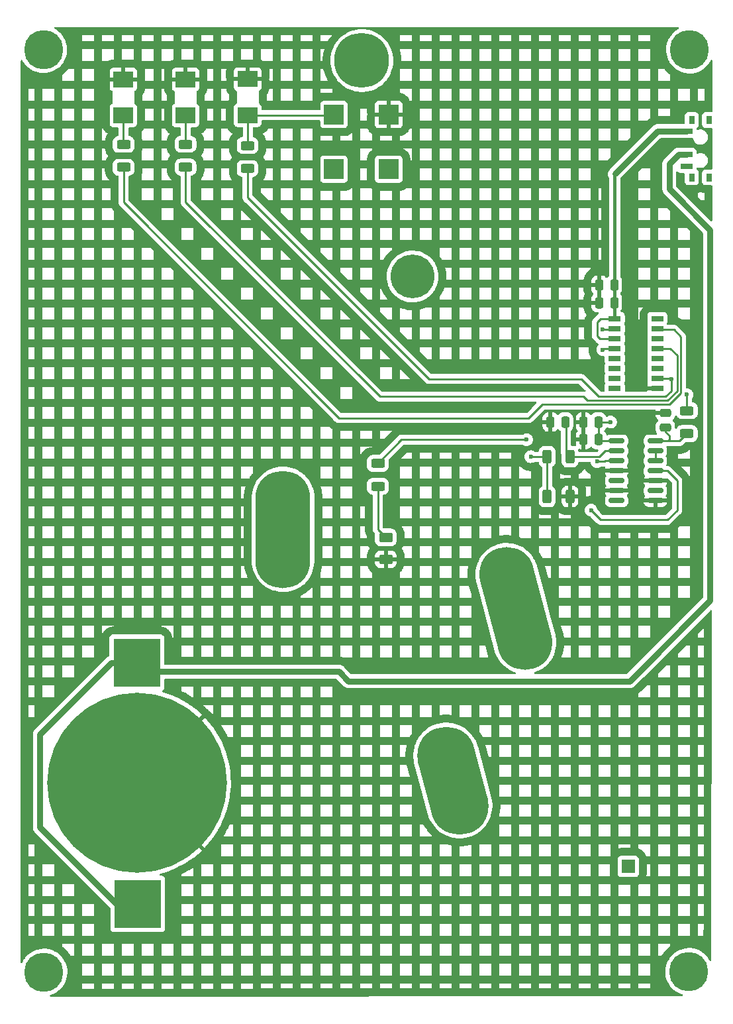
<source format=gbr>
%TF.GenerationSoftware,KiCad,Pcbnew,(6.0.1)*%
%TF.CreationDate,2022-08-22T18:54:27-05:00*%
%TF.ProjectId,Biohacking Village Badge - Gutz-Girl,42696f68-6163-46b6-996e-672056696c6c,1.0b*%
%TF.SameCoordinates,Original*%
%TF.FileFunction,Copper,L2,Bot*%
%TF.FilePolarity,Positive*%
%FSLAX46Y46*%
G04 Gerber Fmt 4.6, Leading zero omitted, Abs format (unit mm)*
G04 Created by KiCad (PCBNEW (6.0.1)) date 2022-08-22 18:54:27*
%MOMM*%
%LPD*%
G01*
G04 APERTURE LIST*
G04 Aperture macros list*
%AMRoundRect*
0 Rectangle with rounded corners*
0 $1 Rounding radius*
0 $2 $3 $4 $5 $6 $7 $8 $9 X,Y pos of 4 corners*
0 Add a 4 corners polygon primitive as box body*
4,1,4,$2,$3,$4,$5,$6,$7,$8,$9,$2,$3,0*
0 Add four circle primitives for the rounded corners*
1,1,$1+$1,$2,$3*
1,1,$1+$1,$4,$5*
1,1,$1+$1,$6,$7*
1,1,$1+$1,$8,$9*
0 Add four rect primitives between the rounded corners*
20,1,$1+$1,$2,$3,$4,$5,0*
20,1,$1+$1,$4,$5,$6,$7,0*
20,1,$1+$1,$6,$7,$8,$9,0*
20,1,$1+$1,$8,$9,$2,$3,0*%
%AMHorizOval*
0 Thick line with rounded ends*
0 $1 width*
0 $2 $3 position (X,Y) of the first rounded end (center of the circle)*
0 $4 $5 position (X,Y) of the second rounded end (center of the circle)*
0 Add line between two ends*
20,1,$1,$2,$3,$4,$5,0*
0 Add two circle primitives to create the rounded ends*
1,1,$1,$2,$3*
1,1,$1,$4,$5*%
G04 Aperture macros list end*
%TA.AperFunction,ComponentPad*%
%ADD10HorizOval,7.400000X-0.854103X3.187555X0.854103X-3.187555X0*%
%TD*%
%TA.AperFunction,SMDPad,CuDef*%
%ADD11R,2.500000X2.000000*%
%TD*%
%TA.AperFunction,SMDPad,CuDef*%
%ADD12R,1.550000X0.700000*%
%TD*%
%TA.AperFunction,SMDPad,CuDef*%
%ADD13RoundRect,0.250000X0.250000X0.475000X-0.250000X0.475000X-0.250000X-0.475000X0.250000X-0.475000X0*%
%TD*%
%TA.AperFunction,SMDPad,CuDef*%
%ADD14RoundRect,0.250000X-0.625000X0.312500X-0.625000X-0.312500X0.625000X-0.312500X0.625000X0.312500X0*%
%TD*%
%TA.AperFunction,SMDPad,CuDef*%
%ADD15R,6.000000X6.200000*%
%TD*%
%TA.AperFunction,SMDPad,CuDef*%
%ADD16C,23.000000*%
%TD*%
%TA.AperFunction,ComponentPad*%
%ADD17C,5.600000*%
%TD*%
%TA.AperFunction,SMDPad,CuDef*%
%ADD18RoundRect,0.250000X-0.312500X-0.625000X0.312500X-0.625000X0.312500X0.625000X-0.312500X0.625000X0*%
%TD*%
%TA.AperFunction,ComponentPad*%
%ADD19O,7.000000X15.000000*%
%TD*%
%TA.AperFunction,SMDPad,CuDef*%
%ADD20RoundRect,0.250000X0.475000X-0.250000X0.475000X0.250000X-0.475000X0.250000X-0.475000X-0.250000X0*%
%TD*%
%TA.AperFunction,SMDPad,CuDef*%
%ADD21RoundRect,0.250000X0.625000X-0.375000X0.625000X0.375000X-0.625000X0.375000X-0.625000X-0.375000X0*%
%TD*%
%TA.AperFunction,SMDPad,CuDef*%
%ADD22RoundRect,0.250000X0.312500X0.625000X-0.312500X0.625000X-0.312500X-0.625000X0.312500X-0.625000X0*%
%TD*%
%TA.AperFunction,SMDPad,CuDef*%
%ADD23RoundRect,0.150000X0.825000X0.150000X-0.825000X0.150000X-0.825000X-0.150000X0.825000X-0.150000X0*%
%TD*%
%TA.AperFunction,ComponentPad*%
%ADD24HorizOval,7.000000X-1.164686X4.346666X1.164686X-4.346666X0*%
%TD*%
%TA.AperFunction,ComponentPad*%
%ADD25R,1.700000X1.700000*%
%TD*%
%TA.AperFunction,SMDPad,CuDef*%
%ADD26R,0.800000X1.000000*%
%TD*%
%TA.AperFunction,SMDPad,CuDef*%
%ADD27R,1.500000X0.700000*%
%TD*%
%TA.AperFunction,SMDPad,CuDef*%
%ADD28R,2.500000X2.500000*%
%TD*%
%TA.AperFunction,ViaPad*%
%ADD29C,5.000000*%
%TD*%
%TA.AperFunction,ViaPad*%
%ADD30C,7.000000*%
%TD*%
%TA.AperFunction,ViaPad*%
%ADD31C,0.600000*%
%TD*%
%TA.AperFunction,Conductor*%
%ADD32C,0.250000*%
%TD*%
%TA.AperFunction,Conductor*%
%ADD33C,0.750000*%
%TD*%
%TA.AperFunction,Conductor*%
%ADD34C,0.450000*%
%TD*%
G04 APERTURE END LIST*
D10*
%TO.P,,*%
%TO.N,VCC*%
X119329200Y-133527800D03*
%TD*%
D11*
%TO.P,D2,1,K*%
%TO.N,GND*%
X85150200Y-43968800D03*
%TO.P,D2,2,A*%
%TO.N,Net-(D2-Pad2)*%
X85150200Y-48568800D03*
%TD*%
%TO.P,D3,1,K*%
%TO.N,GND*%
X93100400Y-43943400D03*
%TO.P,D3,2,A*%
%TO.N,Net-(BZ1-Pad1)*%
X93100400Y-48543400D03*
%TD*%
%TO.P,D1,1,K*%
%TO.N,GND*%
X77200000Y-43968800D03*
%TO.P,D1,2,A*%
%TO.N,Net-(D1-Pad2)*%
X77200000Y-48568800D03*
%TD*%
D12*
%TO.P,U1,1,Q5*%
%TO.N,unconnected-(U1-Pad1)*%
X145473000Y-74549000D03*
%TO.P,U1,2,Q1*%
%TO.N,Net-(R1-Pad2)*%
X145473000Y-75819000D03*
%TO.P,U1,3,Q0*%
%TO.N,unconnected-(U1-Pad3)*%
X145473000Y-77089000D03*
%TO.P,U1,4,Q2*%
%TO.N,Net-(R2-Pad2)*%
X145473000Y-78359000D03*
%TO.P,U1,5,Q6*%
%TO.N,unconnected-(U1-Pad5)*%
X145473000Y-79629000D03*
%TO.P,U1,6,Q7*%
%TO.N,unconnected-(U1-Pad6)*%
X145473000Y-80899000D03*
%TO.P,U1,7,Q3*%
%TO.N,Net-(R3-Pad2)*%
X145473000Y-82169000D03*
%TO.P,U1,8,GND*%
%TO.N,GND*%
X145473000Y-83439000D03*
%TO.P,U1,9,Q8*%
%TO.N,unconnected-(U1-Pad9)*%
X140023000Y-83439000D03*
%TO.P,U1,10,Q4*%
%TO.N,unconnected-(U1-Pad10)*%
X140023000Y-82169000D03*
%TO.P,U1,11,Q9*%
%TO.N,unconnected-(U1-Pad11)*%
X140023000Y-80899000D03*
%TO.P,U1,12,~{Q5-9}*%
%TO.N,unconnected-(U1-Pad12)*%
X140023000Y-79629000D03*
%TO.P,U1,13,~{CP1}*%
%TO.N,Net-(U1-Pad13)*%
X140023000Y-78359000D03*
%TO.P,U1,14,CP0*%
%TO.N,VCC*%
X140023000Y-77089000D03*
%TO.P,U1,15,MR*%
%TO.N,Net-(U1-Pad15)*%
X140023000Y-75819000D03*
%TO.P,U1,16,VCC*%
%TO.N,VCC*%
X140023000Y-74549000D03*
%TD*%
D13*
%TO.P,C5,1*%
%TO.N,VCC*%
X139950000Y-70250000D03*
%TO.P,C5,2*%
%TO.N,GND*%
X138050000Y-70250000D03*
%TD*%
D14*
%TO.P,R3,1*%
%TO.N,Net-(BZ1-Pad1)*%
X93075000Y-52426300D03*
%TO.P,R3,2*%
%TO.N,Net-(R3-Pad2)*%
X93075000Y-55351300D03*
%TD*%
D15*
%TO.P,CR2450,1,+*%
%TO.N,Net-(BT1-Pad1)*%
X79026600Y-149294000D03*
X78925000Y-118500000D03*
D16*
%TO.P,CR2450,2,-*%
%TO.N,GND*%
X78925000Y-133800000D03*
%TD*%
D17*
%TO.P,REF\u002A\u002A,1*%
%TO.N,VCC*%
X114175000Y-69150000D03*
%TD*%
D13*
%TO.P,C3,1*%
%TO.N,VCC*%
X139950000Y-72500000D03*
%TO.P,C3,2*%
%TO.N,GND*%
X138050000Y-72500000D03*
%TD*%
D14*
%TO.P,R7,1*%
%TO.N,VCC*%
X109728000Y-93025500D03*
%TO.P,R7,2*%
%TO.N,Net-(D4-Pad2)*%
X109728000Y-95950500D03*
%TD*%
D18*
%TO.P,R6,1*%
%TO.N,J1*%
X131379500Y-92170000D03*
%TO.P,R6,2*%
%TO.N,Net-(C2-Pad1)*%
X134304500Y-92170000D03*
%TD*%
D19*
%TO.P,REF\u002A\u002A,*%
%TO.N,VCC*%
X97612200Y-101447600D03*
%TD*%
D20*
%TO.P,C1,1*%
%TO.N,Net-(C1-Pad1)*%
X146500000Y-88450000D03*
%TO.P,C1,2*%
%TO.N,GND*%
X146500000Y-86550000D03*
%TD*%
D14*
%TO.P,R1,1*%
%TO.N,Net-(D1-Pad2)*%
X77225400Y-52273900D03*
%TO.P,R1,2*%
%TO.N,Net-(R1-Pad2)*%
X77225400Y-55198900D03*
%TD*%
D21*
%TO.P,D4,1,K*%
%TO.N,GND*%
X110744000Y-105286000D03*
%TO.P,D4,2,A*%
%TO.N,Net-(D4-Pad2)*%
X110744000Y-102486000D03*
%TD*%
D13*
%TO.P,C6,1*%
%TO.N,VCC*%
X137950000Y-90000000D03*
%TO.P,C6,2*%
%TO.N,GND*%
X136050000Y-90000000D03*
%TD*%
D22*
%TO.P,R5,1*%
%TO.N,GND*%
X134304500Y-97250000D03*
%TO.P,R5,2*%
%TO.N,J1*%
X131379500Y-97250000D03*
%TD*%
D23*
%TO.P,U2,1*%
%TO.N,Net-(C1-Pad1)*%
X145223000Y-90170000D03*
%TO.P,U2,2*%
%TO.N,Net-(U2-Pad2)*%
X145223000Y-91440000D03*
%TO.P,U2,3*%
X145223000Y-92710000D03*
%TO.P,U2,4*%
%TO.N,Net-(U1-Pad15)*%
X145223000Y-93980000D03*
%TO.P,U2,5*%
%TO.N,GND*%
X145223000Y-95250000D03*
%TO.P,U2,6*%
%TO.N,unconnected-(U2-Pad6)*%
X145223000Y-96520000D03*
%TO.P,U2,7,GND*%
%TO.N,GND*%
X145223000Y-97790000D03*
%TO.P,U2,8*%
%TO.N,unconnected-(U2-Pad8)*%
X140273000Y-97790000D03*
%TO.P,U2,9*%
%TO.N,GND*%
X140273000Y-96520000D03*
%TO.P,U2,10*%
%TO.N,unconnected-(U2-Pad10)*%
X140273000Y-95250000D03*
%TO.P,U2,11*%
%TO.N,GND*%
X140273000Y-93980000D03*
%TO.P,U2,12*%
%TO.N,Net-(U1-Pad13)*%
X140273000Y-92710000D03*
%TO.P,U2,13*%
%TO.N,Net-(C2-Pad1)*%
X140273000Y-91440000D03*
%TO.P,U2,14,VCC*%
%TO.N,VCC*%
X140273000Y-90170000D03*
%TD*%
D13*
%TO.P,C2,1*%
%TO.N,Net-(C2-Pad1)*%
X133700000Y-87750000D03*
%TO.P,C2,2*%
%TO.N,GND*%
X131800000Y-87750000D03*
%TD*%
D14*
%TO.P,R2,1*%
%TO.N,Net-(D2-Pad2)*%
X85150200Y-52248500D03*
%TO.P,R2,2*%
%TO.N,Net-(R2-Pad2)*%
X85150200Y-55173500D03*
%TD*%
D24*
%TO.P,REF\u002A\u002A,*%
%TO.N,VCC*%
X127381000Y-111556800D03*
%TD*%
D25*
%TO.P,J1,1,Pin_1*%
%TO.N,J1*%
X141732000Y-144526000D03*
%TD*%
D13*
%TO.P,C4,1*%
%TO.N,VCC*%
X137950000Y-87750000D03*
%TO.P,C4,2*%
%TO.N,GND*%
X136050000Y-87750000D03*
%TD*%
D26*
%TO.P,SW1,*%
%TO.N,*%
X149875000Y-56482000D03*
X152085000Y-49182000D03*
X152085000Y-56482000D03*
X149875000Y-49182000D03*
D27*
%TO.P,SW1,1,A*%
%TO.N,VCC*%
X149225000Y-50582000D03*
%TO.P,SW1,2,B*%
%TO.N,Net-(BT1-Pad1)*%
X149225000Y-53582000D03*
%TO.P,SW1,3,C*%
X149225000Y-55082000D03*
%TD*%
D28*
%TO.P,BZ1,1,-*%
%TO.N,Net-(BZ1-Pad1)*%
X104120900Y-48450100D03*
%TO.P,BZ1,2,+*%
%TO.N,GND*%
X111120900Y-48450100D03*
%TO.P,BZ1,3*%
%TO.N,N/C*%
X111120900Y-55450100D03*
%TO.P,BZ1,4*%
X104120900Y-55450100D03*
%TD*%
D14*
%TO.P,R4,1*%
%TO.N,Net-(R3-Pad2)*%
X149250000Y-86287500D03*
%TO.P,R4,2*%
%TO.N,Net-(C1-Pad1)*%
X149250000Y-89212500D03*
%TD*%
D29*
%TO.N,*%
X149600000Y-40200000D03*
X149500000Y-157950000D03*
X67025000Y-158025000D03*
D30*
X107690400Y-41565000D03*
D29*
X66975000Y-40150000D03*
D31*
%TO.N,J1*%
X129286000Y-92170000D03*
%TO.N,VCC*%
X139500000Y-87750000D03*
X140044000Y-56044000D03*
X128750000Y-90000000D03*
%TO.N,Net-(R3-Pad2)*%
X149250000Y-84250000D03*
X147250000Y-82250000D03*
%TO.N,Net-(U1-Pad13)*%
X137750000Y-92794500D03*
X138500000Y-78500000D03*
%TO.N,Net-(U1-Pad15)*%
X138430000Y-75946000D03*
X137000000Y-99000000D03*
%TD*%
D32*
%TO.N,GND*%
X140273000Y-96520000D02*
X140649072Y-96520000D01*
X136050000Y-90000000D02*
X136050000Y-87750000D01*
%TO.N,Net-(D1-Pad2)*%
X77200000Y-52248500D02*
X77200000Y-48568800D01*
X77225400Y-52273900D02*
X77200000Y-52248500D01*
%TO.N,Net-(R1-Pad2)*%
X147574000Y-75946000D02*
X145600000Y-75946000D01*
X147000000Y-85500000D02*
X148500000Y-84000000D01*
X77225400Y-55198900D02*
X77225400Y-59680600D01*
X148500000Y-76872000D02*
X147574000Y-75946000D01*
X129000000Y-87250000D02*
X130750000Y-85500000D01*
X145600000Y-75946000D02*
X145473000Y-75819000D01*
X104794800Y-87250000D02*
X129000000Y-87250000D01*
X130750000Y-85500000D02*
X147000000Y-85500000D01*
X148500000Y-84000000D02*
X148500000Y-76872000D01*
X77225400Y-59680600D02*
X104794800Y-87250000D01*
%TO.N,Net-(D2-Pad2)*%
X85150200Y-52248500D02*
X85150200Y-48568800D01*
%TO.N,J1*%
X131379500Y-92170000D02*
X129286000Y-92170000D01*
X131379500Y-97250000D02*
X131379500Y-92170000D01*
%TO.N,Net-(BZ1-Pad1)*%
X93075000Y-52426300D02*
X93100400Y-52400900D01*
X93100400Y-52400900D02*
X93100400Y-48543400D01*
X104027600Y-48543400D02*
X104120900Y-48450100D01*
X93100400Y-48543400D02*
X104027600Y-48543400D01*
%TO.N,Net-(C1-Pad1)*%
X146500000Y-89000000D02*
X147000000Y-89500000D01*
X149250000Y-89212500D02*
X148292500Y-90170000D01*
X146500000Y-88450000D02*
X146500000Y-89000000D01*
X146830000Y-90170000D02*
X145223000Y-90170000D01*
X147000000Y-90000000D02*
X146830000Y-90170000D01*
X147000000Y-89500000D02*
X147000000Y-90000000D01*
X148292500Y-90170000D02*
X146830000Y-90170000D01*
%TO.N,Net-(C2-Pad1)*%
X138810000Y-91440000D02*
X140273000Y-91440000D01*
X134304500Y-92170000D02*
X138080000Y-92170000D01*
X138080000Y-92170000D02*
X138810000Y-91440000D01*
X133792000Y-91657500D02*
X134304500Y-92170000D01*
X133792000Y-87344000D02*
X133792000Y-91657500D01*
%TO.N,VCC*%
X140273000Y-90170000D02*
X138120000Y-90170000D01*
D33*
X145506000Y-50582000D02*
X140044000Y-56044000D01*
D32*
X140044000Y-56044000D02*
X140023000Y-56065000D01*
X112753500Y-90000000D02*
X128750000Y-90000000D01*
X137750000Y-75000000D02*
X138201000Y-74549000D01*
X137950000Y-87750000D02*
X139500000Y-87750000D01*
X140023000Y-77089000D02*
X138089000Y-77089000D01*
X137950000Y-90000000D02*
X137950000Y-87750000D01*
X138089000Y-77089000D02*
X137750000Y-76750000D01*
D34*
X140023000Y-56065000D02*
X140023000Y-74549000D01*
D32*
X137750000Y-76750000D02*
X137750000Y-75000000D01*
D33*
X149225000Y-50582000D02*
X145506000Y-50582000D01*
D32*
X109728000Y-93025500D02*
X112753500Y-90000000D01*
X138120000Y-90170000D02*
X137950000Y-90000000D01*
X138201000Y-74549000D02*
X140023000Y-74549000D01*
%TO.N,Net-(R2-Pad2)*%
X85150200Y-55173500D02*
X85150200Y-59629800D01*
X148000000Y-79250000D02*
X147109000Y-78359000D01*
X147109000Y-78359000D02*
X145473000Y-78359000D01*
X136500000Y-85000000D02*
X146750000Y-85000000D01*
X85150200Y-59629800D02*
X110020400Y-84500000D01*
X110020400Y-84500000D02*
X136000000Y-84500000D01*
X136000000Y-84500000D02*
X136500000Y-85000000D01*
X146750000Y-85000000D02*
X148000000Y-83750000D01*
X148000000Y-83750000D02*
X148000000Y-79250000D01*
%TO.N,Net-(R3-Pad2)*%
X93075000Y-59075000D02*
X116250000Y-82250000D01*
X135750000Y-82250000D02*
X138000000Y-84500000D01*
X145473000Y-82169000D02*
X147169000Y-82169000D01*
X93075000Y-55351300D02*
X93075000Y-59075000D01*
X149250000Y-84250000D02*
X149250000Y-86287500D01*
X147250000Y-83750000D02*
X147250000Y-82250000D01*
X146500000Y-84500000D02*
X147250000Y-83750000D01*
X147169000Y-82169000D02*
X147250000Y-82250000D01*
X116250000Y-82250000D02*
X135750000Y-82250000D01*
X138000000Y-84500000D02*
X146500000Y-84500000D01*
%TO.N,Net-(U1-Pad13)*%
X138641000Y-78359000D02*
X138500000Y-78500000D01*
X138790000Y-92710000D02*
X140273000Y-92710000D01*
X137750000Y-92794500D02*
X138705500Y-92794500D01*
X140023000Y-78359000D02*
X138641000Y-78359000D01*
X138705500Y-92794500D02*
X138790000Y-92710000D01*
%TO.N,Net-(U1-Pad15)*%
X139896000Y-75946000D02*
X140023000Y-75819000D01*
X148000000Y-99000000D02*
X148000000Y-95250000D01*
X137000000Y-99000000D02*
X138250000Y-100250000D01*
X148000000Y-95250000D02*
X146730000Y-93980000D01*
X146730000Y-93980000D02*
X145223000Y-93980000D01*
X138430000Y-75946000D02*
X139896000Y-75946000D01*
X146750000Y-100250000D02*
X148000000Y-99000000D01*
X138250000Y-100250000D02*
X146750000Y-100250000D01*
%TO.N,Net-(U2-Pad2)*%
X145223000Y-91440000D02*
X145223000Y-92710000D01*
%TO.N,Net-(D4-Pad2)*%
X109728000Y-95950500D02*
X109728000Y-101470000D01*
X109728000Y-101470000D02*
X110744000Y-102486000D01*
D33*
%TO.N,Net-(BT1-Pad1)*%
X78925000Y-118500000D02*
X75675000Y-118500000D01*
X141918198Y-120845520D02*
X152209520Y-110554198D01*
X66500000Y-139475000D02*
X76319000Y-149294000D01*
X152209520Y-63209520D02*
X147000000Y-58000000D01*
X105985802Y-120845520D02*
X141918198Y-120845520D01*
X152209520Y-110554198D02*
X152209520Y-63209520D01*
X79878500Y-119634000D02*
X104774282Y-119634000D01*
X75675000Y-118500000D02*
X66500000Y-127675000D01*
X148168000Y-53582000D02*
X149225000Y-53582000D01*
X76319000Y-149294000D02*
X79026600Y-149294000D01*
X66500000Y-127675000D02*
X66500000Y-139475000D01*
X147000000Y-54750000D02*
X148168000Y-53582000D01*
X104774282Y-119634000D02*
X105985802Y-120845520D01*
X147000000Y-58000000D02*
X147000000Y-54750000D01*
%TD*%
%TA.AperFunction,Conductor*%
%TO.N,GND*%
G36*
X148095842Y-37318564D02*
G01*
X148163952Y-37338603D01*
X148210415Y-37392285D01*
X148220481Y-37462564D01*
X148190952Y-37527129D01*
X148154231Y-37555084D01*
X148154651Y-37555848D01*
X148151462Y-37557601D01*
X148148188Y-37559163D01*
X148145109Y-37561094D01*
X148145108Y-37561095D01*
X148133809Y-37568183D01*
X147854279Y-37743532D01*
X147851443Y-37745804D01*
X147851436Y-37745809D01*
X147639863Y-37915311D01*
X147583509Y-37960459D01*
X147566587Y-37977559D01*
X147344064Y-38202425D01*
X147339466Y-38207071D01*
X147337225Y-38209929D01*
X147242595Y-38330616D01*
X147125386Y-38480098D01*
X147123493Y-38483187D01*
X147123491Y-38483190D01*
X147077233Y-38558676D01*
X146944105Y-38775921D01*
X146942580Y-38779206D01*
X146942578Y-38779210D01*
X146845790Y-38987723D01*
X146798027Y-39090620D01*
X146689087Y-39420023D01*
X146618730Y-39759764D01*
X146587888Y-40105341D01*
X146587983Y-40108971D01*
X146587983Y-40108972D01*
X146594412Y-40354472D01*
X146596970Y-40452171D01*
X146645856Y-40795660D01*
X146733897Y-41131253D01*
X146859927Y-41454503D01*
X146861624Y-41457708D01*
X146995113Y-41709825D01*
X147022275Y-41761126D01*
X147024325Y-41764109D01*
X147024327Y-41764112D01*
X147216733Y-42044064D01*
X147216739Y-42044071D01*
X147218790Y-42047056D01*
X147221178Y-42049793D01*
X147400862Y-42255769D01*
X147446866Y-42308505D01*
X147449551Y-42310948D01*
X147659268Y-42501775D01*
X147703481Y-42542006D01*
X147985233Y-42744466D01*
X148288388Y-42913200D01*
X148608928Y-43045972D01*
X148612422Y-43046967D01*
X148612424Y-43046968D01*
X148939103Y-43140025D01*
X148939108Y-43140026D01*
X148942604Y-43141022D01*
X149139304Y-43173233D01*
X149281412Y-43196504D01*
X149281419Y-43196505D01*
X149284993Y-43197090D01*
X149458276Y-43205262D01*
X149627931Y-43213263D01*
X149627932Y-43213263D01*
X149631558Y-43213434D01*
X149640415Y-43212830D01*
X149974073Y-43190084D01*
X149974081Y-43190083D01*
X149977704Y-43189836D01*
X149981279Y-43189173D01*
X149981282Y-43189173D01*
X150315279Y-43127270D01*
X150315283Y-43127269D01*
X150318844Y-43126609D01*
X150650456Y-43024592D01*
X150968145Y-42885136D01*
X150989448Y-42872688D01*
X151264560Y-42711926D01*
X151264562Y-42711925D01*
X151267700Y-42710091D01*
X151291341Y-42692341D01*
X151542244Y-42503958D01*
X151542248Y-42503955D01*
X151545151Y-42501775D01*
X151796819Y-42262950D01*
X152019370Y-41996783D01*
X152054202Y-41943757D01*
X152114612Y-41851791D01*
X152209853Y-41706799D01*
X152256563Y-41613927D01*
X152291610Y-41544244D01*
X152340088Y-41492374D01*
X152408912Y-41474947D01*
X152476233Y-41497496D01*
X152520676Y-41552862D01*
X152530175Y-41601013D01*
X152526925Y-44215515D01*
X152522161Y-48047657D01*
X152502074Y-48115752D01*
X152448361Y-48162179D01*
X152396161Y-48173500D01*
X151636866Y-48173500D01*
X151574684Y-48180255D01*
X151438295Y-48231385D01*
X151321739Y-48318739D01*
X151234385Y-48435295D01*
X151183255Y-48571684D01*
X151176500Y-48633866D01*
X151176500Y-49730134D01*
X151183255Y-49792316D01*
X151234385Y-49928705D01*
X151321739Y-50045261D01*
X151438295Y-50132615D01*
X151574684Y-50183745D01*
X151636866Y-50190500D01*
X152393341Y-50190500D01*
X152461462Y-50210502D01*
X152507955Y-50264158D01*
X152519341Y-50316657D01*
X152513087Y-55347657D01*
X152493000Y-55415752D01*
X152439287Y-55462179D01*
X152387087Y-55473500D01*
X151636866Y-55473500D01*
X151574684Y-55480255D01*
X151438295Y-55531385D01*
X151321739Y-55618739D01*
X151234385Y-55735295D01*
X151183255Y-55871684D01*
X151176500Y-55933866D01*
X151176500Y-57030134D01*
X151183255Y-57092316D01*
X151234385Y-57228705D01*
X151321739Y-57345261D01*
X151438295Y-57432615D01*
X151574684Y-57483745D01*
X151636866Y-57490500D01*
X152384267Y-57490500D01*
X152452388Y-57510502D01*
X152498881Y-57564158D01*
X152510267Y-57616657D01*
X152504879Y-61951389D01*
X152484792Y-62019484D01*
X152431079Y-62065911D01*
X152360792Y-62075927D01*
X152296248Y-62046354D01*
X152289784Y-62040327D01*
X150193292Y-59943834D01*
X149203826Y-58954368D01*
X150637836Y-58954368D01*
X151053348Y-59369880D01*
X151494087Y-59369880D01*
X151495174Y-58495073D01*
X151465174Y-58491814D01*
X151457364Y-58490717D01*
X151363391Y-58474507D01*
X151355663Y-58472924D01*
X151325041Y-58465643D01*
X151317426Y-58463578D01*
X151226210Y-58435755D01*
X151218741Y-58433219D01*
X151082352Y-58382089D01*
X151074080Y-58378647D01*
X150980000Y-58335523D01*
X150885920Y-58378647D01*
X150877648Y-58382089D01*
X150741259Y-58433219D01*
X150733790Y-58435755D01*
X150642574Y-58463578D01*
X150637836Y-58464863D01*
X150637836Y-58954368D01*
X149203826Y-58954368D01*
X147920405Y-57670947D01*
X147886379Y-57608635D01*
X147883500Y-57581852D01*
X147883500Y-55868941D01*
X147903502Y-55800820D01*
X147957158Y-55754327D01*
X148027432Y-55744223D01*
X148092012Y-55773717D01*
X148099734Y-55782005D01*
X148100008Y-55781731D01*
X148106358Y-55788081D01*
X148111739Y-55795261D01*
X148228295Y-55882615D01*
X148364684Y-55933745D01*
X148426866Y-55940500D01*
X148840500Y-55940500D01*
X148908621Y-55960502D01*
X148955114Y-56014158D01*
X148966500Y-56066500D01*
X148966500Y-57030134D01*
X148973255Y-57092316D01*
X149024385Y-57228705D01*
X149111739Y-57345261D01*
X149228295Y-57432615D01*
X149364684Y-57483745D01*
X149426866Y-57490500D01*
X150323134Y-57490500D01*
X150385316Y-57483745D01*
X150521705Y-57432615D01*
X150638261Y-57345261D01*
X150725615Y-57228705D01*
X150776745Y-57092316D01*
X150783500Y-57030134D01*
X150783500Y-55933866D01*
X150776745Y-55871684D01*
X150725615Y-55735295D01*
X150638261Y-55618739D01*
X150533935Y-55540551D01*
X150491420Y-55483692D01*
X150483500Y-55439725D01*
X150483500Y-55351207D01*
X150503502Y-55283086D01*
X150557158Y-55236593D01*
X150627432Y-55226489D01*
X150659538Y-55235569D01*
X150693684Y-55250345D01*
X150699931Y-55251650D01*
X150699934Y-55251651D01*
X150879557Y-55289176D01*
X150879562Y-55289177D01*
X150884293Y-55290165D01*
X150890685Y-55290500D01*
X151033663Y-55290500D01*
X151106653Y-55283086D01*
X151172378Y-55276410D01*
X151172379Y-55276410D01*
X151178727Y-55275765D01*
X151259843Y-55250345D01*
X151358451Y-55219444D01*
X151358456Y-55219442D01*
X151364541Y-55217535D01*
X151449695Y-55170333D01*
X151529271Y-55126223D01*
X151529274Y-55126221D01*
X151534850Y-55123130D01*
X151539691Y-55118981D01*
X151539695Y-55118978D01*
X151677855Y-55000560D01*
X151682698Y-54996409D01*
X151688911Y-54988400D01*
X151798131Y-54847594D01*
X151802046Y-54842547D01*
X151806842Y-54832802D01*
X151885200Y-54673556D01*
X151888018Y-54667829D01*
X151901096Y-54617623D01*
X151935492Y-54485575D01*
X151935492Y-54485572D01*
X151937102Y-54479393D01*
X151944872Y-54331133D01*
X151946959Y-54291317D01*
X151946959Y-54291313D01*
X151947293Y-54284936D01*
X151918175Y-54092401D01*
X151915972Y-54086415D01*
X151915971Y-54086409D01*
X151853140Y-53915640D01*
X151853138Y-53915635D01*
X151850937Y-53909654D01*
X151766650Y-53773714D01*
X151751688Y-53749582D01*
X151751687Y-53749581D01*
X151748326Y-53744160D01*
X151717019Y-53711053D01*
X151618919Y-53607315D01*
X151614534Y-53602678D01*
X151607071Y-53597452D01*
X151481410Y-53509464D01*
X151455025Y-53490989D01*
X151345700Y-53443680D01*
X151282175Y-53416190D01*
X151282171Y-53416189D01*
X151276316Y-53413655D01*
X151270069Y-53412350D01*
X151270066Y-53412349D01*
X151090443Y-53374824D01*
X151090438Y-53374823D01*
X151085707Y-53373835D01*
X151079315Y-53373500D01*
X150936337Y-53373500D01*
X150867049Y-53380538D01*
X150797622Y-53387590D01*
X150797621Y-53387590D01*
X150791273Y-53388235D01*
X150647179Y-53433391D01*
X150576194Y-53434675D01*
X150515783Y-53397378D01*
X150485127Y-53333341D01*
X150483500Y-53313157D01*
X150483500Y-53183866D01*
X150476745Y-53121684D01*
X150425615Y-52985295D01*
X150338261Y-52868739D01*
X150221705Y-52781385D01*
X150085316Y-52730255D01*
X150023134Y-52723500D01*
X149461832Y-52723500D01*
X149422896Y-52717333D01*
X149415981Y-52715086D01*
X149415979Y-52715086D01*
X149409702Y-52713046D01*
X149403139Y-52712356D01*
X149403138Y-52712356D01*
X149371416Y-52709022D01*
X149271306Y-52698500D01*
X148247450Y-52698500D01*
X148227739Y-52696949D01*
X148221009Y-52695883D01*
X148214493Y-52694851D01*
X148207906Y-52695196D01*
X148207901Y-52695196D01*
X148148168Y-52698327D01*
X148141574Y-52698500D01*
X148121694Y-52698500D01*
X148118420Y-52698844D01*
X148118421Y-52698844D01*
X148101920Y-52700578D01*
X148095346Y-52701095D01*
X148035627Y-52704225D01*
X148035626Y-52704225D01*
X148029028Y-52704571D01*
X148022646Y-52706281D01*
X148022639Y-52706282D01*
X148016069Y-52708042D01*
X147996635Y-52711644D01*
X147989870Y-52712355D01*
X147989869Y-52712355D01*
X147983298Y-52713046D01*
X147920122Y-52733573D01*
X147913803Y-52735445D01*
X147856013Y-52750929D01*
X147856008Y-52750931D01*
X147849637Y-52752638D01*
X147843756Y-52755634D01*
X147843752Y-52755636D01*
X147837683Y-52758728D01*
X147819421Y-52766292D01*
X147812949Y-52768395D01*
X147812945Y-52768397D01*
X147806669Y-52770436D01*
X147800953Y-52773736D01*
X147800951Y-52773737D01*
X147749135Y-52803653D01*
X147743351Y-52806794D01*
X147684160Y-52836953D01*
X147679029Y-52841108D01*
X147673737Y-52845393D01*
X147657451Y-52856587D01*
X147645831Y-52863296D01*
X147640923Y-52867715D01*
X147640919Y-52867718D01*
X147596464Y-52907745D01*
X147591458Y-52912021D01*
X147576014Y-52924528D01*
X147561969Y-52938573D01*
X147557184Y-52943114D01*
X147507815Y-52987566D01*
X147499925Y-52998426D01*
X147487088Y-53013454D01*
X146431454Y-54069088D01*
X146416426Y-54081925D01*
X146405566Y-54089815D01*
X146401145Y-54094725D01*
X146401144Y-54094726D01*
X146361114Y-54139184D01*
X146356573Y-54143969D01*
X146342528Y-54158014D01*
X146340444Y-54160588D01*
X146340441Y-54160591D01*
X146330031Y-54173446D01*
X146325747Y-54178462D01*
X146285717Y-54222920D01*
X146285713Y-54222925D01*
X146281296Y-54227831D01*
X146275675Y-54237567D01*
X146274589Y-54239448D01*
X146263391Y-54255741D01*
X146254953Y-54266161D01*
X146224787Y-54325363D01*
X146221654Y-54331133D01*
X146191740Y-54382945D01*
X146191738Y-54382950D01*
X146188436Y-54388669D01*
X146186395Y-54394949D01*
X146186392Y-54394957D01*
X146184292Y-54401421D01*
X146176728Y-54419683D01*
X146173637Y-54425749D01*
X146173634Y-54425758D01*
X146170638Y-54431637D01*
X146168929Y-54438015D01*
X146153444Y-54495804D01*
X146151578Y-54502106D01*
X146131046Y-54565298D01*
X146130356Y-54571866D01*
X146129645Y-54578628D01*
X146126042Y-54598071D01*
X146122570Y-54611029D01*
X146122225Y-54617619D01*
X146122224Y-54617623D01*
X146119093Y-54677367D01*
X146118577Y-54683931D01*
X146116500Y-54703694D01*
X146116500Y-54723555D01*
X146116327Y-54730150D01*
X146112850Y-54796493D01*
X146113882Y-54803007D01*
X146114949Y-54809744D01*
X146116500Y-54829456D01*
X146116500Y-57920543D01*
X146114949Y-57940255D01*
X146112850Y-57953507D01*
X146113195Y-57960094D01*
X146113195Y-57960098D01*
X146116327Y-58019850D01*
X146116500Y-58026445D01*
X146116500Y-58046306D01*
X146116844Y-58049577D01*
X146118576Y-58066059D01*
X146119093Y-58072628D01*
X146122570Y-58138971D01*
X146126042Y-58151929D01*
X146129645Y-58171372D01*
X146131046Y-58184702D01*
X146151578Y-58247894D01*
X146153444Y-58254196D01*
X146170638Y-58318363D01*
X146173634Y-58324242D01*
X146173637Y-58324251D01*
X146176728Y-58330317D01*
X146184292Y-58348579D01*
X146186392Y-58355043D01*
X146186395Y-58355051D01*
X146188436Y-58361331D01*
X146191738Y-58367050D01*
X146191740Y-58367055D01*
X146221654Y-58418867D01*
X146224787Y-58424637D01*
X146254953Y-58483839D01*
X146259109Y-58488971D01*
X146263391Y-58494259D01*
X146274589Y-58510552D01*
X146281296Y-58522169D01*
X146285713Y-58527075D01*
X146285717Y-58527080D01*
X146325747Y-58571538D01*
X146330031Y-58576554D01*
X146340441Y-58589409D01*
X146342528Y-58591986D01*
X146356573Y-58606031D01*
X146361114Y-58610816D01*
X146405566Y-58660185D01*
X146416426Y-58668075D01*
X146431454Y-58680912D01*
X151289115Y-63538572D01*
X151323141Y-63600884D01*
X151326020Y-63627667D01*
X151326020Y-110136050D01*
X151306018Y-110204171D01*
X151289115Y-110225145D01*
X141589145Y-119925115D01*
X141526833Y-119959141D01*
X141500050Y-119962020D01*
X129824332Y-119962020D01*
X129756211Y-119942018D01*
X129709718Y-119888362D01*
X129699614Y-119818088D01*
X129729108Y-119753508D01*
X129783206Y-119716921D01*
X130039701Y-119628352D01*
X130039703Y-119628351D01*
X130042669Y-119627327D01*
X130405119Y-119460234D01*
X130530476Y-119386541D01*
X130746479Y-119259560D01*
X130746485Y-119259556D01*
X130749183Y-119257970D01*
X131071457Y-119022533D01*
X131073785Y-119020448D01*
X131073791Y-119020443D01*
X131366414Y-118758347D01*
X131368753Y-118756252D01*
X131638133Y-118461760D01*
X131876931Y-118141970D01*
X131939042Y-118038804D01*
X132081167Y-117802736D01*
X132081170Y-117802731D01*
X132082788Y-117800043D01*
X132087603Y-117789880D01*
X133204982Y-117789880D01*
X134383836Y-117789880D01*
X135397836Y-117789880D01*
X136923836Y-117789880D01*
X137937836Y-117789880D01*
X139463836Y-117789880D01*
X140477836Y-117789880D01*
X142003836Y-117789880D01*
X142003836Y-116263880D01*
X140477836Y-116263880D01*
X140477836Y-117789880D01*
X139463836Y-117789880D01*
X139463836Y-116263880D01*
X137937836Y-116263880D01*
X137937836Y-117789880D01*
X136923836Y-117789880D01*
X136923836Y-116263880D01*
X135397836Y-116263880D01*
X135397836Y-117789880D01*
X134383836Y-117789880D01*
X134383836Y-116263880D01*
X133557137Y-116263880D01*
X133554358Y-116326283D01*
X133554180Y-116329409D01*
X133551554Y-116367209D01*
X133551298Y-116370333D01*
X133550119Y-116382807D01*
X133549785Y-116385922D01*
X133545281Y-116423560D01*
X133544870Y-116426669D01*
X133487601Y-116821651D01*
X133487113Y-116824747D01*
X133480747Y-116862087D01*
X133480183Y-116865165D01*
X133477771Y-116877461D01*
X133477129Y-116880531D01*
X133468905Y-116917552D01*
X133468187Y-116920604D01*
X133371970Y-117307945D01*
X133371176Y-117310978D01*
X133361115Y-117347564D01*
X133360245Y-117350580D01*
X133356623Y-117362574D01*
X133355681Y-117365559D01*
X133343842Y-117401511D01*
X133342826Y-117404471D01*
X133208616Y-117780340D01*
X133207527Y-117783276D01*
X133204982Y-117789880D01*
X132087603Y-117789880D01*
X132094847Y-117774591D01*
X132252324Y-117442196D01*
X132252325Y-117442194D01*
X132253667Y-117439361D01*
X132387877Y-117063492D01*
X132484094Y-116676151D01*
X132526627Y-116382807D01*
X132540913Y-116284274D01*
X132540913Y-116284270D01*
X132541363Y-116281169D01*
X132559120Y-115882452D01*
X132537188Y-115483942D01*
X132475786Y-115089582D01*
X132471296Y-115070663D01*
X132462634Y-115034160D01*
X132462628Y-115034137D01*
X132462426Y-115033285D01*
X132439101Y-114946233D01*
X132111572Y-113723880D01*
X133161342Y-113723880D01*
X133441875Y-114770843D01*
X133442106Y-114771719D01*
X133444898Y-114782447D01*
X133445128Y-114783345D01*
X133446016Y-114786863D01*
X133446233Y-114787736D01*
X133448815Y-114798282D01*
X133449025Y-114799153D01*
X133462385Y-114855450D01*
X133462932Y-114857859D01*
X133469263Y-114887076D01*
X133469763Y-114889498D01*
X133471668Y-114899206D01*
X133472121Y-114901643D01*
X133477309Y-114931141D01*
X133477714Y-114933581D01*
X133526962Y-115249880D01*
X134383836Y-115249880D01*
X135397836Y-115249880D01*
X136923836Y-115249880D01*
X137937836Y-115249880D01*
X139463836Y-115249880D01*
X140477836Y-115249880D01*
X142003836Y-115249880D01*
X143017836Y-115249880D01*
X144543836Y-115249880D01*
X144543836Y-113723880D01*
X143017836Y-113723880D01*
X143017836Y-115249880D01*
X142003836Y-115249880D01*
X142003836Y-113723880D01*
X140477836Y-113723880D01*
X140477836Y-115249880D01*
X139463836Y-115249880D01*
X139463836Y-113723880D01*
X137937836Y-113723880D01*
X137937836Y-115249880D01*
X136923836Y-115249880D01*
X136923836Y-113723880D01*
X135397836Y-113723880D01*
X135397836Y-115249880D01*
X134383836Y-115249880D01*
X134383836Y-113723880D01*
X133161342Y-113723880D01*
X132111572Y-113723880D01*
X131808066Y-112591180D01*
X132857836Y-112591180D01*
X132889642Y-112709880D01*
X134383836Y-112709880D01*
X135397836Y-112709880D01*
X136923836Y-112709880D01*
X137937836Y-112709880D01*
X139463836Y-112709880D01*
X140477836Y-112709880D01*
X142003836Y-112709880D01*
X143017836Y-112709880D01*
X144543836Y-112709880D01*
X145557836Y-112709880D01*
X147083836Y-112709880D01*
X147083836Y-111183880D01*
X145557836Y-111183880D01*
X145557836Y-112709880D01*
X144543836Y-112709880D01*
X144543836Y-111183880D01*
X143017836Y-111183880D01*
X143017836Y-112709880D01*
X142003836Y-112709880D01*
X142003836Y-111183880D01*
X140477836Y-111183880D01*
X140477836Y-112709880D01*
X139463836Y-112709880D01*
X139463836Y-111183880D01*
X137937836Y-111183880D01*
X137937836Y-112709880D01*
X136923836Y-112709880D01*
X136923836Y-111183880D01*
X135397836Y-111183880D01*
X135397836Y-112709880D01*
X134383836Y-112709880D01*
X134383836Y-111183880D01*
X132857836Y-111183880D01*
X132857836Y-112591180D01*
X131808066Y-112591180D01*
X131159280Y-110169880D01*
X132857836Y-110169880D01*
X134383836Y-110169880D01*
X135397836Y-110169880D01*
X136923836Y-110169880D01*
X137937836Y-110169880D01*
X139463836Y-110169880D01*
X140477836Y-110169880D01*
X142003836Y-110169880D01*
X143017836Y-110169880D01*
X144543836Y-110169880D01*
X145557836Y-110169880D01*
X147083836Y-110169880D01*
X148097836Y-110169880D01*
X149623836Y-110169880D01*
X149623836Y-108643880D01*
X148097836Y-108643880D01*
X148097836Y-110169880D01*
X147083836Y-110169880D01*
X147083836Y-108643880D01*
X145557836Y-108643880D01*
X145557836Y-110169880D01*
X144543836Y-110169880D01*
X144543836Y-108643880D01*
X143017836Y-108643880D01*
X143017836Y-110169880D01*
X142003836Y-110169880D01*
X142003836Y-108643880D01*
X140477836Y-108643880D01*
X140477836Y-110169880D01*
X139463836Y-110169880D01*
X139463836Y-108643880D01*
X137937836Y-108643880D01*
X137937836Y-110169880D01*
X136923836Y-110169880D01*
X136923836Y-108643880D01*
X135397836Y-108643880D01*
X135397836Y-110169880D01*
X134383836Y-110169880D01*
X134383836Y-108643880D01*
X132857836Y-108643880D01*
X132857836Y-110169880D01*
X131159280Y-110169880D01*
X130990516Y-109540043D01*
X130069799Y-106103880D01*
X131119570Y-106103880D01*
X131528460Y-107629880D01*
X131843836Y-107629880D01*
X132857836Y-107629880D01*
X134383836Y-107629880D01*
X135397836Y-107629880D01*
X136923836Y-107629880D01*
X137937836Y-107629880D01*
X139463836Y-107629880D01*
X140477836Y-107629880D01*
X142003836Y-107629880D01*
X143017836Y-107629880D01*
X144543836Y-107629880D01*
X145557836Y-107629880D01*
X147083836Y-107629880D01*
X148097836Y-107629880D01*
X149623836Y-107629880D01*
X149623836Y-106103880D01*
X148097836Y-106103880D01*
X148097836Y-107629880D01*
X147083836Y-107629880D01*
X147083836Y-106103880D01*
X145557836Y-106103880D01*
X145557836Y-107629880D01*
X144543836Y-107629880D01*
X144543836Y-106103880D01*
X143017836Y-106103880D01*
X143017836Y-107629880D01*
X142003836Y-107629880D01*
X142003836Y-106103880D01*
X140477836Y-106103880D01*
X140477836Y-107629880D01*
X139463836Y-107629880D01*
X139463836Y-106103880D01*
X137937836Y-106103880D01*
X137937836Y-107629880D01*
X136923836Y-107629880D01*
X136923836Y-106103880D01*
X135397836Y-106103880D01*
X135397836Y-107629880D01*
X134383836Y-107629880D01*
X134383836Y-106103880D01*
X132857836Y-106103880D01*
X132857836Y-107629880D01*
X131843836Y-107629880D01*
X131843836Y-106103880D01*
X131119570Y-106103880D01*
X130069799Y-106103880D01*
X130062290Y-106075855D01*
X129970709Y-105791466D01*
X129934372Y-105708095D01*
X129812494Y-105428465D01*
X129812493Y-105428463D01*
X129811243Y-105425595D01*
X129809710Y-105422857D01*
X129617764Y-105080113D01*
X129617760Y-105080107D01*
X129616228Y-105077371D01*
X129387593Y-104750238D01*
X129127596Y-104447431D01*
X128984762Y-104311174D01*
X130317836Y-104311174D01*
X130447356Y-104496492D01*
X130449120Y-104499083D01*
X130470055Y-104530683D01*
X130471753Y-104533317D01*
X130478411Y-104543931D01*
X130480042Y-104546604D01*
X130499373Y-104579193D01*
X130500938Y-104581909D01*
X130695953Y-104930133D01*
X130697449Y-104932882D01*
X130715119Y-104966358D01*
X130716545Y-104969144D01*
X130722117Y-104980367D01*
X130723478Y-104983195D01*
X130739500Y-105017591D01*
X130740789Y-105020451D01*
X130771050Y-105089880D01*
X131843836Y-105089880D01*
X132857836Y-105089880D01*
X134383836Y-105089880D01*
X135397836Y-105089880D01*
X136923836Y-105089880D01*
X137937836Y-105089880D01*
X139463836Y-105089880D01*
X140477836Y-105089880D01*
X142003836Y-105089880D01*
X143017836Y-105089880D01*
X144543836Y-105089880D01*
X145557836Y-105089880D01*
X147083836Y-105089880D01*
X148097836Y-105089880D01*
X149623836Y-105089880D01*
X149623836Y-103563880D01*
X148097836Y-103563880D01*
X148097836Y-105089880D01*
X147083836Y-105089880D01*
X147083836Y-103563880D01*
X145557836Y-103563880D01*
X145557836Y-105089880D01*
X144543836Y-105089880D01*
X144543836Y-103563880D01*
X143017836Y-103563880D01*
X143017836Y-105089880D01*
X142003836Y-105089880D01*
X142003836Y-103563880D01*
X140477836Y-103563880D01*
X140477836Y-105089880D01*
X139463836Y-105089880D01*
X139463836Y-103563880D01*
X137937836Y-103563880D01*
X137937836Y-105089880D01*
X136923836Y-105089880D01*
X136923836Y-103563880D01*
X135397836Y-103563880D01*
X135397836Y-105089880D01*
X134383836Y-105089880D01*
X134383836Y-103563880D01*
X132857836Y-103563880D01*
X132857836Y-105089880D01*
X131843836Y-105089880D01*
X131843836Y-103563880D01*
X130317836Y-103563880D01*
X130317836Y-104311174D01*
X128984762Y-104311174D01*
X128838810Y-104171943D01*
X128831893Y-104166548D01*
X128687174Y-104053685D01*
X128524091Y-103926499D01*
X128186550Y-103713527D01*
X127876180Y-103558443D01*
X127832335Y-103536535D01*
X127832334Y-103536534D01*
X127829527Y-103535132D01*
X127456550Y-103393079D01*
X127453530Y-103392261D01*
X127453526Y-103392260D01*
X127298321Y-103350238D01*
X127071309Y-103288773D01*
X127068218Y-103288258D01*
X127068211Y-103288257D01*
X126680702Y-103223757D01*
X126680699Y-103223757D01*
X126677613Y-103223243D01*
X126674487Y-103223038D01*
X126674486Y-103223038D01*
X126622572Y-103219635D01*
X126279355Y-103197140D01*
X126276238Y-103197246D01*
X126276229Y-103197246D01*
X126031913Y-103205565D01*
X125880474Y-103210721D01*
X125877386Y-103211136D01*
X125877383Y-103211136D01*
X125488017Y-103263434D01*
X125488013Y-103263435D01*
X125484914Y-103263851D01*
X125481867Y-103264574D01*
X125481862Y-103264575D01*
X125099643Y-103355280D01*
X125099633Y-103355283D01*
X125096586Y-103356006D01*
X124719331Y-103486273D01*
X124356881Y-103653366D01*
X124354175Y-103654957D01*
X124015521Y-103854040D01*
X124015515Y-103854044D01*
X124012817Y-103855630D01*
X124010286Y-103857479D01*
X124010283Y-103857481D01*
X123955805Y-103897280D01*
X123690543Y-104091067D01*
X123688215Y-104093152D01*
X123688209Y-104093157D01*
X123395586Y-104355253D01*
X123393247Y-104357348D01*
X123123867Y-104651841D01*
X123121989Y-104654356D01*
X122889007Y-104966358D01*
X122885069Y-104971631D01*
X122883454Y-104974314D01*
X122883451Y-104974318D01*
X122837928Y-105049932D01*
X122679212Y-105313557D01*
X122508334Y-105674239D01*
X122507277Y-105677200D01*
X122507273Y-105677209D01*
X122445823Y-105849306D01*
X122374123Y-106050109D01*
X122352000Y-106139171D01*
X122280318Y-106427742D01*
X122277906Y-106437450D01*
X122277456Y-106440555D01*
X122277455Y-106440559D01*
X122235136Y-106732430D01*
X122220637Y-106832432D01*
X122220498Y-106835561D01*
X122220497Y-106835568D01*
X122203675Y-107213291D01*
X122202880Y-107231148D01*
X122224812Y-107629658D01*
X122225291Y-107632734D01*
X122225292Y-107632744D01*
X122285519Y-108019557D01*
X122286214Y-108024019D01*
X122299574Y-108080315D01*
X122299797Y-108081149D01*
X122299801Y-108081163D01*
X122770685Y-109838525D01*
X124699711Y-117037745D01*
X124791292Y-117322134D01*
X124792541Y-117324999D01*
X124792543Y-117325005D01*
X124944933Y-117674642D01*
X124950757Y-117688005D01*
X124952287Y-117690737D01*
X124952290Y-117690743D01*
X125083167Y-117924439D01*
X125145772Y-118036229D01*
X125374408Y-118363363D01*
X125634404Y-118666170D01*
X125923190Y-118941657D01*
X126237909Y-119187101D01*
X126575450Y-119400073D01*
X126932473Y-119578468D01*
X127231498Y-119692356D01*
X127299542Y-119718271D01*
X127356083Y-119761209D01*
X127380434Y-119827899D01*
X127364864Y-119897167D01*
X127314317Y-119947022D01*
X127254696Y-119962020D01*
X106403950Y-119962020D01*
X106335829Y-119942018D01*
X106314855Y-119925115D01*
X105455194Y-119065454D01*
X105442357Y-119050426D01*
X105434467Y-119039566D01*
X105385098Y-118995114D01*
X105380313Y-118990573D01*
X105366268Y-118976528D01*
X105363691Y-118974441D01*
X105350836Y-118964031D01*
X105345820Y-118959747D01*
X105301362Y-118919717D01*
X105301357Y-118919713D01*
X105296451Y-118915296D01*
X105284834Y-118908589D01*
X105268541Y-118897391D01*
X105263253Y-118893109D01*
X105258121Y-118888953D01*
X105198919Y-118858787D01*
X105193149Y-118855654D01*
X105141337Y-118825740D01*
X105141332Y-118825738D01*
X105135613Y-118822436D01*
X105129333Y-118820395D01*
X105129325Y-118820392D01*
X105122861Y-118818292D01*
X105104599Y-118810728D01*
X105098533Y-118807637D01*
X105098524Y-118807634D01*
X105092645Y-118804638D01*
X105081954Y-118801773D01*
X105028478Y-118787444D01*
X105022176Y-118785578D01*
X104958984Y-118765046D01*
X104945654Y-118763645D01*
X104926211Y-118760042D01*
X104913253Y-118756570D01*
X104906663Y-118756225D01*
X104906659Y-118756224D01*
X104862709Y-118753921D01*
X104846910Y-118753093D01*
X104840351Y-118752577D01*
X104820588Y-118750500D01*
X104800727Y-118750500D01*
X104794132Y-118750327D01*
X104734380Y-118747195D01*
X104734376Y-118747195D01*
X104727789Y-118746850D01*
X104714535Y-118748949D01*
X104694826Y-118750500D01*
X82559500Y-118750500D01*
X82491379Y-118730498D01*
X82444886Y-118676842D01*
X82433500Y-118624500D01*
X82433500Y-117741322D01*
X104917836Y-117741322D01*
X104921518Y-117741612D01*
X104966328Y-117743961D01*
X104972901Y-117744478D01*
X105052205Y-117752812D01*
X105058744Y-117753673D01*
X105084760Y-117757793D01*
X105091250Y-117758996D01*
X105120636Y-117765242D01*
X105150305Y-117769941D01*
X105156795Y-117771144D01*
X105182560Y-117776621D01*
X105188973Y-117778161D01*
X105232708Y-117789880D01*
X106443836Y-117789880D01*
X107457836Y-117789880D01*
X108983836Y-117789880D01*
X109997836Y-117789880D01*
X111523836Y-117789880D01*
X112537836Y-117789880D01*
X114063836Y-117789880D01*
X115077836Y-117789880D01*
X116603836Y-117789880D01*
X117617836Y-117789880D01*
X119143836Y-117789880D01*
X120157836Y-117789880D01*
X121683836Y-117789880D01*
X122697836Y-117789880D01*
X123889032Y-117789880D01*
X123861746Y-117727276D01*
X123860530Y-117724389D01*
X123846256Y-117689281D01*
X123845112Y-117686363D01*
X123840683Y-117674642D01*
X123839612Y-117671698D01*
X123827101Y-117635923D01*
X123826103Y-117632951D01*
X123734522Y-117348562D01*
X123734052Y-117347070D01*
X123728468Y-117328962D01*
X123728015Y-117327460D01*
X123726243Y-117321449D01*
X123725808Y-117319939D01*
X123720676Y-117301694D01*
X123720262Y-117300187D01*
X123442584Y-116263880D01*
X122697836Y-116263880D01*
X122697836Y-117789880D01*
X121683836Y-117789880D01*
X121683836Y-116263880D01*
X120157836Y-116263880D01*
X120157836Y-117789880D01*
X119143836Y-117789880D01*
X119143836Y-116263880D01*
X117617836Y-116263880D01*
X117617836Y-117789880D01*
X116603836Y-117789880D01*
X116603836Y-116263880D01*
X115077836Y-116263880D01*
X115077836Y-117789880D01*
X114063836Y-117789880D01*
X114063836Y-116263880D01*
X112537836Y-116263880D01*
X112537836Y-117789880D01*
X111523836Y-117789880D01*
X111523836Y-116263880D01*
X109997836Y-116263880D01*
X109997836Y-117789880D01*
X108983836Y-117789880D01*
X108983836Y-116263880D01*
X107457836Y-116263880D01*
X107457836Y-117789880D01*
X106443836Y-117789880D01*
X106443836Y-116263880D01*
X104917836Y-116263880D01*
X104917836Y-117741322D01*
X82433500Y-117741322D01*
X82433500Y-117736500D01*
X84597836Y-117736500D01*
X86123836Y-117736500D01*
X87137836Y-117736500D01*
X88663836Y-117736500D01*
X89677836Y-117736500D01*
X91203836Y-117736500D01*
X92217836Y-117736500D01*
X93743836Y-117736500D01*
X94757836Y-117736500D01*
X96283836Y-117736500D01*
X97297836Y-117736500D01*
X98823836Y-117736500D01*
X99837836Y-117736500D01*
X101363836Y-117736500D01*
X102377836Y-117736500D01*
X103903836Y-117736500D01*
X103903836Y-116263880D01*
X102377836Y-116263880D01*
X102377836Y-117736500D01*
X101363836Y-117736500D01*
X101363836Y-116263880D01*
X99837836Y-116263880D01*
X99837836Y-117736500D01*
X98823836Y-117736500D01*
X98823836Y-116263880D01*
X97297836Y-116263880D01*
X97297836Y-117736500D01*
X96283836Y-117736500D01*
X96283836Y-116263880D01*
X94757836Y-116263880D01*
X94757836Y-117736500D01*
X93743836Y-117736500D01*
X93743836Y-116263880D01*
X92217836Y-116263880D01*
X92217836Y-117736500D01*
X91203836Y-117736500D01*
X91203836Y-116263880D01*
X89677836Y-116263880D01*
X89677836Y-117736500D01*
X88663836Y-117736500D01*
X88663836Y-116263880D01*
X87137836Y-116263880D01*
X87137836Y-117736500D01*
X86123836Y-117736500D01*
X86123836Y-116263880D01*
X84597836Y-116263880D01*
X84597836Y-117736500D01*
X82433500Y-117736500D01*
X82433500Y-115351866D01*
X82426745Y-115289684D01*
X82375615Y-115153295D01*
X82288261Y-115036739D01*
X82171705Y-114949385D01*
X82035316Y-114898255D01*
X81973134Y-114891500D01*
X75876866Y-114891500D01*
X75814684Y-114898255D01*
X75678295Y-114949385D01*
X75561739Y-115036739D01*
X75474385Y-115153295D01*
X75423255Y-115289684D01*
X75416500Y-115351866D01*
X75416500Y-117562923D01*
X75396498Y-117631044D01*
X75347696Y-117675193D01*
X75344679Y-117676730D01*
X75326421Y-117684292D01*
X75319949Y-117686395D01*
X75319945Y-117686397D01*
X75313669Y-117688436D01*
X75307953Y-117691736D01*
X75307951Y-117691737D01*
X75256135Y-117721653D01*
X75250351Y-117724794D01*
X75191160Y-117754953D01*
X75186029Y-117759108D01*
X75180737Y-117763393D01*
X75164451Y-117774587D01*
X75152831Y-117781296D01*
X75147923Y-117785715D01*
X75147919Y-117785718D01*
X75103464Y-117825745D01*
X75098458Y-117830021D01*
X75083014Y-117842528D01*
X75068969Y-117856573D01*
X75064184Y-117861114D01*
X75014815Y-117905566D01*
X75006925Y-117916426D01*
X74994088Y-117931454D01*
X65931454Y-126994088D01*
X65916426Y-127006925D01*
X65905566Y-127014815D01*
X65901145Y-127019725D01*
X65901144Y-127019726D01*
X65861114Y-127064184D01*
X65856573Y-127068969D01*
X65842528Y-127083014D01*
X65840444Y-127085588D01*
X65840441Y-127085591D01*
X65830031Y-127098446D01*
X65825747Y-127103462D01*
X65785717Y-127147920D01*
X65785713Y-127147925D01*
X65781296Y-127152831D01*
X65774791Y-127164097D01*
X65774589Y-127164448D01*
X65763391Y-127180741D01*
X65754953Y-127191161D01*
X65724787Y-127250363D01*
X65721654Y-127256133D01*
X65691740Y-127307945D01*
X65691738Y-127307950D01*
X65688436Y-127313669D01*
X65686395Y-127319949D01*
X65686392Y-127319957D01*
X65684292Y-127326421D01*
X65676728Y-127344683D01*
X65673637Y-127350749D01*
X65673634Y-127350758D01*
X65670638Y-127356637D01*
X65668929Y-127363015D01*
X65653444Y-127420804D01*
X65651578Y-127427106D01*
X65631046Y-127490298D01*
X65630356Y-127496866D01*
X65629645Y-127503628D01*
X65626042Y-127523071D01*
X65622570Y-127536029D01*
X65622225Y-127542619D01*
X65622224Y-127542623D01*
X65619093Y-127602367D01*
X65618577Y-127608931D01*
X65616500Y-127628694D01*
X65616500Y-127648555D01*
X65616327Y-127655150D01*
X65612850Y-127721493D01*
X65613882Y-127728007D01*
X65614949Y-127734744D01*
X65616500Y-127754456D01*
X65616500Y-139395543D01*
X65614949Y-139415255D01*
X65612850Y-139428507D01*
X65613195Y-139435094D01*
X65613195Y-139435098D01*
X65616327Y-139494850D01*
X65616500Y-139501445D01*
X65616500Y-139521306D01*
X65618576Y-139541059D01*
X65619093Y-139547633D01*
X65621262Y-139589007D01*
X65622570Y-139613971D01*
X65626042Y-139626929D01*
X65629645Y-139646372D01*
X65631046Y-139659702D01*
X65651578Y-139722894D01*
X65653444Y-139729196D01*
X65670638Y-139793363D01*
X65673634Y-139799242D01*
X65673637Y-139799251D01*
X65676728Y-139805317D01*
X65684292Y-139823579D01*
X65686392Y-139830043D01*
X65686395Y-139830051D01*
X65688436Y-139836331D01*
X65691738Y-139842050D01*
X65691740Y-139842055D01*
X65721654Y-139893867D01*
X65724787Y-139899637D01*
X65754953Y-139958839D01*
X65759109Y-139963971D01*
X65763391Y-139969259D01*
X65774589Y-139985552D01*
X65781296Y-139997169D01*
X65785713Y-140002075D01*
X65785717Y-140002080D01*
X65825747Y-140046538D01*
X65830031Y-140051554D01*
X65840441Y-140064409D01*
X65842528Y-140066986D01*
X65856573Y-140081031D01*
X65861114Y-140085816D01*
X65905566Y-140135185D01*
X65916426Y-140143075D01*
X65931454Y-140155912D01*
X75481195Y-149705653D01*
X75515221Y-149767965D01*
X75518100Y-149794748D01*
X75518100Y-152442134D01*
X75524855Y-152504316D01*
X75575985Y-152640705D01*
X75663339Y-152757261D01*
X75779895Y-152844615D01*
X75916284Y-152895745D01*
X75978466Y-152902500D01*
X82074734Y-152902500D01*
X82136916Y-152895745D01*
X82273305Y-152844615D01*
X82389861Y-152757261D01*
X82477215Y-152640705D01*
X82528345Y-152504316D01*
X82535100Y-152442134D01*
X82535100Y-150809880D01*
X84597836Y-150809880D01*
X86123836Y-150809880D01*
X87137836Y-150809880D01*
X88663836Y-150809880D01*
X89677836Y-150809880D01*
X91203836Y-150809880D01*
X92217836Y-150809880D01*
X93743836Y-150809880D01*
X94757836Y-150809880D01*
X96283836Y-150809880D01*
X97297836Y-150809880D01*
X98823836Y-150809880D01*
X99837836Y-150809880D01*
X101363836Y-150809880D01*
X102377836Y-150809880D01*
X103903836Y-150809880D01*
X104917836Y-150809880D01*
X106443836Y-150809880D01*
X107457836Y-150809880D01*
X108983836Y-150809880D01*
X109997836Y-150809880D01*
X111523836Y-150809880D01*
X112537836Y-150809880D01*
X114063836Y-150809880D01*
X115077836Y-150809880D01*
X116603836Y-150809880D01*
X117617836Y-150809880D01*
X119143836Y-150809880D01*
X120157836Y-150809880D01*
X121683836Y-150809880D01*
X122697836Y-150809880D01*
X124223836Y-150809880D01*
X125237836Y-150809880D01*
X126763836Y-150809880D01*
X127777836Y-150809880D01*
X129303836Y-150809880D01*
X130317836Y-150809880D01*
X131843836Y-150809880D01*
X132857836Y-150809880D01*
X134383836Y-150809880D01*
X135397836Y-150809880D01*
X136923836Y-150809880D01*
X137937836Y-150809880D01*
X139463836Y-150809880D01*
X140477836Y-150809880D01*
X142003836Y-150809880D01*
X143017836Y-150809880D01*
X144543836Y-150809880D01*
X145557836Y-150809880D01*
X147083836Y-150809880D01*
X148097836Y-150809880D01*
X149623836Y-150809880D01*
X150637836Y-150809880D01*
X151380430Y-150809880D01*
X151382327Y-149283880D01*
X150637836Y-149283880D01*
X150637836Y-150809880D01*
X149623836Y-150809880D01*
X149623836Y-149283880D01*
X148097836Y-149283880D01*
X148097836Y-150809880D01*
X147083836Y-150809880D01*
X147083836Y-149283880D01*
X145557836Y-149283880D01*
X145557836Y-150809880D01*
X144543836Y-150809880D01*
X144543836Y-149283880D01*
X143017836Y-149283880D01*
X143017836Y-150809880D01*
X142003836Y-150809880D01*
X142003836Y-149283880D01*
X140477836Y-149283880D01*
X140477836Y-150809880D01*
X139463836Y-150809880D01*
X139463836Y-149283880D01*
X137937836Y-149283880D01*
X137937836Y-150809880D01*
X136923836Y-150809880D01*
X136923836Y-149283880D01*
X135397836Y-149283880D01*
X135397836Y-150809880D01*
X134383836Y-150809880D01*
X134383836Y-149283880D01*
X132857836Y-149283880D01*
X132857836Y-150809880D01*
X131843836Y-150809880D01*
X131843836Y-149283880D01*
X130317836Y-149283880D01*
X130317836Y-150809880D01*
X129303836Y-150809880D01*
X129303836Y-149283880D01*
X127777836Y-149283880D01*
X127777836Y-150809880D01*
X126763836Y-150809880D01*
X126763836Y-149283880D01*
X125237836Y-149283880D01*
X125237836Y-150809880D01*
X124223836Y-150809880D01*
X124223836Y-149283880D01*
X122697836Y-149283880D01*
X122697836Y-150809880D01*
X121683836Y-150809880D01*
X121683836Y-149283880D01*
X120157836Y-149283880D01*
X120157836Y-150809880D01*
X119143836Y-150809880D01*
X119143836Y-149283880D01*
X117617836Y-149283880D01*
X117617836Y-150809880D01*
X116603836Y-150809880D01*
X116603836Y-149283880D01*
X115077836Y-149283880D01*
X115077836Y-150809880D01*
X114063836Y-150809880D01*
X114063836Y-149283880D01*
X112537836Y-149283880D01*
X112537836Y-150809880D01*
X111523836Y-150809880D01*
X111523836Y-149283880D01*
X109997836Y-149283880D01*
X109997836Y-150809880D01*
X108983836Y-150809880D01*
X108983836Y-149283880D01*
X107457836Y-149283880D01*
X107457836Y-150809880D01*
X106443836Y-150809880D01*
X106443836Y-149283880D01*
X104917836Y-149283880D01*
X104917836Y-150809880D01*
X103903836Y-150809880D01*
X103903836Y-149283880D01*
X102377836Y-149283880D01*
X102377836Y-150809880D01*
X101363836Y-150809880D01*
X101363836Y-149283880D01*
X99837836Y-149283880D01*
X99837836Y-150809880D01*
X98823836Y-150809880D01*
X98823836Y-149283880D01*
X97297836Y-149283880D01*
X97297836Y-150809880D01*
X96283836Y-150809880D01*
X96283836Y-149283880D01*
X94757836Y-149283880D01*
X94757836Y-150809880D01*
X93743836Y-150809880D01*
X93743836Y-149283880D01*
X92217836Y-149283880D01*
X92217836Y-150809880D01*
X91203836Y-150809880D01*
X91203836Y-149283880D01*
X89677836Y-149283880D01*
X89677836Y-150809880D01*
X88663836Y-150809880D01*
X88663836Y-149283880D01*
X87137836Y-149283880D01*
X87137836Y-150809880D01*
X86123836Y-150809880D01*
X86123836Y-149283880D01*
X84597836Y-149283880D01*
X84597836Y-150809880D01*
X82535100Y-150809880D01*
X82535100Y-148269880D01*
X84597836Y-148269880D01*
X86123836Y-148269880D01*
X87137836Y-148269880D01*
X88663836Y-148269880D01*
X89677836Y-148269880D01*
X91203836Y-148269880D01*
X92217836Y-148269880D01*
X93743836Y-148269880D01*
X94757836Y-148269880D01*
X96283836Y-148269880D01*
X97297836Y-148269880D01*
X98823836Y-148269880D01*
X99837836Y-148269880D01*
X101363836Y-148269880D01*
X102377836Y-148269880D01*
X103903836Y-148269880D01*
X104917836Y-148269880D01*
X106443836Y-148269880D01*
X107457836Y-148269880D01*
X108983836Y-148269880D01*
X109997836Y-148269880D01*
X111523836Y-148269880D01*
X112537836Y-148269880D01*
X114063836Y-148269880D01*
X115077836Y-148269880D01*
X116603836Y-148269880D01*
X117617836Y-148269880D01*
X119143836Y-148269880D01*
X120157836Y-148269880D01*
X121683836Y-148269880D01*
X122697836Y-148269880D01*
X124223836Y-148269880D01*
X125237836Y-148269880D01*
X126763836Y-148269880D01*
X127777836Y-148269880D01*
X129303836Y-148269880D01*
X130317836Y-148269880D01*
X131843836Y-148269880D01*
X132857836Y-148269880D01*
X134383836Y-148269880D01*
X135397836Y-148269880D01*
X136923836Y-148269880D01*
X137937836Y-148269880D01*
X139463836Y-148269880D01*
X139463836Y-146846417D01*
X140477836Y-146846417D01*
X140477836Y-148269880D01*
X142003836Y-148269880D01*
X143017836Y-148269880D01*
X144543836Y-148269880D01*
X145557836Y-148269880D01*
X147083836Y-148269880D01*
X148097836Y-148269880D01*
X149623836Y-148269880D01*
X150637836Y-148269880D01*
X151383587Y-148269880D01*
X151385484Y-146743880D01*
X150637836Y-146743880D01*
X150637836Y-148269880D01*
X149623836Y-148269880D01*
X149623836Y-146743880D01*
X148097836Y-146743880D01*
X148097836Y-148269880D01*
X147083836Y-148269880D01*
X147083836Y-146743880D01*
X145557836Y-146743880D01*
X145557836Y-148269880D01*
X144543836Y-148269880D01*
X144543836Y-146743880D01*
X143255679Y-146743880D01*
X143192920Y-146772647D01*
X143184648Y-146776089D01*
X143048259Y-146827219D01*
X143040790Y-146829755D01*
X143017836Y-146836757D01*
X143017836Y-148269880D01*
X142003836Y-148269880D01*
X142003836Y-146898500D01*
X140833866Y-146898500D01*
X140830458Y-146898454D01*
X140789249Y-146897339D01*
X140785843Y-146897201D01*
X140772235Y-146896464D01*
X140768833Y-146896233D01*
X140727748Y-146892891D01*
X140724356Y-146892569D01*
X140662174Y-146885814D01*
X140654364Y-146884717D01*
X140560391Y-146868507D01*
X140552663Y-146866924D01*
X140522041Y-146859643D01*
X140514426Y-146857578D01*
X140477836Y-146846417D01*
X139463836Y-146846417D01*
X139463836Y-146743880D01*
X137937836Y-146743880D01*
X137937836Y-148269880D01*
X136923836Y-148269880D01*
X136923836Y-146743880D01*
X135397836Y-146743880D01*
X135397836Y-148269880D01*
X134383836Y-148269880D01*
X134383836Y-146743880D01*
X132857836Y-146743880D01*
X132857836Y-148269880D01*
X131843836Y-148269880D01*
X131843836Y-146743880D01*
X130317836Y-146743880D01*
X130317836Y-148269880D01*
X129303836Y-148269880D01*
X129303836Y-146743880D01*
X127777836Y-146743880D01*
X127777836Y-148269880D01*
X126763836Y-148269880D01*
X126763836Y-146743880D01*
X125237836Y-146743880D01*
X125237836Y-148269880D01*
X124223836Y-148269880D01*
X124223836Y-146743880D01*
X122697836Y-146743880D01*
X122697836Y-148269880D01*
X121683836Y-148269880D01*
X121683836Y-146743880D01*
X120157836Y-146743880D01*
X120157836Y-148269880D01*
X119143836Y-148269880D01*
X119143836Y-146743880D01*
X117617836Y-146743880D01*
X117617836Y-148269880D01*
X116603836Y-148269880D01*
X116603836Y-146743880D01*
X115077836Y-146743880D01*
X115077836Y-148269880D01*
X114063836Y-148269880D01*
X114063836Y-146743880D01*
X112537836Y-146743880D01*
X112537836Y-148269880D01*
X111523836Y-148269880D01*
X111523836Y-146743880D01*
X109997836Y-146743880D01*
X109997836Y-148269880D01*
X108983836Y-148269880D01*
X108983836Y-146743880D01*
X107457836Y-146743880D01*
X107457836Y-148269880D01*
X106443836Y-148269880D01*
X106443836Y-146743880D01*
X104917836Y-146743880D01*
X104917836Y-148269880D01*
X103903836Y-148269880D01*
X103903836Y-146743880D01*
X102377836Y-146743880D01*
X102377836Y-148269880D01*
X101363836Y-148269880D01*
X101363836Y-146743880D01*
X99837836Y-146743880D01*
X99837836Y-148269880D01*
X98823836Y-148269880D01*
X98823836Y-146743880D01*
X97297836Y-146743880D01*
X97297836Y-148269880D01*
X96283836Y-148269880D01*
X96283836Y-146743880D01*
X94757836Y-146743880D01*
X94757836Y-148269880D01*
X93743836Y-148269880D01*
X93743836Y-146743880D01*
X92217836Y-146743880D01*
X92217836Y-148269880D01*
X91203836Y-148269880D01*
X91203836Y-146743880D01*
X89677836Y-146743880D01*
X89677836Y-148269880D01*
X88663836Y-148269880D01*
X88663836Y-146743880D01*
X87137836Y-146743880D01*
X87137836Y-148269880D01*
X86123836Y-148269880D01*
X86123836Y-146743880D01*
X84597836Y-146743880D01*
X84597836Y-148269880D01*
X82535100Y-148269880D01*
X82535100Y-146145866D01*
X82528345Y-146083684D01*
X82477215Y-145947295D01*
X82389861Y-145830739D01*
X82273305Y-145743385D01*
X82237280Y-145729880D01*
X84597836Y-145729880D01*
X86123836Y-145729880D01*
X87137836Y-145729880D01*
X88663836Y-145729880D01*
X89677836Y-145729880D01*
X91203836Y-145729880D01*
X92217836Y-145729880D01*
X93743836Y-145729880D01*
X94757836Y-145729880D01*
X96283836Y-145729880D01*
X97297836Y-145729880D01*
X98823836Y-145729880D01*
X99837836Y-145729880D01*
X101363836Y-145729880D01*
X102377836Y-145729880D01*
X103903836Y-145729880D01*
X104917836Y-145729880D01*
X106443836Y-145729880D01*
X107457836Y-145729880D01*
X108983836Y-145729880D01*
X109997836Y-145729880D01*
X111523836Y-145729880D01*
X112537836Y-145729880D01*
X114063836Y-145729880D01*
X115077836Y-145729880D01*
X116603836Y-145729880D01*
X117617836Y-145729880D01*
X119143836Y-145729880D01*
X120157836Y-145729880D01*
X121683836Y-145729880D01*
X122697836Y-145729880D01*
X124223836Y-145729880D01*
X125237836Y-145729880D01*
X126763836Y-145729880D01*
X127777836Y-145729880D01*
X129303836Y-145729880D01*
X130317836Y-145729880D01*
X131843836Y-145729880D01*
X132857836Y-145729880D01*
X134383836Y-145729880D01*
X135397836Y-145729880D01*
X136923836Y-145729880D01*
X137937836Y-145729880D01*
X139396912Y-145729880D01*
X139391076Y-145705337D01*
X139389493Y-145697609D01*
X139373283Y-145603636D01*
X139372186Y-145595826D01*
X139365431Y-145533644D01*
X139365109Y-145530252D01*
X139361767Y-145489167D01*
X139361536Y-145485765D01*
X139360799Y-145472157D01*
X139360661Y-145468751D01*
X139359546Y-145427542D01*
X139359500Y-145424134D01*
X140373500Y-145424134D01*
X140380255Y-145486316D01*
X140431385Y-145622705D01*
X140518739Y-145739261D01*
X140635295Y-145826615D01*
X140771684Y-145877745D01*
X140833866Y-145884500D01*
X142630134Y-145884500D01*
X142692316Y-145877745D01*
X142828705Y-145826615D01*
X142945261Y-145739261D01*
X142952292Y-145729880D01*
X144067088Y-145729880D01*
X144543836Y-145729880D01*
X145557836Y-145729880D01*
X147083836Y-145729880D01*
X148097836Y-145729880D01*
X149623836Y-145729880D01*
X150637836Y-145729880D01*
X151386744Y-145729880D01*
X151388641Y-144203880D01*
X150637836Y-144203880D01*
X150637836Y-145729880D01*
X149623836Y-145729880D01*
X149623836Y-144203880D01*
X148097836Y-144203880D01*
X148097836Y-145729880D01*
X147083836Y-145729880D01*
X147083836Y-144203880D01*
X145557836Y-144203880D01*
X145557836Y-145729880D01*
X144543836Y-145729880D01*
X144543836Y-144203880D01*
X144104500Y-144203880D01*
X144104500Y-145424134D01*
X144104454Y-145427542D01*
X144103339Y-145468751D01*
X144103201Y-145472157D01*
X144102464Y-145485765D01*
X144102233Y-145489167D01*
X144098891Y-145530252D01*
X144098569Y-145533644D01*
X144091814Y-145595826D01*
X144090717Y-145603636D01*
X144074507Y-145697609D01*
X144072924Y-145705337D01*
X144067088Y-145729880D01*
X142952292Y-145729880D01*
X143032615Y-145622705D01*
X143083745Y-145486316D01*
X143090500Y-145424134D01*
X143090500Y-143627866D01*
X143083745Y-143565684D01*
X143032615Y-143429295D01*
X142945261Y-143312739D01*
X142828705Y-143225385D01*
X142692316Y-143174255D01*
X142630134Y-143167500D01*
X140833866Y-143167500D01*
X140771684Y-143174255D01*
X140635295Y-143225385D01*
X140518739Y-143312739D01*
X140431385Y-143429295D01*
X140380255Y-143565684D01*
X140373500Y-143627866D01*
X140373500Y-145424134D01*
X139359500Y-145424134D01*
X139359500Y-144203880D01*
X137937836Y-144203880D01*
X137937836Y-145729880D01*
X136923836Y-145729880D01*
X136923836Y-144203880D01*
X135397836Y-144203880D01*
X135397836Y-145729880D01*
X134383836Y-145729880D01*
X134383836Y-144203880D01*
X132857836Y-144203880D01*
X132857836Y-145729880D01*
X131843836Y-145729880D01*
X131843836Y-144203880D01*
X130317836Y-144203880D01*
X130317836Y-145729880D01*
X129303836Y-145729880D01*
X129303836Y-144203880D01*
X127777836Y-144203880D01*
X127777836Y-145729880D01*
X126763836Y-145729880D01*
X126763836Y-144203880D01*
X125237836Y-144203880D01*
X125237836Y-145729880D01*
X124223836Y-145729880D01*
X124223836Y-144203880D01*
X122697836Y-144203880D01*
X122697836Y-145729880D01*
X121683836Y-145729880D01*
X121683836Y-144203880D01*
X120157836Y-144203880D01*
X120157836Y-145729880D01*
X119143836Y-145729880D01*
X119143836Y-144203880D01*
X117617836Y-144203880D01*
X117617836Y-145729880D01*
X116603836Y-145729880D01*
X116603836Y-144203880D01*
X115077836Y-144203880D01*
X115077836Y-145729880D01*
X114063836Y-145729880D01*
X114063836Y-144203880D01*
X112537836Y-144203880D01*
X112537836Y-145729880D01*
X111523836Y-145729880D01*
X111523836Y-144203880D01*
X109997836Y-144203880D01*
X109997836Y-145729880D01*
X108983836Y-145729880D01*
X108983836Y-144203880D01*
X107457836Y-144203880D01*
X107457836Y-145729880D01*
X106443836Y-145729880D01*
X106443836Y-144203880D01*
X104917836Y-144203880D01*
X104917836Y-145729880D01*
X103903836Y-145729880D01*
X103903836Y-144203880D01*
X102377836Y-144203880D01*
X102377836Y-145729880D01*
X101363836Y-145729880D01*
X101363836Y-144203880D01*
X99837836Y-144203880D01*
X99837836Y-145729880D01*
X98823836Y-145729880D01*
X98823836Y-144203880D01*
X97297836Y-144203880D01*
X97297836Y-145729880D01*
X96283836Y-145729880D01*
X96283836Y-144203880D01*
X94757836Y-144203880D01*
X94757836Y-145729880D01*
X93743836Y-145729880D01*
X93743836Y-144203880D01*
X92217836Y-144203880D01*
X92217836Y-145729880D01*
X91203836Y-145729880D01*
X91203836Y-144203880D01*
X89677836Y-144203880D01*
X89677836Y-145729880D01*
X88663836Y-145729880D01*
X88663836Y-144203880D01*
X87137836Y-144203880D01*
X87137836Y-145729880D01*
X86123836Y-145729880D01*
X86123836Y-144654651D01*
X85619446Y-144974746D01*
X85617957Y-144975677D01*
X85599839Y-144986824D01*
X85598332Y-144987737D01*
X85592288Y-144991340D01*
X85590771Y-144992229D01*
X85572339Y-145002871D01*
X85570808Y-145003741D01*
X84985217Y-145331017D01*
X84983674Y-145331866D01*
X84964992Y-145341967D01*
X84963446Y-145342789D01*
X84957211Y-145346049D01*
X84955647Y-145346853D01*
X84936619Y-145356466D01*
X84935037Y-145357251D01*
X84597836Y-145521715D01*
X84597836Y-145729880D01*
X82237280Y-145729880D01*
X82136916Y-145692255D01*
X82074734Y-145685500D01*
X81926585Y-145685500D01*
X81858464Y-145665498D01*
X81811971Y-145611842D01*
X81801867Y-145541568D01*
X81831361Y-145476988D01*
X81897813Y-145436829D01*
X81991923Y-145414756D01*
X81995333Y-145413855D01*
X82635508Y-145225441D01*
X82638852Y-145224354D01*
X83267480Y-145000510D01*
X83270795Y-144999224D01*
X83885962Y-144740632D01*
X83889164Y-144739179D01*
X84488936Y-144446650D01*
X84492080Y-144445007D01*
X85074562Y-144119468D01*
X85077626Y-144117642D01*
X85641031Y-143760095D01*
X85643957Y-143758122D01*
X86186574Y-143369645D01*
X86189347Y-143367540D01*
X86410312Y-143189880D01*
X89677836Y-143189880D01*
X91203836Y-143189880D01*
X92217836Y-143189880D01*
X93743836Y-143189880D01*
X94757836Y-143189880D01*
X96283836Y-143189880D01*
X97297836Y-143189880D01*
X98823836Y-143189880D01*
X99837836Y-143189880D01*
X101363836Y-143189880D01*
X102377836Y-143189880D01*
X103903836Y-143189880D01*
X104917836Y-143189880D01*
X106443836Y-143189880D01*
X107457836Y-143189880D01*
X108983836Y-143189880D01*
X109997836Y-143189880D01*
X111523836Y-143189880D01*
X112537836Y-143189880D01*
X114063836Y-143189880D01*
X115077836Y-143189880D01*
X116603836Y-143189880D01*
X117617836Y-143189880D01*
X119143836Y-143189880D01*
X120157836Y-143189880D01*
X121683836Y-143189880D01*
X122697836Y-143189880D01*
X124223836Y-143189880D01*
X125237836Y-143189880D01*
X126763836Y-143189880D01*
X127777836Y-143189880D01*
X129303836Y-143189880D01*
X130317836Y-143189880D01*
X131843836Y-143189880D01*
X132857836Y-143189880D01*
X134383836Y-143189880D01*
X135397836Y-143189880D01*
X136923836Y-143189880D01*
X137937836Y-143189880D01*
X139438227Y-143189880D01*
X139463836Y-143121567D01*
X139463836Y-142215243D01*
X143017836Y-142215243D01*
X143040790Y-142222245D01*
X143048259Y-142224781D01*
X143184648Y-142275911D01*
X143192920Y-142279353D01*
X143291377Y-142324483D01*
X143299385Y-142328503D01*
X143330720Y-142345659D01*
X143338420Y-142350238D01*
X143429469Y-142408860D01*
X143436824Y-142413975D01*
X143553380Y-142501329D01*
X143560354Y-142506954D01*
X143642180Y-142577897D01*
X143648736Y-142584003D01*
X143673997Y-142609264D01*
X143680103Y-142615820D01*
X143751046Y-142697646D01*
X143756671Y-142704620D01*
X143844025Y-142821176D01*
X143849140Y-142828531D01*
X143907762Y-142919580D01*
X143912341Y-142927280D01*
X143929497Y-142958615D01*
X143933517Y-142966623D01*
X143978647Y-143065080D01*
X143982089Y-143073352D01*
X144025773Y-143189880D01*
X144543836Y-143189880D01*
X145557836Y-143189880D01*
X147083836Y-143189880D01*
X148097836Y-143189880D01*
X149623836Y-143189880D01*
X150637836Y-143189880D01*
X151389902Y-143189880D01*
X151391798Y-141663880D01*
X150637836Y-141663880D01*
X150637836Y-143189880D01*
X149623836Y-143189880D01*
X149623836Y-141663880D01*
X148097836Y-141663880D01*
X148097836Y-143189880D01*
X147083836Y-143189880D01*
X147083836Y-141663880D01*
X145557836Y-141663880D01*
X145557836Y-143189880D01*
X144543836Y-143189880D01*
X144543836Y-141663880D01*
X143017836Y-141663880D01*
X143017836Y-142215243D01*
X139463836Y-142215243D01*
X139463836Y-142205583D01*
X140477836Y-142205583D01*
X140514426Y-142194422D01*
X140522041Y-142192357D01*
X140552663Y-142185076D01*
X140560391Y-142183493D01*
X140654364Y-142167283D01*
X140662174Y-142166186D01*
X140724356Y-142159431D01*
X140727748Y-142159109D01*
X140768833Y-142155767D01*
X140772235Y-142155536D01*
X140785843Y-142154799D01*
X140789249Y-142154661D01*
X140830458Y-142153546D01*
X140833866Y-142153500D01*
X142003836Y-142153500D01*
X142003836Y-141663880D01*
X140477836Y-141663880D01*
X140477836Y-142205583D01*
X139463836Y-142205583D01*
X139463836Y-141663880D01*
X137937836Y-141663880D01*
X137937836Y-143189880D01*
X136923836Y-143189880D01*
X136923836Y-141663880D01*
X135397836Y-141663880D01*
X135397836Y-143189880D01*
X134383836Y-143189880D01*
X134383836Y-141663880D01*
X132857836Y-141663880D01*
X132857836Y-143189880D01*
X131843836Y-143189880D01*
X131843836Y-141663880D01*
X130317836Y-141663880D01*
X130317836Y-143189880D01*
X129303836Y-143189880D01*
X129303836Y-141663880D01*
X127777836Y-141663880D01*
X127777836Y-143189880D01*
X126763836Y-143189880D01*
X126763836Y-141663880D01*
X125237836Y-141663880D01*
X125237836Y-143189880D01*
X124223836Y-143189880D01*
X124223836Y-141663880D01*
X122697836Y-141663880D01*
X122697836Y-143189880D01*
X121683836Y-143189880D01*
X121683836Y-141718102D01*
X121548642Y-141760469D01*
X121545695Y-141761353D01*
X121509913Y-141771614D01*
X121506943Y-141772427D01*
X121495031Y-141775530D01*
X121492040Y-141776270D01*
X121455782Y-141784774D01*
X121452778Y-141785440D01*
X121049813Y-141869625D01*
X121046796Y-141870217D01*
X121010183Y-141876938D01*
X121007146Y-141877457D01*
X120994987Y-141879383D01*
X120991938Y-141879828D01*
X120955018Y-141884754D01*
X120951962Y-141885124D01*
X120542706Y-141929583D01*
X120539641Y-141929878D01*
X120502531Y-141932994D01*
X120499460Y-141933214D01*
X120487171Y-141933944D01*
X120484096Y-141934089D01*
X120446891Y-141935388D01*
X120443814Y-141935458D01*
X120157836Y-141938453D01*
X120157836Y-143189880D01*
X119143836Y-143189880D01*
X119143836Y-141834037D01*
X119020288Y-141810916D01*
X119017267Y-141810312D01*
X118980838Y-141802568D01*
X118977835Y-141801891D01*
X118965860Y-141799038D01*
X118962875Y-141798288D01*
X118926886Y-141788779D01*
X118923920Y-141787957D01*
X118528602Y-141673107D01*
X118525655Y-141672211D01*
X118499394Y-141663880D01*
X117617836Y-141663880D01*
X117617836Y-143189880D01*
X116603836Y-143189880D01*
X116603836Y-141663880D01*
X115077836Y-141663880D01*
X115077836Y-143189880D01*
X114063836Y-143189880D01*
X114063836Y-141663880D01*
X112537836Y-141663880D01*
X112537836Y-143189880D01*
X111523836Y-143189880D01*
X111523836Y-141663880D01*
X109997836Y-141663880D01*
X109997836Y-143189880D01*
X108983836Y-143189880D01*
X108983836Y-141663880D01*
X107457836Y-141663880D01*
X107457836Y-143189880D01*
X106443836Y-143189880D01*
X106443836Y-141663880D01*
X104917836Y-141663880D01*
X104917836Y-143189880D01*
X103903836Y-143189880D01*
X103903836Y-141663880D01*
X102377836Y-141663880D01*
X102377836Y-143189880D01*
X101363836Y-143189880D01*
X101363836Y-141663880D01*
X99837836Y-141663880D01*
X99837836Y-143189880D01*
X98823836Y-143189880D01*
X98823836Y-141663880D01*
X97297836Y-141663880D01*
X97297836Y-143189880D01*
X96283836Y-143189880D01*
X96283836Y-141663880D01*
X94757836Y-141663880D01*
X94757836Y-143189880D01*
X93743836Y-143189880D01*
X93743836Y-141663880D01*
X92217836Y-141663880D01*
X92217836Y-143189880D01*
X91203836Y-143189880D01*
X91203836Y-141663880D01*
X89677836Y-141663880D01*
X89677836Y-143189880D01*
X86410312Y-143189880D01*
X86709436Y-142949379D01*
X86712100Y-142947112D01*
X87208023Y-142500580D01*
X87210570Y-142498154D01*
X87224398Y-142484229D01*
X87231961Y-142470262D01*
X87231814Y-142468309D01*
X87227661Y-142461872D01*
X78654885Y-133889095D01*
X78620859Y-133826783D01*
X78622694Y-133801132D01*
X79289408Y-133801132D01*
X79289539Y-133802965D01*
X79293790Y-133809580D01*
X87582308Y-142098097D01*
X87596252Y-142105711D01*
X87597969Y-142105589D01*
X87604743Y-142101219D01*
X87680779Y-142024651D01*
X87683196Y-142022077D01*
X88126248Y-141523058D01*
X88128505Y-141520368D01*
X88543010Y-140997392D01*
X88545120Y-140994572D01*
X88788273Y-140649880D01*
X90000235Y-140649880D01*
X91203836Y-140649880D01*
X92217836Y-140649880D01*
X93743836Y-140649880D01*
X94757836Y-140649880D01*
X96283836Y-140649880D01*
X97297836Y-140649880D01*
X98823836Y-140649880D01*
X99837836Y-140649880D01*
X101363836Y-140649880D01*
X102377836Y-140649880D01*
X103903836Y-140649880D01*
X104917836Y-140649880D01*
X106443836Y-140649880D01*
X107457836Y-140649880D01*
X108983836Y-140649880D01*
X109997836Y-140649880D01*
X111523836Y-140649880D01*
X112537836Y-140649880D01*
X114063836Y-140649880D01*
X115077836Y-140649880D01*
X116603836Y-140649880D01*
X116603836Y-140519268D01*
X116394764Y-140315954D01*
X116392583Y-140313780D01*
X116366518Y-140287163D01*
X116364389Y-140284935D01*
X116355994Y-140275932D01*
X116353923Y-140273656D01*
X116329216Y-140245827D01*
X116327202Y-140243502D01*
X116061490Y-139929075D01*
X116059531Y-139926699D01*
X116036188Y-139897666D01*
X116034287Y-139895241D01*
X116026810Y-139885461D01*
X116024971Y-139882994D01*
X116003096Y-139852885D01*
X116001318Y-139850373D01*
X115767556Y-139511516D01*
X115765839Y-139508961D01*
X115745459Y-139477817D01*
X115743806Y-139475223D01*
X115737319Y-139464761D01*
X115735729Y-139462125D01*
X115716878Y-139429996D01*
X115715351Y-139427319D01*
X115547152Y-139123880D01*
X115077836Y-139123880D01*
X115077836Y-140649880D01*
X114063836Y-140649880D01*
X114063836Y-139123880D01*
X112537836Y-139123880D01*
X112537836Y-140649880D01*
X111523836Y-140649880D01*
X111523836Y-139123880D01*
X109997836Y-139123880D01*
X109997836Y-140649880D01*
X108983836Y-140649880D01*
X108983836Y-139123880D01*
X107457836Y-139123880D01*
X107457836Y-140649880D01*
X106443836Y-140649880D01*
X106443836Y-139123880D01*
X104917836Y-139123880D01*
X104917836Y-140649880D01*
X103903836Y-140649880D01*
X103903836Y-139123880D01*
X102377836Y-139123880D01*
X102377836Y-140649880D01*
X101363836Y-140649880D01*
X101363836Y-139123880D01*
X99837836Y-139123880D01*
X99837836Y-140649880D01*
X98823836Y-140649880D01*
X98823836Y-139123880D01*
X97297836Y-139123880D01*
X97297836Y-140649880D01*
X96283836Y-140649880D01*
X96283836Y-139123880D01*
X94757836Y-139123880D01*
X94757836Y-140649880D01*
X93743836Y-140649880D01*
X93743836Y-139123880D01*
X92217836Y-139123880D01*
X92217836Y-140649880D01*
X91203836Y-140649880D01*
X91203836Y-139123880D01*
X90813948Y-139123880D01*
X90813787Y-139124221D01*
X90523927Y-139729206D01*
X90523158Y-139730782D01*
X90513705Y-139749827D01*
X90512911Y-139751400D01*
X90509695Y-139757658D01*
X90508879Y-139759218D01*
X90498882Y-139778020D01*
X90498045Y-139779569D01*
X90174866Y-140367430D01*
X90174005Y-140368970D01*
X90163478Y-140387499D01*
X90162598Y-140389023D01*
X90159037Y-140395092D01*
X90158139Y-140396599D01*
X90147133Y-140414772D01*
X90146211Y-140416270D01*
X90000235Y-140649880D01*
X88788273Y-140649880D01*
X88929791Y-140449265D01*
X88931726Y-140446354D01*
X89285359Y-139880422D01*
X89287134Y-139877397D01*
X89608621Y-139292613D01*
X89610230Y-139289482D01*
X89898575Y-138687661D01*
X89899994Y-138684473D01*
X90136824Y-138109880D01*
X92217836Y-138109880D01*
X93743836Y-138109880D01*
X94757836Y-138109880D01*
X96283836Y-138109880D01*
X97297836Y-138109880D01*
X98823836Y-138109880D01*
X99837836Y-138109880D01*
X101363836Y-138109880D01*
X102377836Y-138109880D01*
X103903836Y-138109880D01*
X104917836Y-138109880D01*
X106443836Y-138109880D01*
X107457836Y-138109880D01*
X108983836Y-138109880D01*
X109997836Y-138109880D01*
X111523836Y-138109880D01*
X112537836Y-138109880D01*
X114063836Y-138109880D01*
X114063836Y-136583880D01*
X112537836Y-136583880D01*
X112537836Y-138109880D01*
X111523836Y-138109880D01*
X111523836Y-136583880D01*
X109997836Y-136583880D01*
X109997836Y-138109880D01*
X108983836Y-138109880D01*
X108983836Y-136583880D01*
X107457836Y-136583880D01*
X107457836Y-138109880D01*
X106443836Y-138109880D01*
X106443836Y-136583880D01*
X104917836Y-136583880D01*
X104917836Y-138109880D01*
X103903836Y-138109880D01*
X103903836Y-136583880D01*
X102377836Y-136583880D01*
X102377836Y-138109880D01*
X101363836Y-138109880D01*
X101363836Y-136583880D01*
X99837836Y-136583880D01*
X99837836Y-138109880D01*
X98823836Y-138109880D01*
X98823836Y-136583880D01*
X97297836Y-136583880D01*
X97297836Y-138109880D01*
X96283836Y-138109880D01*
X96283836Y-136583880D01*
X94757836Y-136583880D01*
X94757836Y-138109880D01*
X93743836Y-138109880D01*
X93743836Y-136583880D01*
X92217836Y-136583880D01*
X92217836Y-138109880D01*
X90136824Y-138109880D01*
X90154301Y-138067477D01*
X90155544Y-138064205D01*
X90375000Y-137434013D01*
X90376070Y-137430642D01*
X90560004Y-136789188D01*
X90560883Y-136785763D01*
X90708728Y-136135023D01*
X90709405Y-136131601D01*
X90804413Y-135569880D01*
X92217836Y-135569880D01*
X93743836Y-135569880D01*
X94757836Y-135569880D01*
X96283836Y-135569880D01*
X97297836Y-135569880D01*
X98823836Y-135569880D01*
X99837836Y-135569880D01*
X101363836Y-135569880D01*
X102377836Y-135569880D01*
X103903836Y-135569880D01*
X104917836Y-135569880D01*
X106443836Y-135569880D01*
X107457836Y-135569880D01*
X108983836Y-135569880D01*
X109997836Y-135569880D01*
X111523836Y-135569880D01*
X112537836Y-135569880D01*
X114063836Y-135569880D01*
X114063836Y-134055387D01*
X114060753Y-134043880D01*
X112537836Y-134043880D01*
X112537836Y-135569880D01*
X111523836Y-135569880D01*
X111523836Y-134043880D01*
X109997836Y-134043880D01*
X109997836Y-135569880D01*
X108983836Y-135569880D01*
X108983836Y-134043880D01*
X107457836Y-134043880D01*
X107457836Y-135569880D01*
X106443836Y-135569880D01*
X106443836Y-134043880D01*
X104917836Y-134043880D01*
X104917836Y-135569880D01*
X103903836Y-135569880D01*
X103903836Y-134043880D01*
X102377836Y-134043880D01*
X102377836Y-135569880D01*
X101363836Y-135569880D01*
X101363836Y-134043880D01*
X99837836Y-134043880D01*
X99837836Y-135569880D01*
X98823836Y-135569880D01*
X98823836Y-134043880D01*
X97297836Y-134043880D01*
X97297836Y-135569880D01*
X96283836Y-135569880D01*
X96283836Y-134043880D01*
X94757836Y-134043880D01*
X94757836Y-135569880D01*
X93743836Y-135569880D01*
X93743836Y-134043880D01*
X92217836Y-134043880D01*
X92217836Y-135569880D01*
X90804413Y-135569880D01*
X90820702Y-135473575D01*
X90821183Y-135470150D01*
X90895572Y-134806959D01*
X90895866Y-134803463D01*
X90933143Y-134136700D01*
X90933233Y-134134135D01*
X90937881Y-133801312D01*
X90937862Y-133798684D01*
X90919217Y-133131168D01*
X90919021Y-133127677D01*
X90910809Y-133029880D01*
X92217836Y-133029880D01*
X93743836Y-133029880D01*
X94757836Y-133029880D01*
X96283836Y-133029880D01*
X97297836Y-133029880D01*
X98823836Y-133029880D01*
X99837836Y-133029880D01*
X101363836Y-133029880D01*
X102377836Y-133029880D01*
X103903836Y-133029880D01*
X104917836Y-133029880D01*
X106443836Y-133029880D01*
X107457836Y-133029880D01*
X108983836Y-133029880D01*
X109997836Y-133029880D01*
X111523836Y-133029880D01*
X112537836Y-133029880D01*
X113789052Y-133029880D01*
X113396135Y-131563493D01*
X113395638Y-131561575D01*
X113389797Y-131538319D01*
X113389329Y-131536392D01*
X113387522Y-131528686D01*
X113387086Y-131526758D01*
X113382098Y-131503880D01*
X112537836Y-131503880D01*
X112537836Y-133029880D01*
X111523836Y-133029880D01*
X111523836Y-131503880D01*
X109997836Y-131503880D01*
X109997836Y-133029880D01*
X108983836Y-133029880D01*
X108983836Y-131503880D01*
X107457836Y-131503880D01*
X107457836Y-133029880D01*
X106443836Y-133029880D01*
X106443836Y-131503880D01*
X104917836Y-131503880D01*
X104917836Y-133029880D01*
X103903836Y-133029880D01*
X103903836Y-131503880D01*
X102377836Y-131503880D01*
X102377836Y-133029880D01*
X101363836Y-133029880D01*
X101363836Y-131503880D01*
X99837836Y-131503880D01*
X99837836Y-133029880D01*
X98823836Y-133029880D01*
X98823836Y-131503880D01*
X97297836Y-131503880D01*
X97297836Y-133029880D01*
X96283836Y-133029880D01*
X96283836Y-131503880D01*
X94757836Y-131503880D01*
X94757836Y-133029880D01*
X93743836Y-133029880D01*
X93743836Y-131503880D01*
X92217836Y-131503880D01*
X92217836Y-133029880D01*
X90910809Y-133029880D01*
X90863183Y-132462706D01*
X90862788Y-132459182D01*
X90769913Y-131798348D01*
X90769331Y-131794904D01*
X90639717Y-131140307D01*
X90638928Y-131136835D01*
X90472983Y-130490523D01*
X90472799Y-130489880D01*
X92217836Y-130489880D01*
X93743836Y-130489880D01*
X94757836Y-130489880D01*
X96283836Y-130489880D01*
X97297836Y-130489880D01*
X98823836Y-130489880D01*
X99837836Y-130489880D01*
X101363836Y-130489880D01*
X102377836Y-130489880D01*
X103903836Y-130489880D01*
X104917836Y-130489880D01*
X106443836Y-130489880D01*
X107457836Y-130489880D01*
X108983836Y-130489880D01*
X109997836Y-130489880D01*
X111523836Y-130489880D01*
X112537836Y-130489880D01*
X113253044Y-130489880D01*
X113251867Y-130152645D01*
X113251894Y-130149571D01*
X113251904Y-130149105D01*
X114265860Y-130149105D01*
X114266583Y-130356240D01*
X114267050Y-130489880D01*
X114267297Y-130560766D01*
X114308897Y-130970323D01*
X114375584Y-131301051D01*
X115110523Y-134043880D01*
X116136037Y-137871149D01*
X116145060Y-137904824D01*
X116145529Y-137906284D01*
X116145532Y-137906295D01*
X116177916Y-138007158D01*
X116239146Y-138197867D01*
X116402638Y-138575674D01*
X116602216Y-138935723D01*
X116835978Y-139274580D01*
X117101690Y-139589007D01*
X117103886Y-139591142D01*
X117103892Y-139591149D01*
X117247480Y-139730782D01*
X117396816Y-139876005D01*
X117718540Y-140132834D01*
X118063791Y-140357042D01*
X118429273Y-140546490D01*
X118432135Y-140547635D01*
X118432140Y-140547637D01*
X118808637Y-140698225D01*
X118808643Y-140698227D01*
X118811498Y-140699369D01*
X118814444Y-140700225D01*
X118814453Y-140700228D01*
X119077030Y-140776513D01*
X119206816Y-140814219D01*
X119209830Y-140814783D01*
X119209834Y-140814784D01*
X119359066Y-140842712D01*
X119611456Y-140889946D01*
X119855545Y-140911301D01*
X120018500Y-140925558D01*
X120018502Y-140925558D01*
X120021553Y-140925825D01*
X120024621Y-140925793D01*
X120024624Y-140925793D01*
X120199109Y-140923966D01*
X120433195Y-140921514D01*
X120436250Y-140921182D01*
X120436252Y-140921182D01*
X120839396Y-140877387D01*
X120839398Y-140877387D01*
X120842451Y-140877055D01*
X121245416Y-140792870D01*
X121248354Y-140791949D01*
X121248359Y-140791948D01*
X121635311Y-140670685D01*
X121635314Y-140670684D01*
X121638243Y-140669766D01*
X121685091Y-140649880D01*
X125237836Y-140649880D01*
X126763836Y-140649880D01*
X127777836Y-140649880D01*
X129303836Y-140649880D01*
X130317836Y-140649880D01*
X131843836Y-140649880D01*
X132857836Y-140649880D01*
X134383836Y-140649880D01*
X135397836Y-140649880D01*
X136923836Y-140649880D01*
X137937836Y-140649880D01*
X139463836Y-140649880D01*
X140477836Y-140649880D01*
X142003836Y-140649880D01*
X143017836Y-140649880D01*
X144543836Y-140649880D01*
X145557836Y-140649880D01*
X147083836Y-140649880D01*
X148097836Y-140649880D01*
X149623836Y-140649880D01*
X150637836Y-140649880D01*
X151393059Y-140649880D01*
X151394956Y-139123880D01*
X150637836Y-139123880D01*
X150637836Y-140649880D01*
X149623836Y-140649880D01*
X149623836Y-139123880D01*
X148097836Y-139123880D01*
X148097836Y-140649880D01*
X147083836Y-140649880D01*
X147083836Y-139123880D01*
X145557836Y-139123880D01*
X145557836Y-140649880D01*
X144543836Y-140649880D01*
X144543836Y-139123880D01*
X143017836Y-139123880D01*
X143017836Y-140649880D01*
X142003836Y-140649880D01*
X142003836Y-139123880D01*
X140477836Y-139123880D01*
X140477836Y-140649880D01*
X139463836Y-140649880D01*
X139463836Y-139123880D01*
X137937836Y-139123880D01*
X137937836Y-140649880D01*
X136923836Y-140649880D01*
X136923836Y-139123880D01*
X135397836Y-139123880D01*
X135397836Y-140649880D01*
X134383836Y-140649880D01*
X134383836Y-139123880D01*
X132857836Y-139123880D01*
X132857836Y-140649880D01*
X131843836Y-140649880D01*
X131843836Y-139123880D01*
X130317836Y-139123880D01*
X130317836Y-140649880D01*
X129303836Y-140649880D01*
X129303836Y-139123880D01*
X127777836Y-139123880D01*
X127777836Y-140649880D01*
X126763836Y-140649880D01*
X126763836Y-139123880D01*
X125237836Y-139123880D01*
X125237836Y-140649880D01*
X121685091Y-140649880D01*
X122017182Y-140508916D01*
X122378616Y-140311855D01*
X122381158Y-140310128D01*
X122381167Y-140310122D01*
X122716537Y-140082205D01*
X122719096Y-140080466D01*
X122732465Y-140069328D01*
X123033008Y-139818924D01*
X123033011Y-139818922D01*
X123035371Y-139816955D01*
X123064926Y-139786985D01*
X123229256Y-139620344D01*
X123324423Y-139523839D01*
X123583491Y-139203916D01*
X123810104Y-138860239D01*
X123811540Y-138857516D01*
X123811545Y-138857507D01*
X124000666Y-138498807D01*
X124000666Y-138498806D01*
X124002099Y-138496089D01*
X124003254Y-138493258D01*
X124003259Y-138493248D01*
X124156480Y-138117790D01*
X124157643Y-138114941D01*
X124159152Y-138109880D01*
X125237836Y-138109880D01*
X126763836Y-138109880D01*
X127777836Y-138109880D01*
X129303836Y-138109880D01*
X130317836Y-138109880D01*
X131843836Y-138109880D01*
X132857836Y-138109880D01*
X134383836Y-138109880D01*
X135397836Y-138109880D01*
X136923836Y-138109880D01*
X137937836Y-138109880D01*
X139463836Y-138109880D01*
X140477836Y-138109880D01*
X142003836Y-138109880D01*
X143017836Y-138109880D01*
X144543836Y-138109880D01*
X145557836Y-138109880D01*
X147083836Y-138109880D01*
X148097836Y-138109880D01*
X149623836Y-138109880D01*
X150637836Y-138109880D01*
X151396216Y-138109880D01*
X151398113Y-136583880D01*
X150637836Y-136583880D01*
X150637836Y-138109880D01*
X149623836Y-138109880D01*
X149623836Y-136583880D01*
X148097836Y-136583880D01*
X148097836Y-138109880D01*
X147083836Y-138109880D01*
X147083836Y-136583880D01*
X145557836Y-136583880D01*
X145557836Y-138109880D01*
X144543836Y-138109880D01*
X144543836Y-136583880D01*
X143017836Y-136583880D01*
X143017836Y-138109880D01*
X142003836Y-138109880D01*
X142003836Y-136583880D01*
X140477836Y-136583880D01*
X140477836Y-138109880D01*
X139463836Y-138109880D01*
X139463836Y-136583880D01*
X137937836Y-136583880D01*
X137937836Y-138109880D01*
X136923836Y-138109880D01*
X136923836Y-136583880D01*
X135397836Y-136583880D01*
X135397836Y-138109880D01*
X134383836Y-138109880D01*
X134383836Y-136583880D01*
X132857836Y-136583880D01*
X132857836Y-138109880D01*
X131843836Y-138109880D01*
X131843836Y-136583880D01*
X130317836Y-136583880D01*
X130317836Y-138109880D01*
X129303836Y-138109880D01*
X129303836Y-136583880D01*
X127777836Y-136583880D01*
X127777836Y-138109880D01*
X126763836Y-138109880D01*
X126763836Y-136583880D01*
X125405419Y-136583880D01*
X125406533Y-136902955D01*
X125406506Y-136906029D01*
X125405728Y-136943231D01*
X125405626Y-136946309D01*
X125405068Y-136958606D01*
X125404891Y-136961683D01*
X125402292Y-136998850D01*
X125402040Y-137001918D01*
X125363300Y-137411756D01*
X125362973Y-137414819D01*
X125358563Y-137451800D01*
X125358161Y-137454852D01*
X125356405Y-137467037D01*
X125355929Y-137470076D01*
X125349721Y-137506784D01*
X125349170Y-137509815D01*
X125270620Y-137913915D01*
X125269996Y-137916930D01*
X125262003Y-137953284D01*
X125261305Y-137956280D01*
X125258369Y-137968234D01*
X125257598Y-137971217D01*
X125247833Y-138007158D01*
X125246990Y-138010118D01*
X125237836Y-138040825D01*
X125237836Y-138109880D01*
X124159152Y-138109880D01*
X124188892Y-138010118D01*
X124274374Y-137723373D01*
X124274376Y-137723365D01*
X124275250Y-137720433D01*
X124353800Y-137316333D01*
X124392540Y-136906495D01*
X124391103Y-136494834D01*
X124349503Y-136085277D01*
X124282816Y-135754549D01*
X124188066Y-135400937D01*
X125237836Y-135400937D01*
X125262265Y-135492107D01*
X125262762Y-135494025D01*
X125268603Y-135517281D01*
X125269071Y-135519208D01*
X125270878Y-135526914D01*
X125271314Y-135528842D01*
X125276404Y-135552190D01*
X125276810Y-135554123D01*
X125279987Y-135569880D01*
X126763836Y-135569880D01*
X127777836Y-135569880D01*
X129303836Y-135569880D01*
X130317836Y-135569880D01*
X131843836Y-135569880D01*
X132857836Y-135569880D01*
X134383836Y-135569880D01*
X135397836Y-135569880D01*
X136923836Y-135569880D01*
X137937836Y-135569880D01*
X139463836Y-135569880D01*
X140477836Y-135569880D01*
X142003836Y-135569880D01*
X143017836Y-135569880D01*
X144543836Y-135569880D01*
X145557836Y-135569880D01*
X147083836Y-135569880D01*
X148097836Y-135569880D01*
X149623836Y-135569880D01*
X150637836Y-135569880D01*
X151399373Y-135569880D01*
X151401270Y-134043880D01*
X150637836Y-134043880D01*
X150637836Y-135569880D01*
X149623836Y-135569880D01*
X149623836Y-134043880D01*
X148097836Y-134043880D01*
X148097836Y-135569880D01*
X147083836Y-135569880D01*
X147083836Y-134043880D01*
X145557836Y-134043880D01*
X145557836Y-135569880D01*
X144543836Y-135569880D01*
X144543836Y-134043880D01*
X143017836Y-134043880D01*
X143017836Y-135569880D01*
X142003836Y-135569880D01*
X142003836Y-134043880D01*
X140477836Y-134043880D01*
X140477836Y-135569880D01*
X139463836Y-135569880D01*
X139463836Y-134043880D01*
X137937836Y-134043880D01*
X137937836Y-135569880D01*
X136923836Y-135569880D01*
X136923836Y-134043880D01*
X135397836Y-134043880D01*
X135397836Y-135569880D01*
X134383836Y-135569880D01*
X134383836Y-134043880D01*
X132857836Y-134043880D01*
X132857836Y-135569880D01*
X131843836Y-135569880D01*
X131843836Y-134043880D01*
X130317836Y-134043880D01*
X130317836Y-135569880D01*
X129303836Y-135569880D01*
X129303836Y-134043880D01*
X127777836Y-134043880D01*
X127777836Y-135569880D01*
X126763836Y-135569880D01*
X126763836Y-134043880D01*
X125237836Y-134043880D01*
X125237836Y-135400937D01*
X124188066Y-135400937D01*
X123552743Y-133029880D01*
X125237836Y-133029880D01*
X126763836Y-133029880D01*
X127777836Y-133029880D01*
X129303836Y-133029880D01*
X130317836Y-133029880D01*
X131843836Y-133029880D01*
X132857836Y-133029880D01*
X134383836Y-133029880D01*
X135397836Y-133029880D01*
X136923836Y-133029880D01*
X137937836Y-133029880D01*
X139463836Y-133029880D01*
X140477836Y-133029880D01*
X142003836Y-133029880D01*
X143017836Y-133029880D01*
X144543836Y-133029880D01*
X145557836Y-133029880D01*
X147083836Y-133029880D01*
X148097836Y-133029880D01*
X149623836Y-133029880D01*
X150637836Y-133029880D01*
X151402530Y-133029880D01*
X151404427Y-131503880D01*
X150637836Y-131503880D01*
X150637836Y-133029880D01*
X149623836Y-133029880D01*
X149623836Y-131503880D01*
X148097836Y-131503880D01*
X148097836Y-133029880D01*
X147083836Y-133029880D01*
X147083836Y-131503880D01*
X145557836Y-131503880D01*
X145557836Y-133029880D01*
X144543836Y-133029880D01*
X144543836Y-131503880D01*
X143017836Y-131503880D01*
X143017836Y-133029880D01*
X142003836Y-133029880D01*
X142003836Y-131503880D01*
X140477836Y-131503880D01*
X140477836Y-133029880D01*
X139463836Y-133029880D01*
X139463836Y-131503880D01*
X137937836Y-131503880D01*
X137937836Y-133029880D01*
X136923836Y-133029880D01*
X136923836Y-131503880D01*
X135397836Y-131503880D01*
X135397836Y-133029880D01*
X134383836Y-133029880D01*
X134383836Y-131503880D01*
X132857836Y-131503880D01*
X132857836Y-133029880D01*
X131843836Y-133029880D01*
X131843836Y-131503880D01*
X130317836Y-131503880D01*
X130317836Y-133029880D01*
X129303836Y-133029880D01*
X129303836Y-131503880D01*
X127777836Y-131503880D01*
X127777836Y-133029880D01*
X126763836Y-133029880D01*
X126763836Y-131503880D01*
X125237836Y-131503880D01*
X125237836Y-133029880D01*
X123552743Y-133029880D01*
X122781665Y-130152178D01*
X122513738Y-129152260D01*
X122513734Y-129152246D01*
X122513340Y-129150776D01*
X122492024Y-129084383D01*
X122453334Y-128963880D01*
X123513032Y-128963880D01*
X123921922Y-130489880D01*
X124223836Y-130489880D01*
X125237836Y-130489880D01*
X126763836Y-130489880D01*
X127777836Y-130489880D01*
X129303836Y-130489880D01*
X130317836Y-130489880D01*
X131843836Y-130489880D01*
X132857836Y-130489880D01*
X134383836Y-130489880D01*
X135397836Y-130489880D01*
X136923836Y-130489880D01*
X137937836Y-130489880D01*
X139463836Y-130489880D01*
X140477836Y-130489880D01*
X142003836Y-130489880D01*
X143017836Y-130489880D01*
X144543836Y-130489880D01*
X145557836Y-130489880D01*
X147083836Y-130489880D01*
X148097836Y-130489880D01*
X149623836Y-130489880D01*
X150637836Y-130489880D01*
X151405687Y-130489880D01*
X151407584Y-128963880D01*
X150637836Y-128963880D01*
X150637836Y-130489880D01*
X149623836Y-130489880D01*
X149623836Y-128963880D01*
X148097836Y-128963880D01*
X148097836Y-130489880D01*
X147083836Y-130489880D01*
X147083836Y-128963880D01*
X145557836Y-128963880D01*
X145557836Y-130489880D01*
X144543836Y-130489880D01*
X144543836Y-128963880D01*
X143017836Y-128963880D01*
X143017836Y-130489880D01*
X142003836Y-130489880D01*
X142003836Y-128963880D01*
X140477836Y-128963880D01*
X140477836Y-130489880D01*
X139463836Y-130489880D01*
X139463836Y-128963880D01*
X137937836Y-128963880D01*
X137937836Y-130489880D01*
X136923836Y-130489880D01*
X136923836Y-128963880D01*
X135397836Y-128963880D01*
X135397836Y-130489880D01*
X134383836Y-130489880D01*
X134383836Y-128963880D01*
X132857836Y-128963880D01*
X132857836Y-130489880D01*
X131843836Y-130489880D01*
X131843836Y-128963880D01*
X130317836Y-128963880D01*
X130317836Y-130489880D01*
X129303836Y-130489880D01*
X129303836Y-128963880D01*
X127777836Y-128963880D01*
X127777836Y-130489880D01*
X126763836Y-130489880D01*
X126763836Y-128963880D01*
X125237836Y-128963880D01*
X125237836Y-130489880D01*
X124223836Y-130489880D01*
X124223836Y-128963880D01*
X123513032Y-128963880D01*
X122453334Y-128963880D01*
X122420194Y-128860663D01*
X122419254Y-128857734D01*
X122255762Y-128479927D01*
X122056184Y-128119877D01*
X121822422Y-127781021D01*
X121556710Y-127466593D01*
X121554514Y-127464458D01*
X121554508Y-127464451D01*
X121348692Y-127264304D01*
X122697836Y-127264304D01*
X122890843Y-127544082D01*
X122892560Y-127546637D01*
X122912941Y-127577782D01*
X122914594Y-127580377D01*
X122921081Y-127590839D01*
X122922671Y-127593475D01*
X122941522Y-127625604D01*
X122943049Y-127628281D01*
X123121313Y-127949880D01*
X124223836Y-127949880D01*
X125237836Y-127949880D01*
X126763836Y-127949880D01*
X127777836Y-127949880D01*
X129303836Y-127949880D01*
X130317836Y-127949880D01*
X131843836Y-127949880D01*
X132857836Y-127949880D01*
X134383836Y-127949880D01*
X135397836Y-127949880D01*
X136923836Y-127949880D01*
X137937836Y-127949880D01*
X139463836Y-127949880D01*
X140477836Y-127949880D01*
X142003836Y-127949880D01*
X143017836Y-127949880D01*
X144543836Y-127949880D01*
X145557836Y-127949880D01*
X147083836Y-127949880D01*
X148097836Y-127949880D01*
X149623836Y-127949880D01*
X150637836Y-127949880D01*
X151408844Y-127949880D01*
X151410741Y-126423880D01*
X150637836Y-126423880D01*
X150637836Y-127949880D01*
X149623836Y-127949880D01*
X149623836Y-126423880D01*
X148097836Y-126423880D01*
X148097836Y-127949880D01*
X147083836Y-127949880D01*
X147083836Y-126423880D01*
X145557836Y-126423880D01*
X145557836Y-127949880D01*
X144543836Y-127949880D01*
X144543836Y-126423880D01*
X143017836Y-126423880D01*
X143017836Y-127949880D01*
X142003836Y-127949880D01*
X142003836Y-126423880D01*
X140477836Y-126423880D01*
X140477836Y-127949880D01*
X139463836Y-127949880D01*
X139463836Y-126423880D01*
X137937836Y-126423880D01*
X137937836Y-127949880D01*
X136923836Y-127949880D01*
X136923836Y-126423880D01*
X135397836Y-126423880D01*
X135397836Y-127949880D01*
X134383836Y-127949880D01*
X134383836Y-126423880D01*
X132857836Y-126423880D01*
X132857836Y-127949880D01*
X131843836Y-127949880D01*
X131843836Y-126423880D01*
X130317836Y-126423880D01*
X130317836Y-127949880D01*
X129303836Y-127949880D01*
X129303836Y-126423880D01*
X127777836Y-126423880D01*
X127777836Y-127949880D01*
X126763836Y-127949880D01*
X126763836Y-126423880D01*
X125237836Y-126423880D01*
X125237836Y-127949880D01*
X124223836Y-127949880D01*
X124223836Y-126423880D01*
X122697836Y-126423880D01*
X122697836Y-127264304D01*
X121348692Y-127264304D01*
X121261584Y-127179595D01*
X120939860Y-126922766D01*
X120594610Y-126698558D01*
X120229127Y-126509111D01*
X120226265Y-126507966D01*
X120226260Y-126507964D01*
X119849763Y-126357376D01*
X119849757Y-126357374D01*
X119846902Y-126356232D01*
X119843956Y-126355376D01*
X119843947Y-126355373D01*
X119522899Y-126262100D01*
X119451584Y-126241381D01*
X119448570Y-126240817D01*
X119448566Y-126240816D01*
X119263389Y-126206161D01*
X119046944Y-126165654D01*
X119043887Y-126165387D01*
X119043883Y-126165386D01*
X118639902Y-126130043D01*
X118639896Y-126130043D01*
X118636847Y-126129776D01*
X118633778Y-126129808D01*
X118633775Y-126129808D01*
X118453905Y-126131691D01*
X118225205Y-126134086D01*
X118222150Y-126134418D01*
X118222148Y-126134418D01*
X117819004Y-126178214D01*
X117819002Y-126178214D01*
X117815949Y-126178546D01*
X117412984Y-126262730D01*
X117410046Y-126263651D01*
X117410041Y-126263652D01*
X117023089Y-126384915D01*
X117023086Y-126384916D01*
X117020157Y-126385834D01*
X116641218Y-126546684D01*
X116279784Y-126743745D01*
X116277242Y-126745472D01*
X116277233Y-126745478D01*
X115981551Y-126946423D01*
X115939304Y-126975134D01*
X115936936Y-126977107D01*
X115936932Y-126977110D01*
X115680021Y-127191161D01*
X115623029Y-127238645D01*
X115620869Y-127240836D01*
X115620864Y-127240840D01*
X115338348Y-127527330D01*
X115333978Y-127531761D01*
X115074909Y-127851684D01*
X114848296Y-128195361D01*
X114846860Y-128198084D01*
X114846855Y-128198093D01*
X114708635Y-128460251D01*
X114656301Y-128559511D01*
X114655146Y-128562342D01*
X114655141Y-128562352D01*
X114557142Y-128802491D01*
X114500757Y-128940659D01*
X114499879Y-128943605D01*
X114499877Y-128943610D01*
X114437677Y-129152260D01*
X114383150Y-129335167D01*
X114304600Y-129739267D01*
X114265860Y-130149105D01*
X113251904Y-130149105D01*
X113252672Y-130112369D01*
X113252774Y-130109291D01*
X113253332Y-130096994D01*
X113253509Y-130093917D01*
X113256108Y-130056750D01*
X113256360Y-130053682D01*
X113295100Y-129643844D01*
X113295427Y-129640781D01*
X113299837Y-129603800D01*
X113300239Y-129600748D01*
X113301995Y-129588563D01*
X113302471Y-129585524D01*
X113308679Y-129548816D01*
X113309230Y-129545785D01*
X113387780Y-129141685D01*
X113388404Y-129138670D01*
X113396397Y-129102316D01*
X113397095Y-129099320D01*
X113400031Y-129087366D01*
X113400802Y-129084383D01*
X113410567Y-129048442D01*
X113411410Y-129045482D01*
X113435736Y-128963880D01*
X112537836Y-128963880D01*
X112537836Y-130489880D01*
X111523836Y-130489880D01*
X111523836Y-128963880D01*
X109997836Y-128963880D01*
X109997836Y-130489880D01*
X108983836Y-130489880D01*
X108983836Y-128963880D01*
X107457836Y-128963880D01*
X107457836Y-130489880D01*
X106443836Y-130489880D01*
X106443836Y-128963880D01*
X104917836Y-128963880D01*
X104917836Y-130489880D01*
X103903836Y-130489880D01*
X103903836Y-128963880D01*
X102377836Y-128963880D01*
X102377836Y-130489880D01*
X101363836Y-130489880D01*
X101363836Y-128963880D01*
X99837836Y-128963880D01*
X99837836Y-130489880D01*
X98823836Y-130489880D01*
X98823836Y-128963880D01*
X97297836Y-128963880D01*
X97297836Y-130489880D01*
X96283836Y-130489880D01*
X96283836Y-128963880D01*
X94757836Y-128963880D01*
X94757836Y-130489880D01*
X93743836Y-130489880D01*
X93743836Y-128963880D01*
X92217836Y-128963880D01*
X92217836Y-130489880D01*
X90472799Y-130489880D01*
X90472004Y-130487106D01*
X90270234Y-129851048D01*
X90269069Y-129847702D01*
X90032100Y-129223878D01*
X90030766Y-129220641D01*
X89759336Y-128611000D01*
X89757821Y-128607838D01*
X89452784Y-128014299D01*
X89451096Y-128011229D01*
X89113409Y-127435655D01*
X89111536Y-127432659D01*
X88742257Y-126876849D01*
X88740222Y-126873964D01*
X88425056Y-126452672D01*
X89677836Y-126452672D01*
X89957098Y-126872994D01*
X89958061Y-126874465D01*
X89969568Y-126892320D01*
X89970508Y-126893801D01*
X89974237Y-126899768D01*
X89975161Y-126901270D01*
X89986203Y-126919502D01*
X89987105Y-126921015D01*
X90326573Y-127499624D01*
X90327451Y-127501145D01*
X90337952Y-127519629D01*
X90338810Y-127521164D01*
X90342200Y-127527330D01*
X90343037Y-127528877D01*
X90353037Y-127547683D01*
X90353854Y-127549246D01*
X90559751Y-127949880D01*
X91203836Y-127949880D01*
X92217836Y-127949880D01*
X93743836Y-127949880D01*
X94757836Y-127949880D01*
X96283836Y-127949880D01*
X97297836Y-127949880D01*
X98823836Y-127949880D01*
X99837836Y-127949880D01*
X101363836Y-127949880D01*
X102377836Y-127949880D01*
X103903836Y-127949880D01*
X104917836Y-127949880D01*
X106443836Y-127949880D01*
X107457836Y-127949880D01*
X108983836Y-127949880D01*
X109997836Y-127949880D01*
X111523836Y-127949880D01*
X112537836Y-127949880D01*
X113831418Y-127949880D01*
X113951332Y-127722444D01*
X113952799Y-127719743D01*
X113970951Y-127687261D01*
X113972485Y-127684591D01*
X113978751Y-127673995D01*
X113980353Y-127671361D01*
X114000097Y-127639764D01*
X114001760Y-127637174D01*
X114063836Y-127543031D01*
X114063836Y-126423880D01*
X112537836Y-126423880D01*
X112537836Y-127949880D01*
X111523836Y-127949880D01*
X111523836Y-126423880D01*
X109997836Y-126423880D01*
X109997836Y-127949880D01*
X108983836Y-127949880D01*
X108983836Y-126423880D01*
X107457836Y-126423880D01*
X107457836Y-127949880D01*
X106443836Y-127949880D01*
X106443836Y-126423880D01*
X104917836Y-126423880D01*
X104917836Y-127949880D01*
X103903836Y-127949880D01*
X103903836Y-126423880D01*
X102377836Y-126423880D01*
X102377836Y-127949880D01*
X101363836Y-127949880D01*
X101363836Y-126423880D01*
X99837836Y-126423880D01*
X99837836Y-127949880D01*
X98823836Y-127949880D01*
X98823836Y-126423880D01*
X97297836Y-126423880D01*
X97297836Y-127949880D01*
X96283836Y-127949880D01*
X96283836Y-126423880D01*
X94757836Y-126423880D01*
X94757836Y-127949880D01*
X93743836Y-127949880D01*
X93743836Y-126423880D01*
X92217836Y-126423880D01*
X92217836Y-127949880D01*
X91203836Y-127949880D01*
X91203836Y-126423880D01*
X89677836Y-126423880D01*
X89677836Y-126452672D01*
X88425056Y-126452672D01*
X88340481Y-126339618D01*
X88338306Y-126336874D01*
X87909344Y-125825657D01*
X87907027Y-125823047D01*
X87606646Y-125503173D01*
X87592949Y-125495126D01*
X87592169Y-125495158D01*
X87583955Y-125500256D01*
X79297022Y-133787188D01*
X79289408Y-133801132D01*
X78622694Y-133801132D01*
X78625924Y-133755968D01*
X78654885Y-133710905D01*
X78925000Y-133440790D01*
X86955909Y-125409880D01*
X89677836Y-125409880D01*
X91203836Y-125409880D01*
X92217836Y-125409880D01*
X93743836Y-125409880D01*
X94757836Y-125409880D01*
X96283836Y-125409880D01*
X97297836Y-125409880D01*
X98823836Y-125409880D01*
X99837836Y-125409880D01*
X101363836Y-125409880D01*
X102377836Y-125409880D01*
X103903836Y-125409880D01*
X104917836Y-125409880D01*
X106443836Y-125409880D01*
X107457836Y-125409880D01*
X108983836Y-125409880D01*
X109997836Y-125409880D01*
X111523836Y-125409880D01*
X112537836Y-125409880D01*
X114063836Y-125409880D01*
X115077836Y-125409880D01*
X116603836Y-125409880D01*
X116603836Y-125391349D01*
X120157836Y-125391349D01*
X120168260Y-125394656D01*
X120171183Y-125395623D01*
X120182822Y-125399631D01*
X120185719Y-125400668D01*
X120210488Y-125409880D01*
X121683836Y-125409880D01*
X122697836Y-125409880D01*
X124223836Y-125409880D01*
X125237836Y-125409880D01*
X126763836Y-125409880D01*
X127777836Y-125409880D01*
X129303836Y-125409880D01*
X130317836Y-125409880D01*
X131843836Y-125409880D01*
X132857836Y-125409880D01*
X134383836Y-125409880D01*
X135397836Y-125409880D01*
X136923836Y-125409880D01*
X137937836Y-125409880D01*
X139463836Y-125409880D01*
X140477836Y-125409880D01*
X142003836Y-125409880D01*
X143017836Y-125409880D01*
X144543836Y-125409880D01*
X145557836Y-125409880D01*
X147083836Y-125409880D01*
X148097836Y-125409880D01*
X149623836Y-125409880D01*
X150637836Y-125409880D01*
X151412001Y-125409880D01*
X151413898Y-123883880D01*
X150637836Y-123883880D01*
X150637836Y-125409880D01*
X149623836Y-125409880D01*
X149623836Y-123883880D01*
X148097836Y-123883880D01*
X148097836Y-125409880D01*
X147083836Y-125409880D01*
X147083836Y-123883880D01*
X145557836Y-123883880D01*
X145557836Y-125409880D01*
X144543836Y-125409880D01*
X144543836Y-123883880D01*
X143017836Y-123883880D01*
X143017836Y-125409880D01*
X142003836Y-125409880D01*
X142003836Y-123883880D01*
X140477836Y-123883880D01*
X140477836Y-125409880D01*
X139463836Y-125409880D01*
X139463836Y-123883880D01*
X137937836Y-123883880D01*
X137937836Y-125409880D01*
X136923836Y-125409880D01*
X136923836Y-123883880D01*
X135397836Y-123883880D01*
X135397836Y-125409880D01*
X134383836Y-125409880D01*
X134383836Y-123883880D01*
X132857836Y-123883880D01*
X132857836Y-125409880D01*
X131843836Y-125409880D01*
X131843836Y-123883880D01*
X130317836Y-123883880D01*
X130317836Y-125409880D01*
X129303836Y-125409880D01*
X129303836Y-123883880D01*
X127777836Y-123883880D01*
X127777836Y-125409880D01*
X126763836Y-125409880D01*
X126763836Y-123883880D01*
X125237836Y-123883880D01*
X125237836Y-125409880D01*
X124223836Y-125409880D01*
X124223836Y-123883880D01*
X122697836Y-123883880D01*
X122697836Y-125409880D01*
X121683836Y-125409880D01*
X121683836Y-123883880D01*
X120157836Y-123883880D01*
X120157836Y-125391349D01*
X116603836Y-125391349D01*
X116603836Y-125184239D01*
X117617836Y-125184239D01*
X117648220Y-125178662D01*
X117651254Y-125178144D01*
X117663413Y-125176218D01*
X117666461Y-125175773D01*
X117703379Y-125170847D01*
X117706436Y-125170477D01*
X118115692Y-125126017D01*
X118118758Y-125125722D01*
X118155870Y-125122606D01*
X118158940Y-125122386D01*
X118171229Y-125121656D01*
X118174305Y-125121511D01*
X118211512Y-125120212D01*
X118214589Y-125120142D01*
X118626231Y-125115832D01*
X118629304Y-125115837D01*
X118666501Y-125116355D01*
X118669579Y-125116436D01*
X118681879Y-125116908D01*
X118684959Y-125117064D01*
X118722151Y-125119404D01*
X118725220Y-125119634D01*
X119135317Y-125155512D01*
X119138380Y-125155818D01*
X119143836Y-125156430D01*
X119143836Y-123883880D01*
X117617836Y-123883880D01*
X117617836Y-125184239D01*
X116603836Y-125184239D01*
X116603836Y-123883880D01*
X115077836Y-123883880D01*
X115077836Y-125409880D01*
X114063836Y-125409880D01*
X114063836Y-123883880D01*
X112537836Y-123883880D01*
X112537836Y-125409880D01*
X111523836Y-125409880D01*
X111523836Y-123883880D01*
X109997836Y-123883880D01*
X109997836Y-125409880D01*
X108983836Y-125409880D01*
X108983836Y-123883880D01*
X107457836Y-123883880D01*
X107457836Y-125409880D01*
X106443836Y-125409880D01*
X106443836Y-123883880D01*
X104917836Y-123883880D01*
X104917836Y-125409880D01*
X103903836Y-125409880D01*
X103903836Y-123883880D01*
X102377836Y-123883880D01*
X102377836Y-125409880D01*
X101363836Y-125409880D01*
X101363836Y-123883880D01*
X99837836Y-123883880D01*
X99837836Y-125409880D01*
X98823836Y-125409880D01*
X98823836Y-123883880D01*
X97297836Y-123883880D01*
X97297836Y-125409880D01*
X96283836Y-125409880D01*
X96283836Y-123883880D01*
X94757836Y-123883880D01*
X94757836Y-125409880D01*
X93743836Y-125409880D01*
X93743836Y-123883880D01*
X92217836Y-123883880D01*
X92217836Y-125409880D01*
X91203836Y-125409880D01*
X91203836Y-123883880D01*
X89677836Y-123883880D01*
X89677836Y-125409880D01*
X86955909Y-125409880D01*
X87221819Y-125143970D01*
X87229433Y-125130026D01*
X87229361Y-125129011D01*
X87224258Y-125121280D01*
X86964459Y-124873877D01*
X86961870Y-124871546D01*
X86453666Y-124439031D01*
X86450926Y-124436828D01*
X85919373Y-124033357D01*
X85916540Y-124031329D01*
X85697938Y-123883880D01*
X87365891Y-123883880D01*
X87620391Y-124100476D01*
X87621719Y-124101622D01*
X87637717Y-124115626D01*
X87639034Y-124116796D01*
X87644263Y-124121504D01*
X87645565Y-124122692D01*
X87661190Y-124137161D01*
X87662472Y-124138365D01*
X87933905Y-124396847D01*
X87943657Y-124407247D01*
X88054122Y-124539298D01*
X88062636Y-124550734D01*
X88093800Y-124597948D01*
X88097751Y-124604341D01*
X88107638Y-124621460D01*
X88135931Y-124638083D01*
X88150743Y-124648273D01*
X88320208Y-124783642D01*
X88333418Y-124795836D01*
X88647397Y-125130190D01*
X88648589Y-125131477D01*
X88662928Y-125147179D01*
X88663836Y-125148188D01*
X88663836Y-123883880D01*
X87365891Y-123883880D01*
X85697938Y-123883880D01*
X85363308Y-123658169D01*
X85360301Y-123656261D01*
X84787107Y-123314568D01*
X84784068Y-123312869D01*
X84192668Y-123003694D01*
X84189498Y-123002148D01*
X83581779Y-122726474D01*
X83578563Y-122725122D01*
X82956379Y-122483792D01*
X82953073Y-122482615D01*
X82318421Y-122276405D01*
X82315035Y-122275408D01*
X82239018Y-122255323D01*
X82178266Y-122218583D01*
X82147022Y-122154831D01*
X82155205Y-122084307D01*
X82163332Y-122073929D01*
X84597836Y-122073929D01*
X84609996Y-122079445D01*
X84611591Y-122080182D01*
X84630807Y-122089224D01*
X84632390Y-122089982D01*
X84638714Y-122093066D01*
X84640294Y-122093851D01*
X84659323Y-122103463D01*
X84660889Y-122104267D01*
X85255390Y-122415064D01*
X85256946Y-122415892D01*
X85275693Y-122426029D01*
X85277237Y-122426878D01*
X85283379Y-122430311D01*
X85284905Y-122431178D01*
X85303304Y-122441801D01*
X85304820Y-122442690D01*
X85881044Y-122786189D01*
X85882547Y-122787099D01*
X85900649Y-122798235D01*
X85902140Y-122799166D01*
X85908081Y-122802936D01*
X85909563Y-122803892D01*
X85927389Y-122815557D01*
X85928855Y-122816530D01*
X86007949Y-122869880D01*
X86123836Y-122869880D01*
X87137836Y-122869880D01*
X88663836Y-122869880D01*
X89677836Y-122869880D01*
X91203836Y-122869880D01*
X92217836Y-122869880D01*
X93743836Y-122869880D01*
X94757836Y-122869880D01*
X96283836Y-122869880D01*
X97297836Y-122869880D01*
X98823836Y-122869880D01*
X99837836Y-122869880D01*
X101363836Y-122869880D01*
X102377836Y-122869880D01*
X103903836Y-122869880D01*
X143017836Y-122869880D01*
X144543836Y-122869880D01*
X145557836Y-122869880D01*
X147083836Y-122869880D01*
X148097836Y-122869880D01*
X149623836Y-122869880D01*
X150637836Y-122869880D01*
X151415158Y-122869880D01*
X151417055Y-121343880D01*
X150637836Y-121343880D01*
X150637836Y-122869880D01*
X149623836Y-122869880D01*
X149623836Y-121343880D01*
X148097836Y-121343880D01*
X148097836Y-122869880D01*
X147083836Y-122869880D01*
X147083836Y-121343880D01*
X145557836Y-121343880D01*
X145557836Y-122869880D01*
X144543836Y-122869880D01*
X144543836Y-121343880D01*
X144103306Y-121343880D01*
X143346708Y-122100478D01*
X143344507Y-122103196D01*
X143340222Y-122108214D01*
X143322596Y-122127789D01*
X143318056Y-122132573D01*
X143261665Y-122188963D01*
X143256880Y-122193504D01*
X143223475Y-122223582D01*
X143195902Y-122249749D01*
X143193479Y-122251989D01*
X143183676Y-122260816D01*
X143181197Y-122262990D01*
X143152253Y-122287711D01*
X143118865Y-122317774D01*
X143113849Y-122322058D01*
X143051863Y-122372253D01*
X143046630Y-122376268D01*
X143025318Y-122391752D01*
X143019881Y-122395489D01*
X143017836Y-122396817D01*
X143017836Y-122869880D01*
X103903836Y-122869880D01*
X103903836Y-121531500D01*
X102377836Y-121531500D01*
X102377836Y-122869880D01*
X101363836Y-122869880D01*
X101363836Y-121531500D01*
X99837836Y-121531500D01*
X99837836Y-122869880D01*
X98823836Y-122869880D01*
X98823836Y-121531500D01*
X97297836Y-121531500D01*
X97297836Y-122869880D01*
X96283836Y-122869880D01*
X96283836Y-121531500D01*
X94757836Y-121531500D01*
X94757836Y-122869880D01*
X93743836Y-122869880D01*
X93743836Y-121531500D01*
X92217836Y-121531500D01*
X92217836Y-122869880D01*
X91203836Y-122869880D01*
X91203836Y-121531500D01*
X89677836Y-121531500D01*
X89677836Y-122869880D01*
X88663836Y-122869880D01*
X88663836Y-121531500D01*
X87137836Y-121531500D01*
X87137836Y-122869880D01*
X86123836Y-122869880D01*
X86123836Y-121531500D01*
X84597836Y-121531500D01*
X84597836Y-122073929D01*
X82163332Y-122073929D01*
X82195638Y-122032678D01*
X82288261Y-121963261D01*
X82375615Y-121846705D01*
X82426745Y-121710316D01*
X82433500Y-121648134D01*
X82433500Y-120643500D01*
X82453502Y-120575379D01*
X82507158Y-120528886D01*
X82559500Y-120517500D01*
X104356134Y-120517500D01*
X104424255Y-120537502D01*
X104445229Y-120554405D01*
X105304890Y-121414066D01*
X105317727Y-121429094D01*
X105325617Y-121439954D01*
X105330527Y-121444375D01*
X105330528Y-121444376D01*
X105374986Y-121484406D01*
X105379771Y-121488947D01*
X105393816Y-121502992D01*
X105396390Y-121505076D01*
X105396393Y-121505079D01*
X105409248Y-121515489D01*
X105414264Y-121519773D01*
X105458722Y-121559803D01*
X105458727Y-121559807D01*
X105463633Y-121564224D01*
X105474899Y-121570729D01*
X105475250Y-121570931D01*
X105491543Y-121582129D01*
X105501963Y-121590567D01*
X105561165Y-121620733D01*
X105566935Y-121623866D01*
X105618747Y-121653780D01*
X105618752Y-121653782D01*
X105624471Y-121657084D01*
X105630751Y-121659125D01*
X105630759Y-121659128D01*
X105637223Y-121661228D01*
X105655485Y-121668792D01*
X105661551Y-121671883D01*
X105661560Y-121671886D01*
X105667439Y-121674882D01*
X105673817Y-121676591D01*
X105731606Y-121692076D01*
X105737908Y-121693942D01*
X105801100Y-121714474D01*
X105814007Y-121715831D01*
X105814430Y-121715875D01*
X105833873Y-121719478D01*
X105846831Y-121722950D01*
X105853421Y-121723295D01*
X105853425Y-121723296D01*
X105897375Y-121725599D01*
X105913174Y-121726427D01*
X105919733Y-121726943D01*
X105939496Y-121729020D01*
X105959357Y-121729020D01*
X105965952Y-121729193D01*
X106025704Y-121732325D01*
X106025708Y-121732325D01*
X106032295Y-121732670D01*
X106045549Y-121730571D01*
X106065258Y-121729020D01*
X141838741Y-121729020D01*
X141858453Y-121730571D01*
X141871705Y-121732670D01*
X141878292Y-121732325D01*
X141878296Y-121732325D01*
X141938048Y-121729193D01*
X141944643Y-121729020D01*
X141964504Y-121729020D01*
X141984267Y-121726943D01*
X141990826Y-121726427D01*
X142006625Y-121725599D01*
X142050575Y-121723296D01*
X142050579Y-121723295D01*
X142057169Y-121722950D01*
X142070127Y-121719478D01*
X142089570Y-121715875D01*
X142089993Y-121715831D01*
X142102900Y-121714474D01*
X142166092Y-121693942D01*
X142172394Y-121692076D01*
X142230183Y-121676591D01*
X142236561Y-121674882D01*
X142242440Y-121671886D01*
X142242449Y-121671883D01*
X142248515Y-121668792D01*
X142266777Y-121661228D01*
X142273241Y-121659128D01*
X142273249Y-121659125D01*
X142279529Y-121657084D01*
X142285248Y-121653782D01*
X142285253Y-121653780D01*
X142337065Y-121623866D01*
X142342835Y-121620733D01*
X142402037Y-121590567D01*
X142412457Y-121582129D01*
X142428750Y-121570931D01*
X142429101Y-121570729D01*
X142440367Y-121564224D01*
X142445273Y-121559807D01*
X142445278Y-121559803D01*
X142489736Y-121519773D01*
X142494752Y-121515489D01*
X142507607Y-121505079D01*
X142507610Y-121505076D01*
X142510184Y-121502992D01*
X142524229Y-121488947D01*
X142529014Y-121484406D01*
X142573472Y-121444376D01*
X142573473Y-121444375D01*
X142578383Y-121439954D01*
X142586273Y-121429094D01*
X142599110Y-121414066D01*
X143683296Y-120329880D01*
X145557836Y-120329880D01*
X147083836Y-120329880D01*
X148097836Y-120329880D01*
X149623836Y-120329880D01*
X150637836Y-120329880D01*
X151418315Y-120329880D01*
X151420212Y-118803880D01*
X150637836Y-118803880D01*
X150637836Y-120329880D01*
X149623836Y-120329880D01*
X149623836Y-118803880D01*
X148097836Y-118803880D01*
X148097836Y-120329880D01*
X147083836Y-120329880D01*
X147083836Y-118803880D01*
X146643306Y-118803880D01*
X145557836Y-119889350D01*
X145557836Y-120329880D01*
X143683296Y-120329880D01*
X146223296Y-117789880D01*
X148097836Y-117789880D01*
X149623836Y-117789880D01*
X150637836Y-117789880D01*
X151421472Y-117789880D01*
X151423369Y-116263880D01*
X150637836Y-116263880D01*
X150637836Y-117789880D01*
X149623836Y-117789880D01*
X149623836Y-116263880D01*
X149183306Y-116263880D01*
X148097836Y-117349350D01*
X148097836Y-117789880D01*
X146223296Y-117789880D01*
X148763296Y-115249880D01*
X150637836Y-115249880D01*
X151424629Y-115249880D01*
X151426157Y-114021029D01*
X150637836Y-114809350D01*
X150637836Y-115249880D01*
X148763296Y-115249880D01*
X152227731Y-111785445D01*
X152290043Y-111751419D01*
X152360858Y-111756484D01*
X152417694Y-111799031D01*
X152442505Y-111865551D01*
X152442826Y-111874697D01*
X152387403Y-156464744D01*
X152367316Y-156532839D01*
X152313603Y-156579266D01*
X152243316Y-156589282D01*
X152178772Y-156559709D01*
X152151955Y-156527015D01*
X152029208Y-156311816D01*
X152027417Y-156308676D01*
X151822018Y-156029060D01*
X151585842Y-155774904D01*
X151322019Y-155549578D01*
X151034047Y-155356069D01*
X150725741Y-155196940D01*
X150401189Y-155074302D01*
X150397668Y-155073418D01*
X150397663Y-155073416D01*
X150236378Y-155032904D01*
X150064692Y-154989780D01*
X150042476Y-154986855D01*
X149724315Y-154944968D01*
X149724307Y-154944967D01*
X149720711Y-154944494D01*
X149576045Y-154942221D01*
X149377446Y-154939101D01*
X149377442Y-154939101D01*
X149373804Y-154939044D01*
X149370190Y-154939405D01*
X149370184Y-154939405D01*
X149126843Y-154963694D01*
X149028569Y-154973503D01*
X148689583Y-155047414D01*
X148686156Y-155048587D01*
X148686150Y-155048589D01*
X148468233Y-155123199D01*
X148361339Y-155159797D01*
X148048188Y-155309163D01*
X147754279Y-155493532D01*
X147751443Y-155495804D01*
X147751436Y-155495809D01*
X147564551Y-155645532D01*
X147483509Y-155710459D01*
X147239466Y-155957071D01*
X147237225Y-155959929D01*
X147180732Y-156031978D01*
X147025386Y-156230098D01*
X147023493Y-156233187D01*
X147023491Y-156233190D01*
X146977531Y-156308190D01*
X146844105Y-156525921D01*
X146842580Y-156529206D01*
X146842578Y-156529210D01*
X146770241Y-156685048D01*
X146698027Y-156840620D01*
X146589087Y-157170023D01*
X146588351Y-157173578D01*
X146588350Y-157173581D01*
X146519465Y-157506214D01*
X146518730Y-157509764D01*
X146487888Y-157855341D01*
X146496970Y-158202171D01*
X146497481Y-158205761D01*
X146497481Y-158205762D01*
X146499081Y-158217004D01*
X146545856Y-158545660D01*
X146633897Y-158881253D01*
X146759927Y-159204503D01*
X146761624Y-159207708D01*
X146895113Y-159459825D01*
X146922275Y-159511126D01*
X146924325Y-159514109D01*
X146924327Y-159514112D01*
X147116733Y-159794064D01*
X147116739Y-159794071D01*
X147118790Y-159797056D01*
X147346866Y-160058505D01*
X147428066Y-160132391D01*
X147559268Y-160251775D01*
X147603481Y-160292006D01*
X147885233Y-160494466D01*
X148188388Y-160663200D01*
X148508928Y-160795972D01*
X148512422Y-160796967D01*
X148512424Y-160796968D01*
X148628288Y-160829973D01*
X148688323Y-160867872D01*
X148718337Y-160932212D01*
X148708802Y-161002566D01*
X148662745Y-161056595D01*
X148593886Y-161077152D01*
X67932449Y-161151450D01*
X67864311Y-161131511D01*
X67817769Y-161077898D01*
X67807600Y-161007633D01*
X67837034Y-160943025D01*
X67895285Y-160905020D01*
X68071978Y-160850662D01*
X68075456Y-160849592D01*
X68393145Y-160710136D01*
X68491181Y-160652849D01*
X68689560Y-160536926D01*
X68689562Y-160536925D01*
X68692700Y-160535091D01*
X68710170Y-160521974D01*
X68967244Y-160328958D01*
X68967248Y-160328955D01*
X68970151Y-160326775D01*
X69173507Y-160133797D01*
X71897836Y-160133797D01*
X73423836Y-160132391D01*
X73423836Y-160131457D01*
X74437836Y-160131457D01*
X75963836Y-160130051D01*
X75963836Y-160129118D01*
X76977836Y-160129118D01*
X78503836Y-160127712D01*
X78503836Y-160126778D01*
X79517836Y-160126778D01*
X81043836Y-160125372D01*
X81043836Y-160124438D01*
X82057836Y-160124438D01*
X83583836Y-160123033D01*
X83583836Y-160122099D01*
X84597836Y-160122099D01*
X86123836Y-160120693D01*
X86123836Y-160119759D01*
X87137836Y-160119759D01*
X88663836Y-160118353D01*
X88663836Y-160117419D01*
X89677836Y-160117419D01*
X91203836Y-160116014D01*
X91203836Y-160115080D01*
X92217836Y-160115080D01*
X93743836Y-160113674D01*
X93743836Y-160112740D01*
X94757836Y-160112740D01*
X96283836Y-160111335D01*
X96283836Y-160110401D01*
X97297836Y-160110401D01*
X98823836Y-160108995D01*
X98823836Y-160108061D01*
X99837836Y-160108061D01*
X101363836Y-160106655D01*
X101363836Y-160105721D01*
X102377836Y-160105721D01*
X103903836Y-160104316D01*
X103903836Y-160103382D01*
X104917836Y-160103382D01*
X106443836Y-160101976D01*
X106443836Y-160101042D01*
X107457836Y-160101042D01*
X108983836Y-160099636D01*
X108983836Y-160098703D01*
X109997836Y-160098703D01*
X111523836Y-160097297D01*
X111523836Y-160096363D01*
X112537836Y-160096363D01*
X114063836Y-160094957D01*
X114063836Y-160094023D01*
X115077836Y-160094023D01*
X116603836Y-160092618D01*
X116603836Y-160091684D01*
X117617836Y-160091684D01*
X119143836Y-160090278D01*
X119143836Y-160089344D01*
X120157836Y-160089344D01*
X121683836Y-160087938D01*
X121683836Y-160087004D01*
X122697836Y-160087004D01*
X124223836Y-160085599D01*
X124223836Y-160084665D01*
X125237836Y-160084665D01*
X126763836Y-160083259D01*
X126763836Y-160082325D01*
X127777836Y-160082325D01*
X129303836Y-160080920D01*
X129303836Y-160079986D01*
X130317836Y-160079986D01*
X131843836Y-160078580D01*
X131843836Y-160077646D01*
X132857836Y-160077646D01*
X134383836Y-160076240D01*
X134383836Y-160075306D01*
X135397836Y-160075306D01*
X136923836Y-160073901D01*
X136923836Y-160072967D01*
X137937836Y-160072967D01*
X139463836Y-160071561D01*
X139463836Y-160070627D01*
X140477836Y-160070627D01*
X142003836Y-160069221D01*
X142003836Y-160068288D01*
X143017836Y-160068288D01*
X144543836Y-160066882D01*
X144543836Y-159443880D01*
X143017836Y-159443880D01*
X143017836Y-160068288D01*
X142003836Y-160068288D01*
X142003836Y-159443880D01*
X140477836Y-159443880D01*
X140477836Y-160070627D01*
X139463836Y-160070627D01*
X139463836Y-159443880D01*
X137937836Y-159443880D01*
X137937836Y-160072967D01*
X136923836Y-160072967D01*
X136923836Y-159443880D01*
X135397836Y-159443880D01*
X135397836Y-160075306D01*
X134383836Y-160075306D01*
X134383836Y-159443880D01*
X132857836Y-159443880D01*
X132857836Y-160077646D01*
X131843836Y-160077646D01*
X131843836Y-159443880D01*
X130317836Y-159443880D01*
X130317836Y-160079986D01*
X129303836Y-160079986D01*
X129303836Y-159443880D01*
X127777836Y-159443880D01*
X127777836Y-160082325D01*
X126763836Y-160082325D01*
X126763836Y-159443880D01*
X125237836Y-159443880D01*
X125237836Y-160084665D01*
X124223836Y-160084665D01*
X124223836Y-159443880D01*
X122697836Y-159443880D01*
X122697836Y-160087004D01*
X121683836Y-160087004D01*
X121683836Y-159443880D01*
X120157836Y-159443880D01*
X120157836Y-160089344D01*
X119143836Y-160089344D01*
X119143836Y-159443880D01*
X117617836Y-159443880D01*
X117617836Y-160091684D01*
X116603836Y-160091684D01*
X116603836Y-159443880D01*
X115077836Y-159443880D01*
X115077836Y-160094023D01*
X114063836Y-160094023D01*
X114063836Y-159443880D01*
X112537836Y-159443880D01*
X112537836Y-160096363D01*
X111523836Y-160096363D01*
X111523836Y-159443880D01*
X109997836Y-159443880D01*
X109997836Y-160098703D01*
X108983836Y-160098703D01*
X108983836Y-159443880D01*
X107457836Y-159443880D01*
X107457836Y-160101042D01*
X106443836Y-160101042D01*
X106443836Y-159443880D01*
X104917836Y-159443880D01*
X104917836Y-160103382D01*
X103903836Y-160103382D01*
X103903836Y-159443880D01*
X102377836Y-159443880D01*
X102377836Y-160105721D01*
X101363836Y-160105721D01*
X101363836Y-159443880D01*
X99837836Y-159443880D01*
X99837836Y-160108061D01*
X98823836Y-160108061D01*
X98823836Y-159443880D01*
X97297836Y-159443880D01*
X97297836Y-160110401D01*
X96283836Y-160110401D01*
X96283836Y-159443880D01*
X94757836Y-159443880D01*
X94757836Y-160112740D01*
X93743836Y-160112740D01*
X93743836Y-159443880D01*
X92217836Y-159443880D01*
X92217836Y-160115080D01*
X91203836Y-160115080D01*
X91203836Y-159443880D01*
X89677836Y-159443880D01*
X89677836Y-160117419D01*
X88663836Y-160117419D01*
X88663836Y-159443880D01*
X87137836Y-159443880D01*
X87137836Y-160119759D01*
X86123836Y-160119759D01*
X86123836Y-159443880D01*
X84597836Y-159443880D01*
X84597836Y-160122099D01*
X83583836Y-160122099D01*
X83583836Y-159443880D01*
X82057836Y-159443880D01*
X82057836Y-160124438D01*
X81043836Y-160124438D01*
X81043836Y-159443880D01*
X79517836Y-159443880D01*
X79517836Y-160126778D01*
X78503836Y-160126778D01*
X78503836Y-159443880D01*
X76977836Y-159443880D01*
X76977836Y-160129118D01*
X75963836Y-160129118D01*
X75963836Y-159443880D01*
X74437836Y-159443880D01*
X74437836Y-160131457D01*
X73423836Y-160131457D01*
X73423836Y-159443880D01*
X71897836Y-159443880D01*
X71897836Y-160133797D01*
X69173507Y-160133797D01*
X69221819Y-160087950D01*
X69444370Y-159821783D01*
X69491812Y-159749560D01*
X69539612Y-159676791D01*
X69634853Y-159531799D01*
X69781333Y-159240556D01*
X69789117Y-159225080D01*
X69789120Y-159225072D01*
X69790744Y-159221844D01*
X69909977Y-158896026D01*
X69910822Y-158892504D01*
X69910825Y-158892496D01*
X69990124Y-158562191D01*
X69990125Y-158562187D01*
X69990971Y-158558662D01*
X69991408Y-158555052D01*
X70006555Y-158429880D01*
X71897836Y-158429880D01*
X73423836Y-158429880D01*
X74437836Y-158429880D01*
X75963836Y-158429880D01*
X76977836Y-158429880D01*
X78503836Y-158429880D01*
X79517836Y-158429880D01*
X81043836Y-158429880D01*
X82057836Y-158429880D01*
X83583836Y-158429880D01*
X84597836Y-158429880D01*
X86123836Y-158429880D01*
X87137836Y-158429880D01*
X88663836Y-158429880D01*
X89677836Y-158429880D01*
X91203836Y-158429880D01*
X92217836Y-158429880D01*
X93743836Y-158429880D01*
X94757836Y-158429880D01*
X96283836Y-158429880D01*
X97297836Y-158429880D01*
X98823836Y-158429880D01*
X99837836Y-158429880D01*
X101363836Y-158429880D01*
X102377836Y-158429880D01*
X103903836Y-158429880D01*
X104917836Y-158429880D01*
X106443836Y-158429880D01*
X107457836Y-158429880D01*
X108983836Y-158429880D01*
X109997836Y-158429880D01*
X111523836Y-158429880D01*
X112537836Y-158429880D01*
X114063836Y-158429880D01*
X115077836Y-158429880D01*
X116603836Y-158429880D01*
X117617836Y-158429880D01*
X119143836Y-158429880D01*
X120157836Y-158429880D01*
X121683836Y-158429880D01*
X122697836Y-158429880D01*
X124223836Y-158429880D01*
X125237836Y-158429880D01*
X126763836Y-158429880D01*
X127777836Y-158429880D01*
X129303836Y-158429880D01*
X130317836Y-158429880D01*
X131843836Y-158429880D01*
X132857836Y-158429880D01*
X134383836Y-158429880D01*
X135397836Y-158429880D01*
X136923836Y-158429880D01*
X137937836Y-158429880D01*
X139463836Y-158429880D01*
X140477836Y-158429880D01*
X142003836Y-158429880D01*
X143017836Y-158429880D01*
X144543836Y-158429880D01*
X144543836Y-156903880D01*
X143017836Y-156903880D01*
X143017836Y-158429880D01*
X142003836Y-158429880D01*
X142003836Y-156903880D01*
X140477836Y-156903880D01*
X140477836Y-158429880D01*
X139463836Y-158429880D01*
X139463836Y-156903880D01*
X137937836Y-156903880D01*
X137937836Y-158429880D01*
X136923836Y-158429880D01*
X136923836Y-156903880D01*
X135397836Y-156903880D01*
X135397836Y-158429880D01*
X134383836Y-158429880D01*
X134383836Y-156903880D01*
X132857836Y-156903880D01*
X132857836Y-158429880D01*
X131843836Y-158429880D01*
X131843836Y-156903880D01*
X130317836Y-156903880D01*
X130317836Y-158429880D01*
X129303836Y-158429880D01*
X129303836Y-156903880D01*
X127777836Y-156903880D01*
X127777836Y-158429880D01*
X126763836Y-158429880D01*
X126763836Y-156903880D01*
X125237836Y-156903880D01*
X125237836Y-158429880D01*
X124223836Y-158429880D01*
X124223836Y-156903880D01*
X122697836Y-156903880D01*
X122697836Y-158429880D01*
X121683836Y-158429880D01*
X121683836Y-156903880D01*
X120157836Y-156903880D01*
X120157836Y-158429880D01*
X119143836Y-158429880D01*
X119143836Y-156903880D01*
X117617836Y-156903880D01*
X117617836Y-158429880D01*
X116603836Y-158429880D01*
X116603836Y-156903880D01*
X115077836Y-156903880D01*
X115077836Y-158429880D01*
X114063836Y-158429880D01*
X114063836Y-156903880D01*
X112537836Y-156903880D01*
X112537836Y-158429880D01*
X111523836Y-158429880D01*
X111523836Y-156903880D01*
X109997836Y-156903880D01*
X109997836Y-158429880D01*
X108983836Y-158429880D01*
X108983836Y-156903880D01*
X107457836Y-156903880D01*
X107457836Y-158429880D01*
X106443836Y-158429880D01*
X106443836Y-156903880D01*
X104917836Y-156903880D01*
X104917836Y-158429880D01*
X103903836Y-158429880D01*
X103903836Y-156903880D01*
X102377836Y-156903880D01*
X102377836Y-158429880D01*
X101363836Y-158429880D01*
X101363836Y-156903880D01*
X99837836Y-156903880D01*
X99837836Y-158429880D01*
X98823836Y-158429880D01*
X98823836Y-156903880D01*
X97297836Y-156903880D01*
X97297836Y-158429880D01*
X96283836Y-158429880D01*
X96283836Y-156903880D01*
X94757836Y-156903880D01*
X94757836Y-158429880D01*
X93743836Y-158429880D01*
X93743836Y-156903880D01*
X92217836Y-156903880D01*
X92217836Y-158429880D01*
X91203836Y-158429880D01*
X91203836Y-156903880D01*
X89677836Y-156903880D01*
X89677836Y-158429880D01*
X88663836Y-158429880D01*
X88663836Y-156903880D01*
X87137836Y-156903880D01*
X87137836Y-158429880D01*
X86123836Y-158429880D01*
X86123836Y-156903880D01*
X84597836Y-156903880D01*
X84597836Y-158429880D01*
X83583836Y-158429880D01*
X83583836Y-156903880D01*
X82057836Y-156903880D01*
X82057836Y-158429880D01*
X81043836Y-158429880D01*
X81043836Y-156903880D01*
X79517836Y-156903880D01*
X79517836Y-158429880D01*
X78503836Y-158429880D01*
X78503836Y-156903880D01*
X76977836Y-156903880D01*
X76977836Y-158429880D01*
X75963836Y-158429880D01*
X75963836Y-156903880D01*
X74437836Y-156903880D01*
X74437836Y-158429880D01*
X73423836Y-158429880D01*
X73423836Y-156903880D01*
X71897836Y-156903880D01*
X71897836Y-158429880D01*
X70006555Y-158429880D01*
X70032316Y-158217004D01*
X70032316Y-158216997D01*
X70032652Y-158214225D01*
X70038599Y-158025000D01*
X70029026Y-157858972D01*
X70018836Y-157682246D01*
X70018835Y-157682241D01*
X70018627Y-157678626D01*
X69958976Y-157336842D01*
X69860437Y-157004180D01*
X69804093Y-156872082D01*
X69725740Y-156688386D01*
X69725738Y-156688383D01*
X69724316Y-156685048D01*
X69674569Y-156597831D01*
X69554208Y-156386816D01*
X69552417Y-156383676D01*
X69499631Y-156311816D01*
X69349161Y-156106978D01*
X69347018Y-156104060D01*
X69110842Y-155849904D01*
X68847019Y-155624578D01*
X68559047Y-155431069D01*
X68525607Y-155413809D01*
X68319833Y-155307601D01*
X68250741Y-155271940D01*
X67926189Y-155149302D01*
X67922668Y-155148418D01*
X67922663Y-155148416D01*
X67761378Y-155107904D01*
X67589692Y-155064780D01*
X67567476Y-155061855D01*
X67249315Y-155019968D01*
X67249307Y-155019967D01*
X67245711Y-155019494D01*
X67101045Y-155017221D01*
X66902446Y-155014101D01*
X66902442Y-155014101D01*
X66898804Y-155014044D01*
X66895190Y-155014405D01*
X66895184Y-155014405D01*
X66651843Y-155038694D01*
X66553569Y-155048503D01*
X66214583Y-155122414D01*
X66211156Y-155123587D01*
X66211150Y-155123589D01*
X65996910Y-155196940D01*
X65886339Y-155234797D01*
X65573188Y-155384163D01*
X65279279Y-155568532D01*
X65276443Y-155570804D01*
X65276436Y-155570809D01*
X65032384Y-155766332D01*
X65008509Y-155785459D01*
X65005958Y-155788037D01*
X64767446Y-156029060D01*
X64764466Y-156032071D01*
X64762225Y-156034929D01*
X64611434Y-156227241D01*
X64550386Y-156305098D01*
X64548493Y-156308187D01*
X64548491Y-156308190D01*
X64502233Y-156383676D01*
X64369105Y-156600921D01*
X64292265Y-156766459D01*
X64267617Y-156819559D01*
X64220792Y-156872925D01*
X64152549Y-156892506D01*
X64084554Y-156872082D01*
X64038394Y-156818140D01*
X64027329Y-156766459D01*
X64027360Y-156688386D01*
X64028115Y-154746163D01*
X69357836Y-154746163D01*
X69412573Y-154782945D01*
X69415559Y-154785014D01*
X69451296Y-154810554D01*
X69454219Y-154812708D01*
X69465773Y-154821479D01*
X69468630Y-154823713D01*
X69502770Y-154851214D01*
X69505558Y-154853527D01*
X69769381Y-155078853D01*
X69772104Y-155081247D01*
X69804628Y-155110685D01*
X69807283Y-155113159D01*
X69817753Y-155123199D01*
X69820337Y-155125748D01*
X69851132Y-155157030D01*
X69853640Y-155159653D01*
X70089816Y-155413809D01*
X70092247Y-155416501D01*
X70121165Y-155449475D01*
X70123516Y-155452236D01*
X70132763Y-155463413D01*
X70135036Y-155466242D01*
X70162037Y-155500862D01*
X70164229Y-155503757D01*
X70369628Y-155783373D01*
X70371733Y-155786328D01*
X70396676Y-155822417D01*
X70398695Y-155825430D01*
X70406596Y-155837596D01*
X70408529Y-155840667D01*
X70431367Y-155878154D01*
X70433211Y-155881282D01*
X70438115Y-155889880D01*
X70883836Y-155889880D01*
X71897836Y-155889880D01*
X73423836Y-155889880D01*
X74437836Y-155889880D01*
X75963836Y-155889880D01*
X76977836Y-155889880D01*
X78503836Y-155889880D01*
X79517836Y-155889880D01*
X81043836Y-155889880D01*
X82057836Y-155889880D01*
X83583836Y-155889880D01*
X84597836Y-155889880D01*
X86123836Y-155889880D01*
X87137836Y-155889880D01*
X88663836Y-155889880D01*
X89677836Y-155889880D01*
X91203836Y-155889880D01*
X92217836Y-155889880D01*
X93743836Y-155889880D01*
X94757836Y-155889880D01*
X96283836Y-155889880D01*
X97297836Y-155889880D01*
X98823836Y-155889880D01*
X99837836Y-155889880D01*
X101363836Y-155889880D01*
X102377836Y-155889880D01*
X103903836Y-155889880D01*
X104917836Y-155889880D01*
X106443836Y-155889880D01*
X107457836Y-155889880D01*
X108983836Y-155889880D01*
X109997836Y-155889880D01*
X111523836Y-155889880D01*
X112537836Y-155889880D01*
X114063836Y-155889880D01*
X115077836Y-155889880D01*
X116603836Y-155889880D01*
X117617836Y-155889880D01*
X119143836Y-155889880D01*
X120157836Y-155889880D01*
X121683836Y-155889880D01*
X122697836Y-155889880D01*
X124223836Y-155889880D01*
X125237836Y-155889880D01*
X126763836Y-155889880D01*
X127777836Y-155889880D01*
X129303836Y-155889880D01*
X130317836Y-155889880D01*
X131843836Y-155889880D01*
X132857836Y-155889880D01*
X134383836Y-155889880D01*
X135397836Y-155889880D01*
X136923836Y-155889880D01*
X137937836Y-155889880D01*
X139463836Y-155889880D01*
X140477836Y-155889880D01*
X142003836Y-155889880D01*
X143017836Y-155889880D01*
X144543836Y-155889880D01*
X145557836Y-155889880D01*
X146044623Y-155889880D01*
X146160809Y-155700283D01*
X146162751Y-155697215D01*
X146186762Y-155660454D01*
X146188791Y-155657443D01*
X146197070Y-155645532D01*
X146199181Y-155642586D01*
X146225236Y-155607311D01*
X146227433Y-155604425D01*
X146441513Y-155331398D01*
X146443791Y-155328577D01*
X146471831Y-155294861D01*
X146474190Y-155292106D01*
X146483783Y-155281224D01*
X146486223Y-155278535D01*
X146516199Y-155246445D01*
X146518715Y-155243828D01*
X146762758Y-154997216D01*
X146765351Y-154994671D01*
X146797139Y-154964349D01*
X146799803Y-154961880D01*
X146810584Y-154952174D01*
X146813311Y-154949789D01*
X146846718Y-154921409D01*
X146849515Y-154919102D01*
X147083836Y-154731376D01*
X147083836Y-154363880D01*
X145557836Y-154363880D01*
X145557836Y-155889880D01*
X144543836Y-155889880D01*
X144543836Y-154363880D01*
X143017836Y-154363880D01*
X143017836Y-155889880D01*
X142003836Y-155889880D01*
X142003836Y-154363880D01*
X140477836Y-154363880D01*
X140477836Y-155889880D01*
X139463836Y-155889880D01*
X139463836Y-154363880D01*
X137937836Y-154363880D01*
X137937836Y-155889880D01*
X136923836Y-155889880D01*
X136923836Y-154363880D01*
X135397836Y-154363880D01*
X135397836Y-155889880D01*
X134383836Y-155889880D01*
X134383836Y-154363880D01*
X132857836Y-154363880D01*
X132857836Y-155889880D01*
X131843836Y-155889880D01*
X131843836Y-154363880D01*
X130317836Y-154363880D01*
X130317836Y-155889880D01*
X129303836Y-155889880D01*
X129303836Y-154363880D01*
X127777836Y-154363880D01*
X127777836Y-155889880D01*
X126763836Y-155889880D01*
X126763836Y-154363880D01*
X125237836Y-154363880D01*
X125237836Y-155889880D01*
X124223836Y-155889880D01*
X124223836Y-154363880D01*
X122697836Y-154363880D01*
X122697836Y-155889880D01*
X121683836Y-155889880D01*
X121683836Y-154363880D01*
X120157836Y-154363880D01*
X120157836Y-155889880D01*
X119143836Y-155889880D01*
X119143836Y-154363880D01*
X117617836Y-154363880D01*
X117617836Y-155889880D01*
X116603836Y-155889880D01*
X116603836Y-154363880D01*
X115077836Y-154363880D01*
X115077836Y-155889880D01*
X114063836Y-155889880D01*
X114063836Y-154363880D01*
X112537836Y-154363880D01*
X112537836Y-155889880D01*
X111523836Y-155889880D01*
X111523836Y-154363880D01*
X109997836Y-154363880D01*
X109997836Y-155889880D01*
X108983836Y-155889880D01*
X108983836Y-154363880D01*
X107457836Y-154363880D01*
X107457836Y-155889880D01*
X106443836Y-155889880D01*
X106443836Y-154363880D01*
X104917836Y-154363880D01*
X104917836Y-155889880D01*
X103903836Y-155889880D01*
X103903836Y-154363880D01*
X102377836Y-154363880D01*
X102377836Y-155889880D01*
X101363836Y-155889880D01*
X101363836Y-154363880D01*
X99837836Y-154363880D01*
X99837836Y-155889880D01*
X98823836Y-155889880D01*
X98823836Y-154363880D01*
X97297836Y-154363880D01*
X97297836Y-155889880D01*
X96283836Y-155889880D01*
X96283836Y-154363880D01*
X94757836Y-154363880D01*
X94757836Y-155889880D01*
X93743836Y-155889880D01*
X93743836Y-154363880D01*
X92217836Y-154363880D01*
X92217836Y-155889880D01*
X91203836Y-155889880D01*
X91203836Y-154363880D01*
X89677836Y-154363880D01*
X89677836Y-155889880D01*
X88663836Y-155889880D01*
X88663836Y-154363880D01*
X87137836Y-154363880D01*
X87137836Y-155889880D01*
X86123836Y-155889880D01*
X86123836Y-154363880D01*
X84597836Y-154363880D01*
X84597836Y-155889880D01*
X83583836Y-155889880D01*
X83583836Y-154363880D01*
X82057836Y-154363880D01*
X82057836Y-155889880D01*
X81043836Y-155889880D01*
X81043836Y-154363880D01*
X79517836Y-154363880D01*
X79517836Y-155889880D01*
X78503836Y-155889880D01*
X78503836Y-154363880D01*
X76977836Y-154363880D01*
X76977836Y-155889880D01*
X75963836Y-155889880D01*
X75963836Y-154363880D01*
X74437836Y-154363880D01*
X74437836Y-155889880D01*
X73423836Y-155889880D01*
X73423836Y-154363880D01*
X71897836Y-154363880D01*
X71897836Y-155889880D01*
X70883836Y-155889880D01*
X70883836Y-154363880D01*
X69357836Y-154363880D01*
X69357836Y-154746163D01*
X64028115Y-154746163D01*
X64028658Y-153349880D01*
X65042658Y-153349880D01*
X65803836Y-153349880D01*
X66817836Y-153349880D01*
X68343836Y-153349880D01*
X69357836Y-153349880D01*
X70883836Y-153349880D01*
X71897836Y-153349880D01*
X73423836Y-153349880D01*
X84597836Y-153349880D01*
X86123836Y-153349880D01*
X87137836Y-153349880D01*
X88663836Y-153349880D01*
X89677836Y-153349880D01*
X91203836Y-153349880D01*
X92217836Y-153349880D01*
X93743836Y-153349880D01*
X94757836Y-153349880D01*
X96283836Y-153349880D01*
X97297836Y-153349880D01*
X98823836Y-153349880D01*
X99837836Y-153349880D01*
X101363836Y-153349880D01*
X102377836Y-153349880D01*
X103903836Y-153349880D01*
X104917836Y-153349880D01*
X106443836Y-153349880D01*
X107457836Y-153349880D01*
X108983836Y-153349880D01*
X109997836Y-153349880D01*
X111523836Y-153349880D01*
X112537836Y-153349880D01*
X114063836Y-153349880D01*
X115077836Y-153349880D01*
X116603836Y-153349880D01*
X117617836Y-153349880D01*
X119143836Y-153349880D01*
X120157836Y-153349880D01*
X121683836Y-153349880D01*
X122697836Y-153349880D01*
X124223836Y-153349880D01*
X125237836Y-153349880D01*
X126763836Y-153349880D01*
X127777836Y-153349880D01*
X129303836Y-153349880D01*
X130317836Y-153349880D01*
X131843836Y-153349880D01*
X132857836Y-153349880D01*
X134383836Y-153349880D01*
X135397836Y-153349880D01*
X136923836Y-153349880D01*
X137937836Y-153349880D01*
X139463836Y-153349880D01*
X140477836Y-153349880D01*
X142003836Y-153349880D01*
X143017836Y-153349880D01*
X144543836Y-153349880D01*
X145557836Y-153349880D01*
X147083836Y-153349880D01*
X148097836Y-153349880D01*
X149623836Y-153349880D01*
X150637836Y-153349880D01*
X151377273Y-153349880D01*
X151379170Y-151823880D01*
X150637836Y-151823880D01*
X150637836Y-153349880D01*
X149623836Y-153349880D01*
X149623836Y-151823880D01*
X148097836Y-151823880D01*
X148097836Y-153349880D01*
X147083836Y-153349880D01*
X147083836Y-151823880D01*
X145557836Y-151823880D01*
X145557836Y-153349880D01*
X144543836Y-153349880D01*
X144543836Y-151823880D01*
X143017836Y-151823880D01*
X143017836Y-153349880D01*
X142003836Y-153349880D01*
X142003836Y-151823880D01*
X140477836Y-151823880D01*
X140477836Y-153349880D01*
X139463836Y-153349880D01*
X139463836Y-151823880D01*
X137937836Y-151823880D01*
X137937836Y-153349880D01*
X136923836Y-153349880D01*
X136923836Y-151823880D01*
X135397836Y-151823880D01*
X135397836Y-153349880D01*
X134383836Y-153349880D01*
X134383836Y-151823880D01*
X132857836Y-151823880D01*
X132857836Y-153349880D01*
X131843836Y-153349880D01*
X131843836Y-151823880D01*
X130317836Y-151823880D01*
X130317836Y-153349880D01*
X129303836Y-153349880D01*
X129303836Y-151823880D01*
X127777836Y-151823880D01*
X127777836Y-153349880D01*
X126763836Y-153349880D01*
X126763836Y-151823880D01*
X125237836Y-151823880D01*
X125237836Y-153349880D01*
X124223836Y-153349880D01*
X124223836Y-151823880D01*
X122697836Y-151823880D01*
X122697836Y-153349880D01*
X121683836Y-153349880D01*
X121683836Y-151823880D01*
X120157836Y-151823880D01*
X120157836Y-153349880D01*
X119143836Y-153349880D01*
X119143836Y-151823880D01*
X117617836Y-151823880D01*
X117617836Y-153349880D01*
X116603836Y-153349880D01*
X116603836Y-151823880D01*
X115077836Y-151823880D01*
X115077836Y-153349880D01*
X114063836Y-153349880D01*
X114063836Y-151823880D01*
X112537836Y-151823880D01*
X112537836Y-153349880D01*
X111523836Y-153349880D01*
X111523836Y-151823880D01*
X109997836Y-151823880D01*
X109997836Y-153349880D01*
X108983836Y-153349880D01*
X108983836Y-151823880D01*
X107457836Y-151823880D01*
X107457836Y-153349880D01*
X106443836Y-153349880D01*
X106443836Y-151823880D01*
X104917836Y-151823880D01*
X104917836Y-153349880D01*
X103903836Y-153349880D01*
X103903836Y-151823880D01*
X102377836Y-151823880D01*
X102377836Y-153349880D01*
X101363836Y-153349880D01*
X101363836Y-151823880D01*
X99837836Y-151823880D01*
X99837836Y-153349880D01*
X98823836Y-153349880D01*
X98823836Y-151823880D01*
X97297836Y-151823880D01*
X97297836Y-153349880D01*
X96283836Y-153349880D01*
X96283836Y-151823880D01*
X94757836Y-151823880D01*
X94757836Y-153349880D01*
X93743836Y-153349880D01*
X93743836Y-151823880D01*
X92217836Y-151823880D01*
X92217836Y-153349880D01*
X91203836Y-153349880D01*
X91203836Y-151823880D01*
X89677836Y-151823880D01*
X89677836Y-153349880D01*
X88663836Y-153349880D01*
X88663836Y-151823880D01*
X87137836Y-151823880D01*
X87137836Y-153349880D01*
X86123836Y-153349880D01*
X86123836Y-151823880D01*
X84597836Y-151823880D01*
X84597836Y-153349880D01*
X73423836Y-153349880D01*
X73423836Y-151823880D01*
X71897836Y-151823880D01*
X71897836Y-153349880D01*
X70883836Y-153349880D01*
X70883836Y-151823880D01*
X69357836Y-151823880D01*
X69357836Y-153349880D01*
X68343836Y-153349880D01*
X68343836Y-151823880D01*
X66817836Y-151823880D01*
X66817836Y-153349880D01*
X65803836Y-153349880D01*
X65803836Y-151823880D01*
X65043251Y-151823880D01*
X65042658Y-153349880D01*
X64028658Y-153349880D01*
X64029645Y-150809880D01*
X65043645Y-150809880D01*
X65803836Y-150809880D01*
X66817836Y-150809880D01*
X68343836Y-150809880D01*
X69357836Y-150809880D01*
X70883836Y-150809880D01*
X71897836Y-150809880D01*
X73423836Y-150809880D01*
X73423836Y-149283880D01*
X71897836Y-149283880D01*
X71897836Y-150809880D01*
X70883836Y-150809880D01*
X70883836Y-149283880D01*
X69357836Y-149283880D01*
X69357836Y-150809880D01*
X68343836Y-150809880D01*
X68343836Y-149283880D01*
X66817836Y-149283880D01*
X66817836Y-150809880D01*
X65803836Y-150809880D01*
X65803836Y-149283880D01*
X65044238Y-149283880D01*
X65043645Y-150809880D01*
X64029645Y-150809880D01*
X64030633Y-148269880D01*
X65044633Y-148269880D01*
X65803836Y-148269880D01*
X66817836Y-148269880D01*
X68343836Y-148269880D01*
X69357836Y-148269880D01*
X70883836Y-148269880D01*
X70883836Y-146743880D01*
X69357836Y-146743880D01*
X69357836Y-148269880D01*
X68343836Y-148269880D01*
X68343836Y-146743880D01*
X66817836Y-146743880D01*
X66817836Y-148269880D01*
X65803836Y-148269880D01*
X65803836Y-146743880D01*
X65045226Y-146743880D01*
X65044633Y-148269880D01*
X64030633Y-148269880D01*
X64031620Y-145729880D01*
X65045620Y-145729880D01*
X65803836Y-145729880D01*
X66817836Y-145729880D01*
X68343836Y-145729880D01*
X68343836Y-144203880D01*
X66817836Y-144203880D01*
X66817836Y-145729880D01*
X65803836Y-145729880D01*
X65803836Y-144203880D01*
X65046213Y-144203880D01*
X65045620Y-145729880D01*
X64031620Y-145729880D01*
X64032608Y-143189880D01*
X65046607Y-143189880D01*
X65803836Y-143189880D01*
X65803836Y-141663880D01*
X65047201Y-141663880D01*
X65046607Y-143189880D01*
X64032608Y-143189880D01*
X64039520Y-125409880D01*
X65053520Y-125409880D01*
X65803836Y-125409880D01*
X65803836Y-123883880D01*
X65054114Y-123883880D01*
X65053520Y-125409880D01*
X64039520Y-125409880D01*
X64040508Y-122869880D01*
X65054508Y-122869880D01*
X65803836Y-122869880D01*
X66817836Y-122869880D01*
X68343836Y-122869880D01*
X68343836Y-121343880D01*
X66817836Y-121343880D01*
X66817836Y-122869880D01*
X65803836Y-122869880D01*
X65803836Y-121343880D01*
X65055101Y-121343880D01*
X65054508Y-122869880D01*
X64040508Y-122869880D01*
X64041495Y-120329880D01*
X65055495Y-120329880D01*
X65803836Y-120329880D01*
X66817836Y-120329880D01*
X68343836Y-120329880D01*
X69357836Y-120329880D01*
X70883836Y-120329880D01*
X70883836Y-118803880D01*
X69357836Y-118803880D01*
X69357836Y-120329880D01*
X68343836Y-120329880D01*
X68343836Y-118803880D01*
X66817836Y-118803880D01*
X66817836Y-120329880D01*
X65803836Y-120329880D01*
X65803836Y-118803880D01*
X65056089Y-118803880D01*
X65055495Y-120329880D01*
X64041495Y-120329880D01*
X64042483Y-117789880D01*
X65056483Y-117789880D01*
X65803836Y-117789880D01*
X66817836Y-117789880D01*
X68343836Y-117789880D01*
X69357836Y-117789880D01*
X70883836Y-117789880D01*
X71897836Y-117789880D01*
X73423836Y-117789880D01*
X73423836Y-116263880D01*
X71897836Y-116263880D01*
X71897836Y-117789880D01*
X70883836Y-117789880D01*
X70883836Y-116263880D01*
X69357836Y-116263880D01*
X69357836Y-117789880D01*
X68343836Y-117789880D01*
X68343836Y-116263880D01*
X66817836Y-116263880D01*
X66817836Y-117789880D01*
X65803836Y-117789880D01*
X65803836Y-116263880D01*
X65057076Y-116263880D01*
X65056483Y-117789880D01*
X64042483Y-117789880D01*
X64043470Y-115249880D01*
X65057470Y-115249880D01*
X65803836Y-115249880D01*
X66817836Y-115249880D01*
X68343836Y-115249880D01*
X69357836Y-115249880D01*
X70883836Y-115249880D01*
X71897836Y-115249880D01*
X73423836Y-115249880D01*
X73423836Y-115054849D01*
X74437836Y-115054849D01*
X74441357Y-115040041D01*
X74443422Y-115032426D01*
X74471245Y-114941210D01*
X74473781Y-114933741D01*
X74524911Y-114797352D01*
X74528353Y-114789080D01*
X74573483Y-114690623D01*
X74577503Y-114682615D01*
X74594659Y-114651280D01*
X74599238Y-114643580D01*
X74657860Y-114552531D01*
X74662975Y-114545176D01*
X74750329Y-114428620D01*
X74755954Y-114421646D01*
X74826897Y-114339820D01*
X74833003Y-114333264D01*
X74858264Y-114308003D01*
X74864820Y-114301897D01*
X74946646Y-114230954D01*
X74953620Y-114225329D01*
X75070176Y-114137975D01*
X75077531Y-114132860D01*
X75168580Y-114074238D01*
X75176280Y-114069659D01*
X75207615Y-114052503D01*
X75215623Y-114048483D01*
X75314080Y-114003353D01*
X75322352Y-113999911D01*
X75458741Y-113948781D01*
X75466210Y-113946245D01*
X75557426Y-113918422D01*
X75565041Y-113916357D01*
X75595663Y-113909076D01*
X75603391Y-113907493D01*
X75697364Y-113891283D01*
X75705174Y-113890186D01*
X75767356Y-113883431D01*
X75770748Y-113883109D01*
X75792163Y-113881367D01*
X82057836Y-113881367D01*
X82079252Y-113883109D01*
X82082644Y-113883431D01*
X82144826Y-113890186D01*
X82152636Y-113891283D01*
X82246609Y-113907493D01*
X82254337Y-113909076D01*
X82284959Y-113916357D01*
X82292574Y-113918422D01*
X82383790Y-113946245D01*
X82391259Y-113948781D01*
X82527648Y-113999911D01*
X82535920Y-114003353D01*
X82634377Y-114048483D01*
X82642385Y-114052503D01*
X82673720Y-114069659D01*
X82681420Y-114074238D01*
X82772469Y-114132860D01*
X82779824Y-114137975D01*
X82896380Y-114225329D01*
X82903354Y-114230954D01*
X82985180Y-114301897D01*
X82991736Y-114308003D01*
X83016997Y-114333264D01*
X83023103Y-114339820D01*
X83094046Y-114421646D01*
X83099671Y-114428620D01*
X83187025Y-114545176D01*
X83192140Y-114552531D01*
X83250762Y-114643580D01*
X83255341Y-114651280D01*
X83272497Y-114682615D01*
X83276517Y-114690623D01*
X83321647Y-114789080D01*
X83325089Y-114797352D01*
X83376219Y-114933741D01*
X83378755Y-114941210D01*
X83406578Y-115032426D01*
X83408643Y-115040041D01*
X83415924Y-115070663D01*
X83417507Y-115078391D01*
X83433717Y-115172364D01*
X83434814Y-115180174D01*
X83441569Y-115242356D01*
X83441891Y-115245748D01*
X83442227Y-115249880D01*
X83583836Y-115249880D01*
X84597836Y-115249880D01*
X86123836Y-115249880D01*
X87137836Y-115249880D01*
X88663836Y-115249880D01*
X89677836Y-115249880D01*
X91203836Y-115249880D01*
X92217836Y-115249880D01*
X93743836Y-115249880D01*
X94757836Y-115249880D01*
X96283836Y-115249880D01*
X97297836Y-115249880D01*
X98823836Y-115249880D01*
X99837836Y-115249880D01*
X101363836Y-115249880D01*
X102377836Y-115249880D01*
X103903836Y-115249880D01*
X104917836Y-115249880D01*
X106443836Y-115249880D01*
X107457836Y-115249880D01*
X108983836Y-115249880D01*
X109997836Y-115249880D01*
X111523836Y-115249880D01*
X112537836Y-115249880D01*
X114063836Y-115249880D01*
X115077836Y-115249880D01*
X116603836Y-115249880D01*
X117617836Y-115249880D01*
X119143836Y-115249880D01*
X120157836Y-115249880D01*
X121683836Y-115249880D01*
X121683836Y-113723880D01*
X120157836Y-113723880D01*
X120157836Y-115249880D01*
X119143836Y-115249880D01*
X119143836Y-113723880D01*
X117617836Y-113723880D01*
X117617836Y-115249880D01*
X116603836Y-115249880D01*
X116603836Y-113723880D01*
X115077836Y-113723880D01*
X115077836Y-115249880D01*
X114063836Y-115249880D01*
X114063836Y-113723880D01*
X112537836Y-113723880D01*
X112537836Y-115249880D01*
X111523836Y-115249880D01*
X111523836Y-113723880D01*
X109997836Y-113723880D01*
X109997836Y-115249880D01*
X108983836Y-115249880D01*
X108983836Y-113723880D01*
X107457836Y-113723880D01*
X107457836Y-115249880D01*
X106443836Y-115249880D01*
X106443836Y-113723880D01*
X104917836Y-113723880D01*
X104917836Y-115249880D01*
X103903836Y-115249880D01*
X103903836Y-113723880D01*
X102377836Y-113723880D01*
X102377836Y-115249880D01*
X101363836Y-115249880D01*
X101363836Y-113723880D01*
X99837836Y-113723880D01*
X99837836Y-115249880D01*
X98823836Y-115249880D01*
X98823836Y-113723880D01*
X97297836Y-113723880D01*
X97297836Y-115249880D01*
X96283836Y-115249880D01*
X96283836Y-113723880D01*
X94757836Y-113723880D01*
X94757836Y-115249880D01*
X93743836Y-115249880D01*
X93743836Y-113723880D01*
X92217836Y-113723880D01*
X92217836Y-115249880D01*
X91203836Y-115249880D01*
X91203836Y-113723880D01*
X89677836Y-113723880D01*
X89677836Y-115249880D01*
X88663836Y-115249880D01*
X88663836Y-113723880D01*
X87137836Y-113723880D01*
X87137836Y-115249880D01*
X86123836Y-115249880D01*
X86123836Y-113723880D01*
X84597836Y-113723880D01*
X84597836Y-115249880D01*
X83583836Y-115249880D01*
X83583836Y-113723880D01*
X82057836Y-113723880D01*
X82057836Y-113881367D01*
X75792163Y-113881367D01*
X75811833Y-113879767D01*
X75815235Y-113879536D01*
X75828843Y-113878799D01*
X75832249Y-113878661D01*
X75873458Y-113877546D01*
X75876866Y-113877500D01*
X75963836Y-113877500D01*
X75963836Y-113723880D01*
X74437836Y-113723880D01*
X74437836Y-115054849D01*
X73423836Y-115054849D01*
X73423836Y-113723880D01*
X71897836Y-113723880D01*
X71897836Y-115249880D01*
X70883836Y-115249880D01*
X70883836Y-113723880D01*
X69357836Y-113723880D01*
X69357836Y-115249880D01*
X68343836Y-115249880D01*
X68343836Y-113723880D01*
X66817836Y-113723880D01*
X66817836Y-115249880D01*
X65803836Y-115249880D01*
X65803836Y-113723880D01*
X65058064Y-113723880D01*
X65057470Y-115249880D01*
X64043470Y-115249880D01*
X64044458Y-112709880D01*
X65058458Y-112709880D01*
X65803836Y-112709880D01*
X66817836Y-112709880D01*
X68343836Y-112709880D01*
X69357836Y-112709880D01*
X70883836Y-112709880D01*
X71897836Y-112709880D01*
X73423836Y-112709880D01*
X74437836Y-112709880D01*
X75963836Y-112709880D01*
X76977836Y-112709880D01*
X78503836Y-112709880D01*
X79517836Y-112709880D01*
X81043836Y-112709880D01*
X82057836Y-112709880D01*
X83583836Y-112709880D01*
X84597836Y-112709880D01*
X86123836Y-112709880D01*
X87137836Y-112709880D01*
X88663836Y-112709880D01*
X89677836Y-112709880D01*
X91203836Y-112709880D01*
X92217836Y-112709880D01*
X93743836Y-112709880D01*
X94757836Y-112709880D01*
X96283836Y-112709880D01*
X97297836Y-112709880D01*
X98823836Y-112709880D01*
X99837836Y-112709880D01*
X101363836Y-112709880D01*
X102377836Y-112709880D01*
X103903836Y-112709880D01*
X104917836Y-112709880D01*
X106443836Y-112709880D01*
X107457836Y-112709880D01*
X108983836Y-112709880D01*
X109997836Y-112709880D01*
X111523836Y-112709880D01*
X112537836Y-112709880D01*
X114063836Y-112709880D01*
X115077836Y-112709880D01*
X116603836Y-112709880D01*
X117617836Y-112709880D01*
X119143836Y-112709880D01*
X120157836Y-112709880D01*
X121683836Y-112709880D01*
X121683836Y-111183880D01*
X120157836Y-111183880D01*
X120157836Y-112709880D01*
X119143836Y-112709880D01*
X119143836Y-111183880D01*
X117617836Y-111183880D01*
X117617836Y-112709880D01*
X116603836Y-112709880D01*
X116603836Y-111183880D01*
X115077836Y-111183880D01*
X115077836Y-112709880D01*
X114063836Y-112709880D01*
X114063836Y-111183880D01*
X112537836Y-111183880D01*
X112537836Y-112709880D01*
X111523836Y-112709880D01*
X111523836Y-111183880D01*
X109997836Y-111183880D01*
X109997836Y-112709880D01*
X108983836Y-112709880D01*
X108983836Y-111183880D01*
X107457836Y-111183880D01*
X107457836Y-112709880D01*
X106443836Y-112709880D01*
X106443836Y-111183880D01*
X104917836Y-111183880D01*
X104917836Y-112709880D01*
X103903836Y-112709880D01*
X103903836Y-111183880D01*
X102377836Y-111183880D01*
X102377836Y-112709880D01*
X101363836Y-112709880D01*
X101363836Y-111183880D01*
X99837836Y-111183880D01*
X99837836Y-112709880D01*
X98823836Y-112709880D01*
X98823836Y-111183880D01*
X97297836Y-111183880D01*
X97297836Y-112709880D01*
X96283836Y-112709880D01*
X96283836Y-111183880D01*
X94757836Y-111183880D01*
X94757836Y-112709880D01*
X93743836Y-112709880D01*
X93743836Y-111183880D01*
X92217836Y-111183880D01*
X92217836Y-112709880D01*
X91203836Y-112709880D01*
X91203836Y-111183880D01*
X89677836Y-111183880D01*
X89677836Y-112709880D01*
X88663836Y-112709880D01*
X88663836Y-111183880D01*
X87137836Y-111183880D01*
X87137836Y-112709880D01*
X86123836Y-112709880D01*
X86123836Y-111183880D01*
X84597836Y-111183880D01*
X84597836Y-112709880D01*
X83583836Y-112709880D01*
X83583836Y-111183880D01*
X82057836Y-111183880D01*
X82057836Y-112709880D01*
X81043836Y-112709880D01*
X81043836Y-111183880D01*
X79517836Y-111183880D01*
X79517836Y-112709880D01*
X78503836Y-112709880D01*
X78503836Y-111183880D01*
X76977836Y-111183880D01*
X76977836Y-112709880D01*
X75963836Y-112709880D01*
X75963836Y-111183880D01*
X74437836Y-111183880D01*
X74437836Y-112709880D01*
X73423836Y-112709880D01*
X73423836Y-111183880D01*
X71897836Y-111183880D01*
X71897836Y-112709880D01*
X70883836Y-112709880D01*
X70883836Y-111183880D01*
X69357836Y-111183880D01*
X69357836Y-112709880D01*
X68343836Y-112709880D01*
X68343836Y-111183880D01*
X66817836Y-111183880D01*
X66817836Y-112709880D01*
X65803836Y-112709880D01*
X65803836Y-111183880D01*
X65059051Y-111183880D01*
X65058458Y-112709880D01*
X64044458Y-112709880D01*
X64045445Y-110169880D01*
X65059445Y-110169880D01*
X65803836Y-110169880D01*
X66817836Y-110169880D01*
X68343836Y-110169880D01*
X69357836Y-110169880D01*
X70883836Y-110169880D01*
X71897836Y-110169880D01*
X73423836Y-110169880D01*
X74437836Y-110169880D01*
X75963836Y-110169880D01*
X76977836Y-110169880D01*
X78503836Y-110169880D01*
X79517836Y-110169880D01*
X81043836Y-110169880D01*
X82057836Y-110169880D01*
X83583836Y-110169880D01*
X84597836Y-110169880D01*
X86123836Y-110169880D01*
X87137836Y-110169880D01*
X88663836Y-110169880D01*
X89677836Y-110169880D01*
X91203836Y-110169880D01*
X92217836Y-110169880D01*
X93743836Y-110169880D01*
X99837836Y-110169880D01*
X101363836Y-110169880D01*
X102377836Y-110169880D01*
X103903836Y-110169880D01*
X104917836Y-110169880D01*
X106443836Y-110169880D01*
X107457836Y-110169880D01*
X108983836Y-110169880D01*
X109997836Y-110169880D01*
X111523836Y-110169880D01*
X112537836Y-110169880D01*
X114063836Y-110169880D01*
X115077836Y-110169880D01*
X116603836Y-110169880D01*
X117617836Y-110169880D01*
X119143836Y-110169880D01*
X120157836Y-110169880D01*
X121683836Y-110169880D01*
X121683836Y-109700144D01*
X121400811Y-108643880D01*
X120157836Y-108643880D01*
X120157836Y-110169880D01*
X119143836Y-110169880D01*
X119143836Y-108643880D01*
X117617836Y-108643880D01*
X117617836Y-110169880D01*
X116603836Y-110169880D01*
X116603836Y-108643880D01*
X115077836Y-108643880D01*
X115077836Y-110169880D01*
X114063836Y-110169880D01*
X114063836Y-108643880D01*
X112537836Y-108643880D01*
X112537836Y-110169880D01*
X111523836Y-110169880D01*
X111523836Y-108643880D01*
X109997836Y-108643880D01*
X109997836Y-110169880D01*
X108983836Y-110169880D01*
X108983836Y-108643880D01*
X107457836Y-108643880D01*
X107457836Y-110169880D01*
X106443836Y-110169880D01*
X106443836Y-108643880D01*
X104917836Y-108643880D01*
X104917836Y-110169880D01*
X103903836Y-110169880D01*
X103903836Y-108643880D01*
X102377836Y-108643880D01*
X102377836Y-110169880D01*
X101363836Y-110169880D01*
X101363836Y-108788972D01*
X101310681Y-108851540D01*
X101308624Y-108853901D01*
X101283387Y-108882153D01*
X101281271Y-108884464D01*
X101272694Y-108893598D01*
X101270519Y-108895857D01*
X101243883Y-108922844D01*
X101241654Y-108925047D01*
X100954314Y-109202043D01*
X100952032Y-109204188D01*
X100924109Y-109229798D01*
X100921774Y-109231888D01*
X100912332Y-109240125D01*
X100909944Y-109242156D01*
X100880767Y-109266358D01*
X100878330Y-109268329D01*
X100564901Y-109515417D01*
X100562415Y-109517327D01*
X100532077Y-109540043D01*
X100529546Y-109541889D01*
X100519333Y-109549147D01*
X100516759Y-109550929D01*
X100485330Y-109572109D01*
X100482708Y-109573829D01*
X100146287Y-109788566D01*
X100143622Y-109790220D01*
X100111173Y-109809813D01*
X100108472Y-109811399D01*
X100097588Y-109817607D01*
X100094849Y-109819125D01*
X100061478Y-109837075D01*
X100058699Y-109838525D01*
X99837836Y-109950333D01*
X99837836Y-110169880D01*
X93743836Y-110169880D01*
X93743836Y-108658138D01*
X93732505Y-108643880D01*
X92217836Y-108643880D01*
X92217836Y-110169880D01*
X91203836Y-110169880D01*
X91203836Y-108643880D01*
X89677836Y-108643880D01*
X89677836Y-110169880D01*
X88663836Y-110169880D01*
X88663836Y-108643880D01*
X87137836Y-108643880D01*
X87137836Y-110169880D01*
X86123836Y-110169880D01*
X86123836Y-108643880D01*
X84597836Y-108643880D01*
X84597836Y-110169880D01*
X83583836Y-110169880D01*
X83583836Y-108643880D01*
X82057836Y-108643880D01*
X82057836Y-110169880D01*
X81043836Y-110169880D01*
X81043836Y-108643880D01*
X79517836Y-108643880D01*
X79517836Y-110169880D01*
X78503836Y-110169880D01*
X78503836Y-108643880D01*
X76977836Y-108643880D01*
X76977836Y-110169880D01*
X75963836Y-110169880D01*
X75963836Y-108643880D01*
X74437836Y-108643880D01*
X74437836Y-110169880D01*
X73423836Y-110169880D01*
X73423836Y-108643880D01*
X71897836Y-108643880D01*
X71897836Y-110169880D01*
X70883836Y-110169880D01*
X70883836Y-108643880D01*
X69357836Y-108643880D01*
X69357836Y-110169880D01*
X68343836Y-110169880D01*
X68343836Y-108643880D01*
X66817836Y-108643880D01*
X66817836Y-110169880D01*
X65803836Y-110169880D01*
X65803836Y-108643880D01*
X65060039Y-108643880D01*
X65059445Y-110169880D01*
X64045445Y-110169880D01*
X64045585Y-109809813D01*
X64046433Y-107629880D01*
X65060433Y-107629880D01*
X65803836Y-107629880D01*
X66817836Y-107629880D01*
X68343836Y-107629880D01*
X69357836Y-107629880D01*
X70883836Y-107629880D01*
X71897836Y-107629880D01*
X73423836Y-107629880D01*
X74437836Y-107629880D01*
X75963836Y-107629880D01*
X76977836Y-107629880D01*
X78503836Y-107629880D01*
X79517836Y-107629880D01*
X81043836Y-107629880D01*
X82057836Y-107629880D01*
X83583836Y-107629880D01*
X84597836Y-107629880D01*
X86123836Y-107629880D01*
X87137836Y-107629880D01*
X88663836Y-107629880D01*
X89677836Y-107629880D01*
X91203836Y-107629880D01*
X92217836Y-107629880D01*
X93088542Y-107629880D01*
X92998238Y-107441824D01*
X92996918Y-107438985D01*
X92981375Y-107404443D01*
X92980125Y-107401570D01*
X92975269Y-107390019D01*
X92974089Y-107387113D01*
X92960267Y-107351799D01*
X92959161Y-107348866D01*
X92822984Y-106973704D01*
X92821951Y-106970743D01*
X92809905Y-106934791D01*
X92808946Y-106931807D01*
X92805262Y-106919831D01*
X92804379Y-106916828D01*
X92794144Y-106880355D01*
X92793335Y-106877327D01*
X92695092Y-106490495D01*
X92694359Y-106487452D01*
X92685952Y-106450528D01*
X92685295Y-106447466D01*
X92682818Y-106435184D01*
X92682236Y-106432102D01*
X92675665Y-106394745D01*
X92675160Y-106391650D01*
X92631896Y-106103880D01*
X92217836Y-106103880D01*
X92217836Y-107629880D01*
X91203836Y-107629880D01*
X91203836Y-106103880D01*
X89677836Y-106103880D01*
X89677836Y-107629880D01*
X88663836Y-107629880D01*
X88663836Y-106103880D01*
X87137836Y-106103880D01*
X87137836Y-107629880D01*
X86123836Y-107629880D01*
X86123836Y-106103880D01*
X84597836Y-106103880D01*
X84597836Y-107629880D01*
X83583836Y-107629880D01*
X83583836Y-106103880D01*
X82057836Y-106103880D01*
X82057836Y-107629880D01*
X81043836Y-107629880D01*
X81043836Y-106103880D01*
X79517836Y-106103880D01*
X79517836Y-107629880D01*
X78503836Y-107629880D01*
X78503836Y-106103880D01*
X76977836Y-106103880D01*
X76977836Y-107629880D01*
X75963836Y-107629880D01*
X75963836Y-106103880D01*
X74437836Y-106103880D01*
X74437836Y-107629880D01*
X73423836Y-107629880D01*
X73423836Y-106103880D01*
X71897836Y-106103880D01*
X71897836Y-107629880D01*
X70883836Y-107629880D01*
X70883836Y-106103880D01*
X69357836Y-106103880D01*
X69357836Y-107629880D01*
X68343836Y-107629880D01*
X68343836Y-106103880D01*
X66817836Y-106103880D01*
X66817836Y-107629880D01*
X65803836Y-107629880D01*
X65803836Y-106103880D01*
X65061026Y-106103880D01*
X65060433Y-107629880D01*
X64046433Y-107629880D01*
X64047242Y-105547817D01*
X93603700Y-105547817D01*
X93603778Y-105549380D01*
X93603778Y-105549388D01*
X93607288Y-105619898D01*
X93618555Y-105846219D01*
X93677892Y-106240896D01*
X93678663Y-106243931D01*
X93678663Y-106243932D01*
X93748348Y-106518315D01*
X93776135Y-106627728D01*
X93777205Y-106630675D01*
X93777205Y-106630676D01*
X93911245Y-106999952D01*
X93911249Y-106999962D01*
X93912312Y-107002890D01*
X94085077Y-107362671D01*
X94292721Y-107703515D01*
X94533191Y-108022051D01*
X94535301Y-108024333D01*
X94535308Y-108024342D01*
X94690872Y-108192629D01*
X94804109Y-108315128D01*
X95102795Y-108579849D01*
X95426297Y-108813595D01*
X95771415Y-109014055D01*
X95774252Y-109015345D01*
X95774256Y-109015347D01*
X96131879Y-109177949D01*
X96134736Y-109179248D01*
X96137705Y-109180256D01*
X96137713Y-109180259D01*
X96397161Y-109268329D01*
X96512668Y-109307538D01*
X96515706Y-109308242D01*
X96515716Y-109308245D01*
X96898430Y-109396953D01*
X96901472Y-109397658D01*
X97163746Y-109431489D01*
X97294195Y-109448316D01*
X97294198Y-109448316D01*
X97297305Y-109448717D01*
X97640856Y-109458613D01*
X97693126Y-109460119D01*
X97693127Y-109460119D01*
X97696252Y-109460209D01*
X97699371Y-109459988D01*
X97699378Y-109459988D01*
X98049319Y-109435211D01*
X98094368Y-109432021D01*
X98487715Y-109364431D01*
X98490724Y-109363599D01*
X98490730Y-109363598D01*
X98835427Y-109268329D01*
X98872405Y-109258109D01*
X98875307Y-109256986D01*
X98875317Y-109256983D01*
X99241712Y-109115235D01*
X99241711Y-109115235D01*
X99244633Y-109114105D01*
X99247424Y-109112692D01*
X99247431Y-109112689D01*
X99445369Y-109012486D01*
X99600718Y-108933843D01*
X99603348Y-108932164D01*
X99603359Y-108932158D01*
X99934505Y-108720787D01*
X99937139Y-108719106D01*
X99939586Y-108717177D01*
X99939593Y-108717172D01*
X100248102Y-108473962D01*
X100250568Y-108472018D01*
X100252824Y-108469843D01*
X100252830Y-108469838D01*
X100413317Y-108315128D01*
X100537908Y-108195022D01*
X100540543Y-108191920D01*
X100794281Y-107893252D01*
X100794288Y-107893243D01*
X100796315Y-107890857D01*
X100841069Y-107826104D01*
X100976688Y-107629880D01*
X102377836Y-107629880D01*
X103903836Y-107629880D01*
X104917836Y-107629880D01*
X106443836Y-107629880D01*
X107457836Y-107629880D01*
X108983836Y-107629880D01*
X112537836Y-107629880D01*
X114063836Y-107629880D01*
X115077836Y-107629880D01*
X116603836Y-107629880D01*
X117617836Y-107629880D01*
X119143836Y-107629880D01*
X120157836Y-107629880D01*
X121209289Y-107629880D01*
X121190411Y-107286869D01*
X121190278Y-107283735D01*
X121189137Y-107245815D01*
X121189082Y-107242679D01*
X121189017Y-107230149D01*
X121189039Y-107227016D01*
X121189784Y-107189161D01*
X121189885Y-107186034D01*
X121207642Y-106787318D01*
X121207820Y-106784192D01*
X121210446Y-106746392D01*
X121210702Y-106743268D01*
X121211881Y-106730794D01*
X121212215Y-106727679D01*
X121216719Y-106690041D01*
X121217130Y-106686932D01*
X121274399Y-106291950D01*
X121274887Y-106288854D01*
X121281253Y-106251514D01*
X121281817Y-106248436D01*
X121284229Y-106236140D01*
X121284871Y-106233070D01*
X121293095Y-106196049D01*
X121293813Y-106192997D01*
X121315950Y-106103880D01*
X120157836Y-106103880D01*
X120157836Y-107629880D01*
X119143836Y-107629880D01*
X119143836Y-106103880D01*
X117617836Y-106103880D01*
X117617836Y-107629880D01*
X116603836Y-107629880D01*
X116603836Y-106103880D01*
X115077836Y-106103880D01*
X115077836Y-107629880D01*
X114063836Y-107629880D01*
X114063836Y-106103880D01*
X113087404Y-106103880D01*
X113080728Y-106128410D01*
X113078743Y-106134989D01*
X113023097Y-106302755D01*
X113020595Y-106309624D01*
X112987948Y-106391767D01*
X112985052Y-106398480D01*
X112972719Y-106424928D01*
X112969438Y-106431462D01*
X112927500Y-106509267D01*
X112923846Y-106515599D01*
X112831098Y-106666065D01*
X112827082Y-106672175D01*
X112776412Y-106744606D01*
X112772050Y-106750472D01*
X112753963Y-106773374D01*
X112749267Y-106778978D01*
X112690552Y-106845052D01*
X112685539Y-106850374D01*
X112560664Y-106975466D01*
X112555350Y-106980489D01*
X112537836Y-106996107D01*
X112537836Y-107629880D01*
X108983836Y-107629880D01*
X108983836Y-107025995D01*
X108934948Y-106982552D01*
X108929626Y-106977539D01*
X108804534Y-106852664D01*
X108799511Y-106847350D01*
X108740677Y-106781373D01*
X108735971Y-106775777D01*
X108717845Y-106752907D01*
X108713473Y-106747049D01*
X108662687Y-106674720D01*
X108658662Y-106668618D01*
X108565651Y-106518315D01*
X108561987Y-106511991D01*
X108519917Y-106434269D01*
X108516624Y-106427742D01*
X108504244Y-106401315D01*
X108501335Y-106394604D01*
X108468538Y-106312502D01*
X108466024Y-106305637D01*
X108410086Y-106137968D01*
X108408086Y-106131378D01*
X108400554Y-106103880D01*
X107457836Y-106103880D01*
X107457836Y-107629880D01*
X106443836Y-107629880D01*
X106443836Y-106103880D01*
X104917836Y-106103880D01*
X104917836Y-107629880D01*
X103903836Y-107629880D01*
X103903836Y-106103880D01*
X102593082Y-106103880D01*
X102584440Y-106184081D01*
X102584066Y-106187189D01*
X102579071Y-106224757D01*
X102578619Y-106227861D01*
X102576659Y-106240236D01*
X102576130Y-106243325D01*
X102569272Y-106280599D01*
X102568667Y-106283673D01*
X102486709Y-106674280D01*
X102486026Y-106677343D01*
X102477317Y-106714251D01*
X102476560Y-106717291D01*
X102473380Y-106729411D01*
X102472547Y-106732430D01*
X102462027Y-106768816D01*
X102461120Y-106771814D01*
X102377836Y-107035156D01*
X102377836Y-107629880D01*
X100976688Y-107629880D01*
X101021458Y-107565103D01*
X101021463Y-107565094D01*
X101023235Y-107562531D01*
X101090007Y-107441824D01*
X101132312Y-107365345D01*
X101216424Y-107213291D01*
X101217657Y-107210422D01*
X101217662Y-107210411D01*
X101372739Y-106849458D01*
X101372740Y-106849455D01*
X101373971Y-106846590D01*
X101397620Y-106771814D01*
X101480652Y-106509267D01*
X101494318Y-106466055D01*
X101576276Y-106075448D01*
X101585380Y-105990962D01*
X101615860Y-105708095D01*
X109361001Y-105708095D01*
X109361338Y-105714614D01*
X109371257Y-105810206D01*
X109374149Y-105823600D01*
X109425588Y-105977784D01*
X109431761Y-105990962D01*
X109517063Y-106128807D01*
X109526099Y-106140208D01*
X109640829Y-106254739D01*
X109652240Y-106263751D01*
X109790243Y-106348816D01*
X109803424Y-106354963D01*
X109957710Y-106406138D01*
X109971086Y-106409005D01*
X110065438Y-106418672D01*
X110071854Y-106419000D01*
X110471885Y-106419000D01*
X110487124Y-106414525D01*
X110488329Y-106413135D01*
X110490000Y-106405452D01*
X110490000Y-106400884D01*
X110998000Y-106400884D01*
X111002475Y-106416123D01*
X111003865Y-106417328D01*
X111011548Y-106418999D01*
X111416095Y-106418999D01*
X111422614Y-106418662D01*
X111518206Y-106408743D01*
X111531600Y-106405851D01*
X111685784Y-106354412D01*
X111698962Y-106348239D01*
X111836807Y-106262937D01*
X111848208Y-106253901D01*
X111962739Y-106139171D01*
X111971751Y-106127760D01*
X112056816Y-105989757D01*
X112062963Y-105976576D01*
X112114138Y-105822290D01*
X112117005Y-105808914D01*
X112126672Y-105714562D01*
X112127000Y-105708146D01*
X112127000Y-105558115D01*
X112122525Y-105542876D01*
X112121135Y-105541671D01*
X112113452Y-105540000D01*
X111016115Y-105540000D01*
X111000876Y-105544475D01*
X110999671Y-105545865D01*
X110998000Y-105553548D01*
X110998000Y-106400884D01*
X110490000Y-106400884D01*
X110490000Y-105558115D01*
X110485525Y-105542876D01*
X110484135Y-105541671D01*
X110476452Y-105540000D01*
X109379116Y-105540000D01*
X109363877Y-105544475D01*
X109362672Y-105545865D01*
X109361001Y-105553548D01*
X109361001Y-105708095D01*
X101615860Y-105708095D01*
X101618770Y-105681084D01*
X101618770Y-105681081D01*
X101619034Y-105678633D01*
X101620700Y-105620797D01*
X101620700Y-105089880D01*
X102634700Y-105089880D01*
X103903836Y-105089880D01*
X104917836Y-105089880D01*
X106443836Y-105089880D01*
X107457836Y-105089880D01*
X108354027Y-105089880D01*
X108348283Y-105049932D01*
X108347000Y-105032000D01*
X108347000Y-105013885D01*
X109361000Y-105013885D01*
X109365475Y-105029124D01*
X109366865Y-105030329D01*
X109374548Y-105032000D01*
X110471885Y-105032000D01*
X110487124Y-105027525D01*
X110488329Y-105026135D01*
X110490000Y-105018452D01*
X110490000Y-105013885D01*
X110998000Y-105013885D01*
X111002475Y-105029124D01*
X111003865Y-105030329D01*
X111011548Y-105032000D01*
X112108884Y-105032000D01*
X112124123Y-105027525D01*
X112125328Y-105026135D01*
X112126999Y-105018452D01*
X112126999Y-104863905D01*
X112126661Y-104857379D01*
X112116743Y-104761794D01*
X112113851Y-104748400D01*
X112062412Y-104594216D01*
X112056239Y-104581038D01*
X111970937Y-104443193D01*
X111961901Y-104431792D01*
X111847171Y-104317261D01*
X111835760Y-104308249D01*
X111697757Y-104223184D01*
X111684576Y-104217037D01*
X111530290Y-104165862D01*
X111516914Y-104162995D01*
X111422562Y-104153328D01*
X111416145Y-104153000D01*
X111016115Y-104153000D01*
X111000876Y-104157475D01*
X110999671Y-104158865D01*
X110998000Y-104166548D01*
X110998000Y-105013885D01*
X110490000Y-105013885D01*
X110490000Y-104171116D01*
X110485525Y-104155877D01*
X110484135Y-104154672D01*
X110476452Y-104153001D01*
X110071905Y-104153001D01*
X110065386Y-104153338D01*
X109969794Y-104163257D01*
X109956400Y-104166149D01*
X109802216Y-104217588D01*
X109789038Y-104223761D01*
X109651193Y-104309063D01*
X109639792Y-104318099D01*
X109525261Y-104432829D01*
X109516249Y-104444240D01*
X109431184Y-104582243D01*
X109425037Y-104595424D01*
X109373862Y-104749710D01*
X109370995Y-104763086D01*
X109361329Y-104857423D01*
X109361000Y-104863855D01*
X109361000Y-105013885D01*
X108347000Y-105013885D01*
X108347000Y-104860637D01*
X108347041Y-104857423D01*
X108348033Y-104818549D01*
X108348156Y-104815335D01*
X108348812Y-104802493D01*
X108349017Y-104799283D01*
X108351993Y-104760492D01*
X108352280Y-104757288D01*
X108362976Y-104652892D01*
X108363863Y-104646077D01*
X108376824Y-104564013D01*
X108378080Y-104557258D01*
X108383831Y-104530432D01*
X108385454Y-104523755D01*
X108407272Y-104443590D01*
X108409257Y-104437011D01*
X108464903Y-104269245D01*
X108467405Y-104262376D01*
X108500052Y-104180233D01*
X108502948Y-104173520D01*
X108515281Y-104147072D01*
X108518562Y-104140538D01*
X108560500Y-104062733D01*
X108564154Y-104056401D01*
X108656902Y-103905935D01*
X108660918Y-103899825D01*
X108670274Y-103886450D01*
X112817709Y-103886450D01*
X112825313Y-103897280D01*
X112829338Y-103903382D01*
X112922349Y-104053685D01*
X112926013Y-104060009D01*
X112968083Y-104137731D01*
X112971376Y-104144258D01*
X112983756Y-104170685D01*
X112986665Y-104177396D01*
X113019462Y-104259498D01*
X113021976Y-104266363D01*
X113077914Y-104434032D01*
X113079914Y-104440622D01*
X113101912Y-104520935D01*
X113103549Y-104527625D01*
X113109352Y-104554498D01*
X113110621Y-104561266D01*
X113123720Y-104643467D01*
X113124617Y-104650292D01*
X113135584Y-104755993D01*
X113135878Y-104759235D01*
X113138928Y-104798488D01*
X113139139Y-104801736D01*
X113139812Y-104814739D01*
X113139938Y-104817993D01*
X113140957Y-104857379D01*
X113140999Y-104860638D01*
X113140999Y-105032000D01*
X113140277Y-105045468D01*
X113135502Y-105089880D01*
X114063836Y-105089880D01*
X115077836Y-105089880D01*
X116603836Y-105089880D01*
X117617836Y-105089880D01*
X119143836Y-105089880D01*
X120157836Y-105089880D01*
X121663141Y-105089880D01*
X121683836Y-105046199D01*
X121683836Y-103563880D01*
X120157836Y-103563880D01*
X120157836Y-105089880D01*
X119143836Y-105089880D01*
X119143836Y-103563880D01*
X117617836Y-103563880D01*
X117617836Y-105089880D01*
X116603836Y-105089880D01*
X116603836Y-103563880D01*
X115077836Y-103563880D01*
X115077836Y-105089880D01*
X114063836Y-105089880D01*
X114063836Y-103563880D01*
X112999573Y-103563880D01*
X112988409Y-103591969D01*
X112985513Y-103598681D01*
X112973180Y-103625130D01*
X112969899Y-103631664D01*
X112927955Y-103709482D01*
X112924301Y-103715815D01*
X112831491Y-103866380D01*
X112827475Y-103872490D01*
X112817709Y-103886450D01*
X108670274Y-103886450D01*
X108670291Y-103886426D01*
X108662291Y-103875032D01*
X108658266Y-103868930D01*
X108565194Y-103718528D01*
X108561529Y-103712204D01*
X108519460Y-103634483D01*
X108516168Y-103627956D01*
X108503788Y-103601529D01*
X108500880Y-103594819D01*
X108488521Y-103563880D01*
X107457836Y-103563880D01*
X107457836Y-105089880D01*
X106443836Y-105089880D01*
X106443836Y-103563880D01*
X104917836Y-103563880D01*
X104917836Y-105089880D01*
X103903836Y-105089880D01*
X103903836Y-103563880D01*
X102634700Y-103563880D01*
X102634700Y-105089880D01*
X101620700Y-105089880D01*
X101620700Y-102549880D01*
X102634700Y-102549880D01*
X103903836Y-102549880D01*
X104917836Y-102549880D01*
X106443836Y-102549880D01*
X107457836Y-102549880D01*
X108346500Y-102549880D01*
X108346500Y-102371270D01*
X108343651Y-102367077D01*
X108292368Y-102286265D01*
X108288337Y-102279451D01*
X108273122Y-102251773D01*
X108269530Y-102244721D01*
X108246500Y-102195776D01*
X108221931Y-102147558D01*
X108218561Y-102140395D01*
X108206017Y-102111407D01*
X108203103Y-102104047D01*
X108170691Y-102014018D01*
X108168246Y-102006494D01*
X108167597Y-102004259D01*
X108166730Y-102002070D01*
X108164050Y-101994624D01*
X108134478Y-101903608D01*
X108132269Y-101896006D01*
X108124415Y-101865415D01*
X108122689Y-101857691D01*
X108112552Y-101804547D01*
X108100748Y-101751743D01*
X108099265Y-101743969D01*
X108094324Y-101712776D01*
X108093331Y-101704922D01*
X108084324Y-101609646D01*
X108083827Y-101601743D01*
X108083132Y-101579610D01*
X108082250Y-101565590D01*
X108082064Y-101561637D01*
X108080562Y-101513811D01*
X108080500Y-101509856D01*
X108080500Y-101495913D01*
X108078798Y-101441769D01*
X108078798Y-101433851D01*
X108080500Y-101379703D01*
X108080500Y-101023880D01*
X107457836Y-101023880D01*
X107457836Y-102549880D01*
X106443836Y-102549880D01*
X106443836Y-101023880D01*
X104917836Y-101023880D01*
X104917836Y-102549880D01*
X103903836Y-102549880D01*
X103903836Y-101023880D01*
X102634700Y-101023880D01*
X102634700Y-102549880D01*
X101620700Y-102549880D01*
X101620700Y-100009880D01*
X102634700Y-100009880D01*
X103903836Y-100009880D01*
X104917836Y-100009880D01*
X106443836Y-100009880D01*
X107457836Y-100009880D01*
X108080500Y-100009880D01*
X108080500Y-98483880D01*
X107457836Y-98483880D01*
X107457836Y-100009880D01*
X106443836Y-100009880D01*
X106443836Y-98483880D01*
X104917836Y-98483880D01*
X104917836Y-100009880D01*
X103903836Y-100009880D01*
X103903836Y-98483880D01*
X102634700Y-98483880D01*
X102634700Y-100009880D01*
X101620700Y-100009880D01*
X101620700Y-97347383D01*
X101605845Y-97048981D01*
X101601714Y-97021500D01*
X101546973Y-96657397D01*
X101546508Y-96654304D01*
X101535644Y-96611527D01*
X101449038Y-96270515D01*
X101449037Y-96270512D01*
X101448265Y-96267472D01*
X101436455Y-96234935D01*
X101330808Y-95943880D01*
X102408957Y-95943880D01*
X102414495Y-95960409D01*
X102415454Y-95963393D01*
X102419138Y-95975369D01*
X102420021Y-95978372D01*
X102430256Y-96014845D01*
X102431065Y-96017873D01*
X102529308Y-96404705D01*
X102530041Y-96407748D01*
X102538448Y-96444672D01*
X102539105Y-96447734D01*
X102541582Y-96460016D01*
X102542164Y-96463098D01*
X102548735Y-96500455D01*
X102549240Y-96503550D01*
X102608577Y-96898227D01*
X102609005Y-96901336D01*
X102613708Y-96938971D01*
X102614057Y-96942085D01*
X102615301Y-96954553D01*
X102615573Y-96957671D01*
X102618396Y-96995437D01*
X102618591Y-96998564D01*
X102633446Y-97296966D01*
X102633514Y-97298532D01*
X102634220Y-97317451D01*
X102634269Y-97319014D01*
X102634425Y-97325279D01*
X102634454Y-97326847D01*
X102634690Y-97345815D01*
X102634700Y-97347383D01*
X102634700Y-97469880D01*
X103903836Y-97469880D01*
X104917836Y-97469880D01*
X106443836Y-97469880D01*
X106443836Y-96313400D01*
X108344500Y-96313400D01*
X108344837Y-96316646D01*
X108344837Y-96316650D01*
X108353974Y-96404705D01*
X108355474Y-96419166D01*
X108357655Y-96425702D01*
X108357655Y-96425704D01*
X108392218Y-96529301D01*
X108411450Y-96586946D01*
X108504522Y-96737348D01*
X108629697Y-96862305D01*
X108635927Y-96866145D01*
X108635928Y-96866146D01*
X108773090Y-96950694D01*
X108780262Y-96955115D01*
X108848912Y-96977885D01*
X108941611Y-97008632D01*
X108941613Y-97008632D01*
X108948139Y-97010797D01*
X108954977Y-97011498D01*
X108954979Y-97011498D01*
X108981342Y-97014199D01*
X109047070Y-97041040D01*
X109087852Y-97099155D01*
X109094500Y-97139543D01*
X109094500Y-101391233D01*
X109093973Y-101402416D01*
X109092298Y-101409909D01*
X109092547Y-101417835D01*
X109092547Y-101417836D01*
X109094438Y-101477986D01*
X109094500Y-101481945D01*
X109094500Y-101509856D01*
X109094997Y-101513790D01*
X109094997Y-101513791D01*
X109095005Y-101513856D01*
X109095938Y-101525693D01*
X109097327Y-101569889D01*
X109102978Y-101589339D01*
X109106987Y-101608700D01*
X109109526Y-101628797D01*
X109112445Y-101636168D01*
X109112445Y-101636170D01*
X109125804Y-101669912D01*
X109129649Y-101681142D01*
X109141982Y-101723593D01*
X109146015Y-101730412D01*
X109146017Y-101730417D01*
X109152293Y-101741028D01*
X109160988Y-101758776D01*
X109168448Y-101777617D01*
X109173110Y-101784033D01*
X109173110Y-101784034D01*
X109194436Y-101813387D01*
X109200952Y-101823307D01*
X109216848Y-101850185D01*
X109223458Y-101861362D01*
X109237779Y-101875683D01*
X109250619Y-101890716D01*
X109262528Y-101907107D01*
X109268634Y-101912158D01*
X109296605Y-101935298D01*
X109305384Y-101943288D01*
X109324081Y-101961985D01*
X109358107Y-102024297D01*
X109360820Y-102057478D01*
X109360500Y-102060600D01*
X109360500Y-102911400D01*
X109371474Y-103017166D01*
X109427450Y-103184946D01*
X109520522Y-103335348D01*
X109645697Y-103460305D01*
X109651927Y-103464145D01*
X109651928Y-103464146D01*
X109789090Y-103548694D01*
X109796262Y-103553115D01*
X109828718Y-103563880D01*
X109957611Y-103606632D01*
X109957613Y-103606632D01*
X109964139Y-103608797D01*
X109970975Y-103609497D01*
X109970978Y-103609498D01*
X110014031Y-103613909D01*
X110068600Y-103619500D01*
X111419400Y-103619500D01*
X111422646Y-103619163D01*
X111422650Y-103619163D01*
X111518308Y-103609238D01*
X111518312Y-103609237D01*
X111525166Y-103608526D01*
X111531702Y-103606345D01*
X111531704Y-103606345D01*
X111663806Y-103562272D01*
X111692946Y-103552550D01*
X111843348Y-103459478D01*
X111968305Y-103334303D01*
X112011286Y-103264575D01*
X112057275Y-103189968D01*
X112057276Y-103189966D01*
X112061115Y-103183738D01*
X112116797Y-103015861D01*
X112127500Y-102911400D01*
X112127500Y-102060600D01*
X112121654Y-102004259D01*
X112117238Y-101961692D01*
X112117237Y-101961688D01*
X112116526Y-101954834D01*
X112098464Y-101900694D01*
X112062868Y-101794002D01*
X112060550Y-101787054D01*
X111967478Y-101636652D01*
X111842303Y-101511695D01*
X111794040Y-101481945D01*
X111697968Y-101422725D01*
X111697966Y-101422724D01*
X111691738Y-101418885D01*
X111608369Y-101391233D01*
X111530389Y-101365368D01*
X111530387Y-101365368D01*
X111523861Y-101363203D01*
X111517025Y-101362503D01*
X111517022Y-101362502D01*
X111473969Y-101358091D01*
X111419400Y-101352500D01*
X110558595Y-101352500D01*
X110490474Y-101332498D01*
X110469500Y-101315595D01*
X110398405Y-101244500D01*
X110364379Y-101182188D01*
X110361500Y-101155405D01*
X110361500Y-101023880D01*
X112774356Y-101023880D01*
X112774922Y-101024638D01*
X112825709Y-101096968D01*
X112829734Y-101103070D01*
X112922806Y-101253472D01*
X112926471Y-101259796D01*
X112968540Y-101337517D01*
X112971832Y-101344044D01*
X112984212Y-101370471D01*
X112987120Y-101377181D01*
X113019916Y-101459279D01*
X113022431Y-101466145D01*
X113078407Y-101633925D01*
X113080407Y-101640514D01*
X113102405Y-101720825D01*
X113104042Y-101727515D01*
X113109845Y-101754387D01*
X113111114Y-101761155D01*
X113124214Y-101843360D01*
X113125111Y-101850185D01*
X113136085Y-101955951D01*
X113136379Y-101959192D01*
X113139430Y-101998450D01*
X113139641Y-102001701D01*
X113140314Y-102014705D01*
X113140440Y-102017961D01*
X113141458Y-102057344D01*
X113141500Y-102060600D01*
X113141500Y-102549880D01*
X114063836Y-102549880D01*
X115077836Y-102549880D01*
X116603836Y-102549880D01*
X117617836Y-102549880D01*
X119143836Y-102549880D01*
X120157836Y-102549880D01*
X121683836Y-102549880D01*
X122697836Y-102549880D01*
X124223836Y-102549880D01*
X124223836Y-102431481D01*
X127777836Y-102431481D01*
X127778765Y-102431796D01*
X127814511Y-102444401D01*
X127817455Y-102445480D01*
X128091570Y-102549880D01*
X129303836Y-102549880D01*
X130317836Y-102549880D01*
X131843836Y-102549880D01*
X132857836Y-102549880D01*
X134383836Y-102549880D01*
X135397836Y-102549880D01*
X136923836Y-102549880D01*
X136923836Y-101869719D01*
X137937836Y-101869719D01*
X137937836Y-102549880D01*
X139463836Y-102549880D01*
X140477836Y-102549880D01*
X142003836Y-102549880D01*
X143017836Y-102549880D01*
X144543836Y-102549880D01*
X145557836Y-102549880D01*
X147083836Y-102549880D01*
X148097836Y-102549880D01*
X149623836Y-102549880D01*
X149623836Y-101023880D01*
X148306036Y-101023880D01*
X148097836Y-101232080D01*
X148097836Y-102549880D01*
X147083836Y-102549880D01*
X147083836Y-101865607D01*
X147031743Y-101877252D01*
X147023969Y-101878735D01*
X146992776Y-101883676D01*
X146984922Y-101884669D01*
X146889646Y-101893676D01*
X146881743Y-101894173D01*
X146859610Y-101894868D01*
X146845590Y-101895750D01*
X146841637Y-101895936D01*
X146793811Y-101897438D01*
X146789856Y-101897500D01*
X146775913Y-101897500D01*
X146721769Y-101899202D01*
X146713851Y-101899202D01*
X146659703Y-101897500D01*
X145557836Y-101897500D01*
X145557836Y-102549880D01*
X144543836Y-102549880D01*
X144543836Y-101897500D01*
X143017836Y-101897500D01*
X143017836Y-102549880D01*
X142003836Y-102549880D01*
X142003836Y-101897500D01*
X140477836Y-101897500D01*
X140477836Y-102549880D01*
X139463836Y-102549880D01*
X139463836Y-101897500D01*
X138327698Y-101897500D01*
X138325371Y-101897720D01*
X138317471Y-101898217D01*
X138221826Y-101901223D01*
X138213911Y-101901223D01*
X138182342Y-101900231D01*
X138174442Y-101899734D01*
X138120558Y-101894641D01*
X138066565Y-101891244D01*
X138058686Y-101890500D01*
X138027352Y-101886542D01*
X138019533Y-101885303D01*
X137937836Y-101869719D01*
X136923836Y-101869719D01*
X136923836Y-101253751D01*
X136693965Y-101023880D01*
X135397836Y-101023880D01*
X135397836Y-102549880D01*
X134383836Y-102549880D01*
X134383836Y-101023880D01*
X132857836Y-101023880D01*
X132857836Y-102549880D01*
X131843836Y-102549880D01*
X131843836Y-101023880D01*
X130317836Y-101023880D01*
X130317836Y-102549880D01*
X129303836Y-102549880D01*
X129303836Y-101023880D01*
X127777836Y-101023880D01*
X127777836Y-102431481D01*
X124223836Y-102431481D01*
X124223836Y-102280324D01*
X125237836Y-102280324D01*
X125250783Y-102277252D01*
X125253839Y-102276567D01*
X125290884Y-102268743D01*
X125293953Y-102268134D01*
X125306273Y-102265850D01*
X125309363Y-102265317D01*
X125346825Y-102259332D01*
X125349930Y-102258875D01*
X125745490Y-102205745D01*
X125748601Y-102205367D01*
X125786300Y-102201255D01*
X125789423Y-102200954D01*
X125801908Y-102199906D01*
X125805032Y-102199682D01*
X125842842Y-102197453D01*
X125845969Y-102197308D01*
X126244850Y-102183727D01*
X126247985Y-102183659D01*
X126285894Y-102183312D01*
X126289028Y-102183323D01*
X126301557Y-102183520D01*
X126304687Y-102183608D01*
X126342544Y-102185145D01*
X126345674Y-102185311D01*
X126743932Y-102211414D01*
X126747057Y-102211658D01*
X126763836Y-102213178D01*
X126763836Y-101023880D01*
X125237836Y-101023880D01*
X125237836Y-102280324D01*
X124223836Y-102280324D01*
X124223836Y-101023880D01*
X122697836Y-101023880D01*
X122697836Y-102549880D01*
X121683836Y-102549880D01*
X121683836Y-101023880D01*
X120157836Y-101023880D01*
X120157836Y-102549880D01*
X119143836Y-102549880D01*
X119143836Y-101023880D01*
X117617836Y-101023880D01*
X117617836Y-102549880D01*
X116603836Y-102549880D01*
X116603836Y-101023880D01*
X115077836Y-101023880D01*
X115077836Y-102549880D01*
X114063836Y-102549880D01*
X114063836Y-101023880D01*
X112774356Y-101023880D01*
X110361500Y-101023880D01*
X110361500Y-100009880D01*
X112537836Y-100009880D01*
X114063836Y-100009880D01*
X115077836Y-100009880D01*
X116603836Y-100009880D01*
X117617836Y-100009880D01*
X119143836Y-100009880D01*
X120157836Y-100009880D01*
X121683836Y-100009880D01*
X122697836Y-100009880D01*
X124223836Y-100009880D01*
X125237836Y-100009880D01*
X126763836Y-100009880D01*
X127777836Y-100009880D01*
X129303836Y-100009880D01*
X129303836Y-99486159D01*
X130317836Y-99486159D01*
X130317836Y-100009880D01*
X131843836Y-100009880D01*
X131843836Y-99642376D01*
X131843808Y-99642379D01*
X131804550Y-99645430D01*
X131801299Y-99645641D01*
X131788295Y-99646314D01*
X131785039Y-99646440D01*
X131745656Y-99647458D01*
X131742400Y-99647500D01*
X131016600Y-99647500D01*
X131013385Y-99647459D01*
X130974514Y-99646467D01*
X130971301Y-99646344D01*
X130958458Y-99645688D01*
X130955249Y-99645483D01*
X130916453Y-99642507D01*
X130913247Y-99642220D01*
X130808786Y-99631517D01*
X130801970Y-99630630D01*
X130719896Y-99617666D01*
X130713141Y-99616409D01*
X130686317Y-99610658D01*
X130679642Y-99609036D01*
X130599492Y-99587222D01*
X130592914Y-99585237D01*
X130425037Y-99529555D01*
X130418167Y-99527053D01*
X130336031Y-99494409D01*
X130329319Y-99491513D01*
X130317836Y-99486159D01*
X129303836Y-99486159D01*
X129303836Y-99240884D01*
X132857836Y-99240884D01*
X132857836Y-100009880D01*
X134383836Y-100009880D01*
X134383836Y-99628947D01*
X134383061Y-99628864D01*
X134369746Y-99626707D01*
X134317404Y-99615321D01*
X134310853Y-99613711D01*
X134300873Y-99610973D01*
X134300676Y-99611031D01*
X134283111Y-99614852D01*
X134068432Y-99645718D01*
X134050500Y-99647000D01*
X133941637Y-99647000D01*
X133938423Y-99646959D01*
X133899549Y-99645967D01*
X133896335Y-99645844D01*
X133883493Y-99645188D01*
X133880283Y-99644983D01*
X133841492Y-99642007D01*
X133838288Y-99641720D01*
X133733892Y-99631024D01*
X133727077Y-99630137D01*
X133645013Y-99617176D01*
X133638258Y-99615920D01*
X133611432Y-99610169D01*
X133604755Y-99608546D01*
X133524590Y-99586728D01*
X133518011Y-99584743D01*
X133350245Y-99529097D01*
X133343376Y-99526595D01*
X133261233Y-99493948D01*
X133254520Y-99491052D01*
X133228072Y-99478719D01*
X133221538Y-99475438D01*
X133143733Y-99433500D01*
X133137401Y-99429846D01*
X132986935Y-99337098D01*
X132980825Y-99333082D01*
X132908394Y-99282412D01*
X132902528Y-99278050D01*
X132879626Y-99259963D01*
X132874022Y-99255267D01*
X132857836Y-99240884D01*
X129303836Y-99240884D01*
X129303836Y-98483880D01*
X127777836Y-98483880D01*
X127777836Y-100009880D01*
X126763836Y-100009880D01*
X126763836Y-98483880D01*
X125237836Y-98483880D01*
X125237836Y-100009880D01*
X124223836Y-100009880D01*
X124223836Y-98483880D01*
X122697836Y-98483880D01*
X122697836Y-100009880D01*
X121683836Y-100009880D01*
X121683836Y-98483880D01*
X120157836Y-98483880D01*
X120157836Y-100009880D01*
X119143836Y-100009880D01*
X119143836Y-98483880D01*
X117617836Y-98483880D01*
X117617836Y-100009880D01*
X116603836Y-100009880D01*
X116603836Y-98483880D01*
X115077836Y-98483880D01*
X115077836Y-100009880D01*
X114063836Y-100009880D01*
X114063836Y-98483880D01*
X112537836Y-98483880D01*
X112537836Y-100009880D01*
X110361500Y-100009880D01*
X110361500Y-97469880D01*
X112537836Y-97469880D01*
X114063836Y-97469880D01*
X115077836Y-97469880D01*
X116603836Y-97469880D01*
X117617836Y-97469880D01*
X119143836Y-97469880D01*
X120157836Y-97469880D01*
X121683836Y-97469880D01*
X122697836Y-97469880D01*
X124223836Y-97469880D01*
X125237836Y-97469880D01*
X126763836Y-97469880D01*
X127777836Y-97469880D01*
X129294500Y-97469880D01*
X129294500Y-96574600D01*
X129294541Y-96571385D01*
X129295533Y-96532514D01*
X129295656Y-96529301D01*
X129296312Y-96516458D01*
X129296517Y-96513249D01*
X129299493Y-96474453D01*
X129299780Y-96471247D01*
X129303836Y-96431661D01*
X129303836Y-95943880D01*
X127777836Y-95943880D01*
X127777836Y-97469880D01*
X126763836Y-97469880D01*
X126763836Y-95943880D01*
X125237836Y-95943880D01*
X125237836Y-97469880D01*
X124223836Y-97469880D01*
X124223836Y-95943880D01*
X122697836Y-95943880D01*
X122697836Y-97469880D01*
X121683836Y-97469880D01*
X121683836Y-95943880D01*
X120157836Y-95943880D01*
X120157836Y-97469880D01*
X119143836Y-97469880D01*
X119143836Y-95943880D01*
X117617836Y-95943880D01*
X117617836Y-97469880D01*
X116603836Y-97469880D01*
X116603836Y-95943880D01*
X115077836Y-95943880D01*
X115077836Y-97469880D01*
X114063836Y-97469880D01*
X114063836Y-95943880D01*
X112537836Y-95943880D01*
X112537836Y-97469880D01*
X110361500Y-97469880D01*
X110361500Y-97139450D01*
X110381502Y-97071329D01*
X110435158Y-97024836D01*
X110474496Y-97014123D01*
X110482135Y-97013331D01*
X110502308Y-97011238D01*
X110502312Y-97011237D01*
X110509166Y-97010526D01*
X110515702Y-97008345D01*
X110515704Y-97008345D01*
X110667591Y-96957671D01*
X110676946Y-96954550D01*
X110827348Y-96861478D01*
X110952305Y-96736303D01*
X111002850Y-96654304D01*
X111041275Y-96591968D01*
X111041276Y-96591966D01*
X111045115Y-96585738D01*
X111081582Y-96475794D01*
X111098632Y-96424389D01*
X111098632Y-96424387D01*
X111100797Y-96417861D01*
X111111500Y-96313400D01*
X111111500Y-95587600D01*
X111106334Y-95537811D01*
X111101238Y-95488692D01*
X111101237Y-95488688D01*
X111100526Y-95481834D01*
X111044550Y-95314054D01*
X110951478Y-95163652D01*
X110826303Y-95038695D01*
X110770044Y-95004016D01*
X110681968Y-94949725D01*
X110681966Y-94949724D01*
X110675738Y-94945885D01*
X110627484Y-94929880D01*
X112537836Y-94929880D01*
X114063836Y-94929880D01*
X115077836Y-94929880D01*
X116603836Y-94929880D01*
X117617836Y-94929880D01*
X119143836Y-94929880D01*
X120157836Y-94929880D01*
X121683836Y-94929880D01*
X122697836Y-94929880D01*
X124223836Y-94929880D01*
X125237836Y-94929880D01*
X126763836Y-94929880D01*
X127777836Y-94929880D01*
X129303836Y-94929880D01*
X129303836Y-93995452D01*
X129268829Y-93996675D01*
X129261794Y-93996724D01*
X129233709Y-93996136D01*
X129226680Y-93995793D01*
X129141849Y-93989266D01*
X129134850Y-93988530D01*
X128955057Y-93964540D01*
X128948111Y-93963415D01*
X128864533Y-93947471D01*
X128857659Y-93945960D01*
X128830404Y-93939164D01*
X128823629Y-93937272D01*
X128742375Y-93912119D01*
X128735715Y-93909851D01*
X128565706Y-93846625D01*
X128559181Y-93843989D01*
X128481231Y-93809933D01*
X128474866Y-93806938D01*
X128449793Y-93794273D01*
X128443604Y-93790927D01*
X128369924Y-93748389D01*
X128363930Y-93744701D01*
X128212153Y-93645381D01*
X128206375Y-93641365D01*
X128137909Y-93590887D01*
X128132366Y-93586557D01*
X128110722Y-93568652D01*
X128105428Y-93564018D01*
X128043002Y-93506213D01*
X128037973Y-93501288D01*
X127943907Y-93403880D01*
X127777836Y-93403880D01*
X127777836Y-94929880D01*
X126763836Y-94929880D01*
X126763836Y-93403880D01*
X125237836Y-93403880D01*
X125237836Y-94929880D01*
X124223836Y-94929880D01*
X124223836Y-93403880D01*
X122697836Y-93403880D01*
X122697836Y-94929880D01*
X121683836Y-94929880D01*
X121683836Y-93403880D01*
X120157836Y-93403880D01*
X120157836Y-94929880D01*
X119143836Y-94929880D01*
X119143836Y-93403880D01*
X117617836Y-93403880D01*
X117617836Y-94929880D01*
X116603836Y-94929880D01*
X116603836Y-93403880D01*
X115077836Y-93403880D01*
X115077836Y-94929880D01*
X114063836Y-94929880D01*
X114063836Y-93403880D01*
X112537836Y-93403880D01*
X112537836Y-94929880D01*
X110627484Y-94929880D01*
X110584093Y-94915488D01*
X110514389Y-94892368D01*
X110514387Y-94892368D01*
X110507861Y-94890203D01*
X110501025Y-94889503D01*
X110501022Y-94889502D01*
X110453644Y-94884648D01*
X110403400Y-94879500D01*
X109052600Y-94879500D01*
X109049354Y-94879837D01*
X109049350Y-94879837D01*
X108953692Y-94889762D01*
X108953688Y-94889763D01*
X108946834Y-94890474D01*
X108940298Y-94892655D01*
X108940296Y-94892655D01*
X108828720Y-94929880D01*
X108779054Y-94946450D01*
X108628652Y-95039522D01*
X108503695Y-95164697D01*
X108499855Y-95170927D01*
X108499854Y-95170928D01*
X108478107Y-95206209D01*
X108410885Y-95315262D01*
X108404203Y-95335409D01*
X108359907Y-95468958D01*
X108355203Y-95483139D01*
X108354503Y-95489975D01*
X108354502Y-95489978D01*
X108350143Y-95532529D01*
X108344500Y-95587600D01*
X108344500Y-96313400D01*
X106443836Y-96313400D01*
X106443836Y-95943880D01*
X104917836Y-95943880D01*
X104917836Y-97469880D01*
X103903836Y-97469880D01*
X103903836Y-95943880D01*
X102408957Y-95943880D01*
X101330808Y-95943880D01*
X101313155Y-95895248D01*
X101313151Y-95895238D01*
X101312088Y-95892310D01*
X101139323Y-95532529D01*
X100931679Y-95191685D01*
X100790250Y-95004343D01*
X100734037Y-94929880D01*
X102377836Y-94929880D01*
X103903836Y-94929880D01*
X104917836Y-94929880D01*
X106443836Y-94929880D01*
X106443836Y-93403880D01*
X104917836Y-93403880D01*
X104917836Y-94929880D01*
X103903836Y-94929880D01*
X103903836Y-93403880D01*
X102377836Y-93403880D01*
X102377836Y-94929880D01*
X100734037Y-94929880D01*
X100693092Y-94875643D01*
X100693090Y-94875640D01*
X100691209Y-94873149D01*
X100689099Y-94870867D01*
X100689092Y-94870858D01*
X100464209Y-94627582D01*
X100420291Y-94580072D01*
X100415186Y-94575547D01*
X100245731Y-94425362D01*
X100121605Y-94315351D01*
X99798103Y-94081605D01*
X99452985Y-93881145D01*
X99450148Y-93879855D01*
X99450144Y-93879853D01*
X99092521Y-93717251D01*
X99089664Y-93715952D01*
X99086695Y-93714944D01*
X99086687Y-93714941D01*
X98714699Y-93588669D01*
X98714696Y-93588668D01*
X98711732Y-93587662D01*
X98708694Y-93586958D01*
X98708684Y-93586955D01*
X98325970Y-93498247D01*
X98325968Y-93498247D01*
X98322928Y-93497542D01*
X98028730Y-93459593D01*
X97930205Y-93446884D01*
X97930202Y-93446884D01*
X97927095Y-93446483D01*
X97583544Y-93436587D01*
X97531274Y-93435081D01*
X97531273Y-93435081D01*
X97528148Y-93434991D01*
X97525029Y-93435212D01*
X97525022Y-93435212D01*
X97180679Y-93459593D01*
X97130032Y-93463179D01*
X96736685Y-93530769D01*
X96733676Y-93531601D01*
X96733670Y-93531602D01*
X96524838Y-93589320D01*
X96351995Y-93637091D01*
X96349093Y-93638214D01*
X96349083Y-93638217D01*
X96018868Y-93765968D01*
X95979767Y-93781095D01*
X95976976Y-93782508D01*
X95976969Y-93782511D01*
X95799206Y-93872501D01*
X95623682Y-93961357D01*
X95621052Y-93963036D01*
X95621041Y-93963042D01*
X95383158Y-94114883D01*
X95287261Y-94176094D01*
X95284814Y-94178023D01*
X95284807Y-94178028D01*
X95107971Y-94317435D01*
X94973832Y-94423182D01*
X94971576Y-94425357D01*
X94971570Y-94425362D01*
X94842400Y-94549883D01*
X94686492Y-94700178D01*
X94684459Y-94702571D01*
X94430119Y-95001948D01*
X94430112Y-95001957D01*
X94428085Y-95004343D01*
X94383331Y-95069096D01*
X94202942Y-95330097D01*
X94202937Y-95330106D01*
X94201165Y-95332669D01*
X94007976Y-95681909D01*
X94006743Y-95684778D01*
X94006738Y-95684789D01*
X93851661Y-96045742D01*
X93850429Y-96048610D01*
X93849488Y-96051587D01*
X93849486Y-96051591D01*
X93818986Y-96148032D01*
X93730082Y-96429145D01*
X93648124Y-96819752D01*
X93647788Y-96822869D01*
X93647788Y-96822870D01*
X93605655Y-97213889D01*
X93605366Y-97216567D01*
X93603700Y-97274403D01*
X93603700Y-105547817D01*
X64047242Y-105547817D01*
X64047420Y-105089880D01*
X65061420Y-105089880D01*
X65803836Y-105089880D01*
X66817836Y-105089880D01*
X68343836Y-105089880D01*
X69357836Y-105089880D01*
X70883836Y-105089880D01*
X71897836Y-105089880D01*
X73423836Y-105089880D01*
X74437836Y-105089880D01*
X75963836Y-105089880D01*
X76977836Y-105089880D01*
X78503836Y-105089880D01*
X79517836Y-105089880D01*
X81043836Y-105089880D01*
X82057836Y-105089880D01*
X83583836Y-105089880D01*
X84597836Y-105089880D01*
X86123836Y-105089880D01*
X87137836Y-105089880D01*
X88663836Y-105089880D01*
X89677836Y-105089880D01*
X91203836Y-105089880D01*
X92217836Y-105089880D01*
X92589700Y-105089880D01*
X92589700Y-103563880D01*
X92217836Y-103563880D01*
X92217836Y-105089880D01*
X91203836Y-105089880D01*
X91203836Y-103563880D01*
X89677836Y-103563880D01*
X89677836Y-105089880D01*
X88663836Y-105089880D01*
X88663836Y-103563880D01*
X87137836Y-103563880D01*
X87137836Y-105089880D01*
X86123836Y-105089880D01*
X86123836Y-103563880D01*
X84597836Y-103563880D01*
X84597836Y-105089880D01*
X83583836Y-105089880D01*
X83583836Y-103563880D01*
X82057836Y-103563880D01*
X82057836Y-105089880D01*
X81043836Y-105089880D01*
X81043836Y-103563880D01*
X79517836Y-103563880D01*
X79517836Y-105089880D01*
X78503836Y-105089880D01*
X78503836Y-103563880D01*
X76977836Y-103563880D01*
X76977836Y-105089880D01*
X75963836Y-105089880D01*
X75963836Y-103563880D01*
X74437836Y-103563880D01*
X74437836Y-105089880D01*
X73423836Y-105089880D01*
X73423836Y-103563880D01*
X71897836Y-103563880D01*
X71897836Y-105089880D01*
X70883836Y-105089880D01*
X70883836Y-103563880D01*
X69357836Y-103563880D01*
X69357836Y-105089880D01*
X68343836Y-105089880D01*
X68343836Y-103563880D01*
X66817836Y-103563880D01*
X66817836Y-105089880D01*
X65803836Y-105089880D01*
X65803836Y-103563880D01*
X65062014Y-103563880D01*
X65061420Y-105089880D01*
X64047420Y-105089880D01*
X64048408Y-102549880D01*
X65062408Y-102549880D01*
X65803836Y-102549880D01*
X66817836Y-102549880D01*
X68343836Y-102549880D01*
X69357836Y-102549880D01*
X70883836Y-102549880D01*
X71897836Y-102549880D01*
X73423836Y-102549880D01*
X74437836Y-102549880D01*
X75963836Y-102549880D01*
X76977836Y-102549880D01*
X78503836Y-102549880D01*
X79517836Y-102549880D01*
X81043836Y-102549880D01*
X82057836Y-102549880D01*
X83583836Y-102549880D01*
X84597836Y-102549880D01*
X86123836Y-102549880D01*
X87137836Y-102549880D01*
X88663836Y-102549880D01*
X89677836Y-102549880D01*
X91203836Y-102549880D01*
X92217836Y-102549880D01*
X92589700Y-102549880D01*
X92589700Y-101023880D01*
X92217836Y-101023880D01*
X92217836Y-102549880D01*
X91203836Y-102549880D01*
X91203836Y-101023880D01*
X89677836Y-101023880D01*
X89677836Y-102549880D01*
X88663836Y-102549880D01*
X88663836Y-101023880D01*
X87137836Y-101023880D01*
X87137836Y-102549880D01*
X86123836Y-102549880D01*
X86123836Y-101023880D01*
X84597836Y-101023880D01*
X84597836Y-102549880D01*
X83583836Y-102549880D01*
X83583836
... [274147 chars truncated]
</source>
